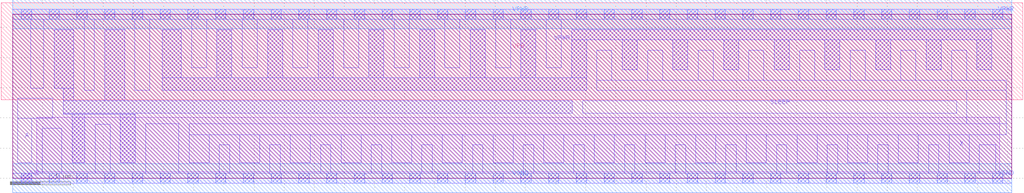
<source format=lef>
# Copyright 2020 The SkyWater PDK Authors
#
# Licensed under the Apache License, Version 2.0 (the "License");
# you may not use this file except in compliance with the License.
# You may obtain a copy of the License at
#
#     https://www.apache.org/licenses/LICENSE-2.0
#
# Unless required by applicable law or agreed to in writing, software
# distributed under the License is distributed on an "AS IS" BASIS,
# WITHOUT WARRANTIES OR CONDITIONS OF ANY KIND, either express or implied.
# See the License for the specific language governing permissions and
# limitations under the License.
#
# SPDX-License-Identifier: Apache-2.0

VERSION 5.7 ;

BUSBITCHARS "[]" ;
DIVIDERCHAR "/" ;

UNITS
  TIME NANOSECONDS 1 ;
  CAPACITANCE PICOFARADS 1 ;
  RESISTANCE OHMS 1 ;
  DATABASE MICRONS 1000 ;
END UNITS

MANUFACTURINGGRID 0.005 ;

PROPERTYDEFINITIONS
  LAYER LEF58_TYPE STRING ;
END PROPERTYDEFINITIONS

# High density, single height
SITE unithd
  SYMMETRY Y ;
  CLASS CORE ;
  SIZE 0.46 BY 2.72 ;
END unithd

# High density, double height
SITE unithddbl
  SYMMETRY Y ;
  CLASS CORE ;
  SIZE 0.46 BY 5.44 ;
END unithddbl

LAYER nwell
  TYPE MASTERSLICE ;
  PROPERTY LEF58_TYPE "TYPE NWELL ;" ;
END nwell

LAYER pwell
  TYPE MASTERSLICE ;
  PROPERTY LEF58_TYPE "TYPE PWELL ;" ;
END pwell

LAYER li1
  TYPE ROUTING ;
  DIRECTION VERTICAL ;

  PITCH 0.46 0.34 ;
  OFFSET 0.23 0.17 ;

  WIDTH 0.17 ;          # LI 1
  # SPACING  0.17 ;     # LI 2
  SPACINGTABLE
     PARALLELRUNLENGTH 0
     WIDTH 0 0.17 ;
  AREA 0.0561 ;         # LI 6
  THICKNESS 0.1 ;
  EDGECAPACITANCE 40.697E-6 ;
  CAPACITANCE CPERSQDIST 36.9866E-6 ;
  RESISTANCE RPERSQ 12.2 ;

  ANTENNAMODEL OXIDE1 ;
  ANTENNADIFFSIDEAREARATIO PWL ( ( 0 75 ) ( 0.0125 75 ) ( 0.0225 85.125 ) ( 22.5 10200 ) ) ;
END li1

LAYER mcon
  TYPE CUT ;

  WIDTH 0.17 ;                # Mcon 1
  SPACING 0.19 ;              # Mcon 2
  ENCLOSURE BELOW 0 0 ;       # Mcon 4
  ENCLOSURE ABOVE 0.03 0.06 ; # Met1 4 / Met1 5

  ANTENNADIFFAREARATIO PWL ( ( 0 3 ) ( 0.0125 3 ) ( 0.0225 3.405 ) ( 22.5 408 ) ) ;
  DCCURRENTDENSITY AVERAGE 0.36 ; # mA per via Iavg_max at Tj = 90oC

END mcon

LAYER met1
  TYPE ROUTING ;
  DIRECTION HORIZONTAL ;

  PITCH 0.34 ;
  OFFSET 0.17 ;

  WIDTH 0.14 ;                     # Met1 1
  # SPACING 0.14 ;                 # Met1 2
  # SPACING 0.28 RANGE 3.001 100 ; # Met1 3b
  SPACINGTABLE
     PARALLELRUNLENGTH 0
     WIDTH 0 0.14
     WIDTH 3 0.28 ;
  AREA 0.083 ;                     # Met1 6
  THICKNESS 0.35 ;
  MINENCLOSEDAREA 0.14 ;

  ANTENNAMODEL OXIDE1 ;
  ANTENNADIFFSIDEAREARATIO PWL ( ( 0 400 ) ( 0.0125 400 ) ( 0.0225 2609 ) ( 22.5 11600 ) ) ;

  EDGECAPACITANCE 40.567E-6 ;
  CAPACITANCE CPERSQDIST 25.7784E-6 ;
  DCCURRENTDENSITY AVERAGE 2.8 ; # mA/um Iavg_max at Tj = 90oC
  ACCURRENTDENSITY RMS 6.1 ; # mA/um Irms_max at Tj = 90oC
  MAXIMUMDENSITY 70 ;
  DENSITYCHECKWINDOW 700 700 ;
  DENSITYCHECKSTEP 70 ;

  RESISTANCE RPERSQ 0.125 ;
END met1

LAYER via
  TYPE CUT ;
  WIDTH 0.15 ;                  # Via 1a
  SPACING 0.17 ;                # Via 2
  ENCLOSURE BELOW 0.055 0.085 ; # Via 4a / Via 5a
  ENCLOSURE ABOVE 0.055 0.085 ; # Met2 4 / Met2 5

  ANTENNADIFFAREARATIO PWL ( ( 0 6 ) ( 0.0125 6 ) ( 0.0225 6.81 ) ( 22.5 816 ) ) ;
  DCCURRENTDENSITY AVERAGE 0.29 ; # mA per via Iavg_max at Tj = 90oC
END via

LAYER met2
  TYPE ROUTING ;
  DIRECTION VERTICAL ;

  PITCH 0.46 ;
  OFFSET 0.23 ;

  WIDTH 0.14 ;                        # Met2 1
  # SPACING  0.14 ;                   # Met2 2
  # SPACING  0.28 RANGE 3.001 100 ;   # Met2 3b
  SPACINGTABLE
     PARALLELRUNLENGTH 0
     WIDTH 0 0.14
     WIDTH 3 0.28 ;
  AREA 0.0676 ;                       # Met2 6
  THICKNESS 0.35 ;
  MINENCLOSEDAREA 0.14 ;

  EDGECAPACITANCE 37.759E-6 ;
  CAPACITANCE CPERSQDIST 16.9423E-6 ;
  RESISTANCE RPERSQ 0.125 ;
  DCCURRENTDENSITY AVERAGE 2.8 ; # mA/um Iavg_max at Tj = 90oC
  ACCURRENTDENSITY RMS 6.1 ; # mA/um Irms_max at Tj = 90oC

  ANTENNAMODEL OXIDE1 ;
  ANTENNADIFFSIDEAREARATIO PWL ( ( 0 400 ) ( 0.0125 400 ) ( 0.0225 2609 ) ( 22.5 11600 ) ) ;

  MAXIMUMDENSITY 70 ;
  DENSITYCHECKWINDOW 700 700 ;
  DENSITYCHECKSTEP 70 ;
END met2

# ******** Layer via2, type routing, number 44 **************
LAYER via2
  TYPE CUT ;
  WIDTH 0.2 ;                   # Via2 1
  SPACING 0.2 ;                 # Via2 2
  ENCLOSURE BELOW 0.04 0.085 ;  # Via2 4
  ENCLOSURE ABOVE 0.065 0.065 ; # Met3 4
  ANTENNADIFFAREARATIO PWL ( ( 0 6 ) ( 0.0125 6 ) ( 0.0225 6.81 ) ( 22.5 816 ) ) ;
  DCCURRENTDENSITY AVERAGE 0.48 ; # mA per via Iavg_max at Tj = 90oC
END via2

LAYER met3
  TYPE ROUTING ;
  DIRECTION HORIZONTAL ;

  PITCH 0.68 ;
  OFFSET 0.34 ;

  WIDTH 0.3 ;              # Met3 1
  # SPACING 0.3 ;          # Met3 2
  SPACINGTABLE
     PARALLELRUNLENGTH 0
     WIDTH 0 0.3
     WIDTH 3 0.4 ;
  AREA 0.24 ;              # Met3 6
  THICKNESS 0.8 ;

  EDGECAPACITANCE 40.989E-6 ;
  CAPACITANCE CPERSQDIST 12.3729E-6 ;
  RESISTANCE RPERSQ 0.047 ;
  DCCURRENTDENSITY AVERAGE 6.8 ; # mA/um Iavg_max at Tj = 90oC
  ACCURRENTDENSITY RMS 14.9 ; # mA/um Irms_max at Tj = 90oC

  ANTENNAMODEL OXIDE1 ;
  ANTENNADIFFSIDEAREARATIO PWL ( ( 0 400 ) ( 0.0125 400 ) ( 0.0225 2609 ) ( 22.5 11600 ) ) ;

  MAXIMUMDENSITY 70 ;
  DENSITYCHECKWINDOW 700 700 ;
  DENSITYCHECKSTEP 70 ;
END met3

LAYER via3
  TYPE CUT ;
  WIDTH 0.2 ;                   # Via3 1
  SPACING 0.2 ;                 # Via3 2
  ENCLOSURE BELOW 0.06 0.09 ;   # Via3 4 / Via3 5
  ENCLOSURE ABOVE 0.065 0.065 ; # Met4 3
  ANTENNADIFFAREARATIO PWL ( ( 0 6 ) ( 0.0125 6 ) ( 0.0225 6.81 ) ( 22.5 816 ) ) ;
  DCCURRENTDENSITY AVERAGE 0.48 ; # mA per via Iavg_max at Tj = 90oC
END via3

LAYER met4
  TYPE ROUTING ;
  DIRECTION VERTICAL ;

  PITCH 0.92 ;
  OFFSET 0.46 ;

  WIDTH 0.3 ;             # Met4 1
  # SPACING  0.3 ;             # Met4 2
  SPACINGTABLE
     PARALLELRUNLENGTH 0
     WIDTH 0 0.3
     WIDTH 3 0.4 ;
  AREA 0.24 ;            # Met4 4a

  THICKNESS 0.8 ;

  EDGECAPACITANCE 36.676E-6 ;
  CAPACITANCE CPERSQDIST 8.41537E-6 ;
  RESISTANCE RPERSQ 0.047 ;
  DCCURRENTDENSITY AVERAGE 6.8 ; # mA/um Iavg_max at Tj = 90oC
  ACCURRENTDENSITY RMS 14.9 ; # mA/um Irms_max at Tj = 90oC

  ANTENNAMODEL OXIDE1 ;
  ANTENNADIFFSIDEAREARATIO PWL ( ( 0 400 ) ( 0.0125 400 ) ( 0.0225 2609 ) ( 22.5 11600 ) ) ;

  MAXIMUMDENSITY 70 ;
  DENSITYCHECKWINDOW 700 700 ;
  DENSITYCHECKSTEP 70 ;
END met4

LAYER via4
  TYPE CUT ;

  WIDTH 0.8 ;                 # Via4 1
  SPACING 0.8 ;               # Via4 2
  ENCLOSURE BELOW 0.19 0.19 ; # Via4 4
  ENCLOSURE ABOVE 0.31 0.31 ; # Met5 3
  ANTENNADIFFAREARATIO PWL ( ( 0 6 ) ( 0.0125 6 ) ( 0.0225 6.81 ) ( 22.5 816 ) ) ;
  DCCURRENTDENSITY AVERAGE 2.49 ; # mA per via Iavg_max at Tj = 90oC
END via4

LAYER met5
  TYPE ROUTING ;
  DIRECTION HORIZONTAL ;

  PITCH 3.4 ;
  OFFSET 1.7 ;

  WIDTH 1.6 ;            # Met5 1
  #SPACING  1.6 ;        # Met5 2
  SPACINGTABLE
     PARALLELRUNLENGTH 0
     WIDTH 0 1.6 ;
  AREA 4 ;               # Met5 4

  THICKNESS 1.2 ;

  EDGECAPACITANCE 38.851E-6 ;
  CAPACITANCE CPERSQDIST 6.32063E-6 ;
  RESISTANCE RPERSQ 0.0285 ;
  DCCURRENTDENSITY AVERAGE 10.17 ; # mA/um Iavg_max at Tj = 90oC
  ACCURRENTDENSITY RMS 22.34 ; # mA/um Irms_max at Tj = 90oC

  ANTENNAMODEL OXIDE1 ;
  ANTENNADIFFSIDEAREARATIO PWL ( ( 0 400 ) ( 0.0125 400 ) ( 0.0225 2609 ) ( 22.5 11600 ) ) ;
END met5


### Routing via cells section   ###
# Plus via rule, metals are along the prefered direction
VIA L1M1_PR DEFAULT
  LAYER mcon ;
  RECT -0.085 -0.085 0.085 0.085 ;
  LAYER li1 ;
  RECT -0.085 -0.085 0.085 0.085 ;
  LAYER met1 ;
  RECT -0.145 -0.115 0.145 0.115 ;
END L1M1_PR

VIARULE L1M1_PR GENERATE
  LAYER li1 ;
  ENCLOSURE 0 0 ;
  LAYER met1 ;
  ENCLOSURE 0.06 0.03 ;
  LAYER mcon ;
  RECT -0.085 -0.085 0.085 0.085 ;
  SPACING 0.36 BY 0.36 ;
END L1M1_PR

# Plus via rule, metals are along the non prefered direction
VIA L1M1_PR_R DEFAULT
  LAYER mcon ;
  RECT -0.085 -0.085 0.085 0.085 ;
  LAYER li1 ;
  RECT -0.085 -0.085 0.085 0.085 ;
  LAYER met1 ;
  RECT -0.115 -0.145 0.115 0.145 ;
END L1M1_PR_R

VIARULE L1M1_PR_R GENERATE
  LAYER li1 ;
  ENCLOSURE 0 0 ;
  LAYER met1 ;
  ENCLOSURE 0.03 0.06 ;
  LAYER mcon ;
  RECT -0.085 -0.085 0.085 0.085 ;
  SPACING 0.36 BY 0.36 ;
END L1M1_PR_R

# Minus via rule, lower layer metal is along prefered direction
VIA L1M1_PR_M DEFAULT
  LAYER mcon ;
  RECT -0.085 -0.085 0.085 0.085 ;
  LAYER li1 ;
  RECT -0.085 -0.085 0.085 0.085 ;
  LAYER met1 ;
  RECT -0.115 -0.145 0.115 0.145 ;
END L1M1_PR_M

VIARULE L1M1_PR_M GENERATE
  LAYER li1 ;
  ENCLOSURE 0 0 ;
  LAYER met1 ;
  ENCLOSURE 0.03 0.06 ;
  LAYER mcon ;
  RECT -0.085 -0.085 0.085 0.085 ;
  SPACING 0.36 BY 0.36 ;
END L1M1_PR_M

# Minus via rule, upper layer metal is along prefered direction
VIA L1M1_PR_MR DEFAULT
  LAYER mcon ;
  RECT -0.085 -0.085 0.085 0.085 ;
  LAYER li1 ;
  RECT -0.085 -0.085 0.085 0.085 ;
  LAYER met1 ;
  RECT -0.145 -0.115 0.145 0.115 ;
END L1M1_PR_MR

VIARULE L1M1_PR_MR GENERATE
  LAYER li1 ;
  ENCLOSURE 0 0 ;
  LAYER met1 ;
  ENCLOSURE 0.06 0.03 ;
  LAYER mcon ;
  RECT -0.085 -0.085 0.085 0.085 ;
  SPACING 0.36 BY 0.36 ;
END L1M1_PR_MR

# Centered via rule, we really do not want to use it
VIA L1M1_PR_C DEFAULT
  LAYER mcon ;
  RECT -0.085 -0.085 0.085 0.085 ;
  LAYER li1 ;
  RECT -0.085 -0.085 0.085 0.085 ;
  LAYER met1 ;
  RECT -0.145 -0.145 0.145 0.145 ;
END L1M1_PR_C

VIARULE L1M1_PR_C GENERATE
  LAYER li1 ;
  ENCLOSURE 0 0 ;
  LAYER met1 ;
  ENCLOSURE 0.06 0.06 ;
  LAYER mcon ;
  RECT -0.085 -0.085 0.085 0.085 ;
  SPACING 0.36 BY 0.36 ;
END L1M1_PR_C

# Plus via rule, metals are along the prefered direction
VIA M1M2_PR DEFAULT
  LAYER via ;
  RECT -0.075 -0.075 0.075 0.075 ;
  LAYER met1 ;
  RECT -0.16 -0.13 0.16 0.13 ;
  LAYER met2 ;
  RECT -0.13 -0.16 0.13 0.16 ;
END M1M2_PR

VIARULE M1M2_PR GENERATE
  LAYER met1 ;
  ENCLOSURE 0.085 0.055 ;
  LAYER met2 ;
  ENCLOSURE 0.055 0.085 ;
  LAYER via ;
  RECT -0.075 -0.075 0.075 0.075 ;
  SPACING 0.32 BY 0.32 ;
END M1M2_PR

# Plus via rule, metals are along the non prefered direction
VIA M1M2_PR_R DEFAULT
  LAYER via ;
  RECT -0.075 -0.075 0.075 0.075 ;
  LAYER met1 ;
  RECT -0.13 -0.16 0.13 0.16 ;
  LAYER met2 ;
  RECT -0.16 -0.13 0.16 0.13 ;
END M1M2_PR_R

VIARULE M1M2_PR_R GENERATE
  LAYER met1 ;
  ENCLOSURE 0.055 0.085 ;
  LAYER met2 ;
  ENCLOSURE 0.085 0.055 ;
  LAYER via ;
  RECT -0.075 -0.075 0.075 0.075 ;
  SPACING 0.32 BY 0.32 ;
END M1M2_PR_R

# Minus via rule, lower layer metal is along prefered direction
VIA M1M2_PR_M DEFAULT
  LAYER via ;
  RECT -0.075 -0.075 0.075 0.075 ;
  LAYER met1 ;
  RECT -0.16 -0.13 0.16 0.13 ;
  LAYER met2 ;
  RECT -0.16 -0.13 0.16 0.13 ;
END M1M2_PR_M

VIARULE M1M2_PR_M GENERATE
  LAYER met1 ;
  ENCLOSURE 0.085 0.055 ;
  LAYER met2 ;
  ENCLOSURE 0.085 0.055 ;
  LAYER via ;
  RECT -0.075 -0.075 0.075 0.075 ;
  SPACING 0.32 BY 0.32 ;
END M1M2_PR_M

# Minus via rule, upper layer metal is along prefered direction
VIA M1M2_PR_MR DEFAULT
  LAYER via ;
  RECT -0.075 -0.075 0.075 0.075 ;
  LAYER met1 ;
  RECT -0.13 -0.16 0.13 0.16 ;
  LAYER met2 ;
  RECT -0.13 -0.16 0.13 0.16 ;
END M1M2_PR_MR

VIARULE M1M2_PR_MR GENERATE
  LAYER met1 ;
  ENCLOSURE 0.055 0.085 ;
  LAYER met2 ;
  ENCLOSURE 0.055 0.085 ;
  LAYER via ;
  RECT -0.075 -0.075 0.075 0.075 ;
  SPACING 0.32 BY 0.32 ;
END M1M2_PR_MR

# Centered via rule, we really do not want to use it
VIA M1M2_PR_C DEFAULT
  LAYER via ;
  RECT -0.075 -0.075 0.075 0.075 ;
  LAYER met1 ;
  RECT -0.16 -0.16 0.16 0.16 ;
  LAYER met2 ;
  RECT -0.16 -0.16 0.16 0.16 ;
END M1M2_PR_C

VIARULE M1M2_PR_C GENERATE
  LAYER met1 ;
  ENCLOSURE 0.085 0.085 ;
  LAYER met2 ;
  ENCLOSURE 0.085 0.085 ;
  LAYER via ;
  RECT -0.075 -0.075 0.075 0.075 ;
  SPACING 0.32 BY 0.32 ;
END M1M2_PR_C

# Plus via rule, metals are along the prefered direction
VIA M2M3_PR DEFAULT
  LAYER via2 ;
  RECT -0.1 -0.1 0.1 0.1 ;
  LAYER met2 ;
  RECT -0.14 -0.185 0.14 0.185 ;
  LAYER met3 ;
  RECT -0.165 -0.165 0.165 0.165 ;
END M2M3_PR

VIARULE M2M3_PR GENERATE
  LAYER met2 ;
  ENCLOSURE 0.04 0.085 ;
  LAYER met3 ;
  ENCLOSURE 0.065 0.065 ;
  LAYER via2 ;
  RECT -0.1 -0.1 0.1 0.1 ;
  SPACING 0.4 BY 0.4 ;
END M2M3_PR

# Plus via rule, metals are along the non prefered direction
VIA M2M3_PR_R DEFAULT
  LAYER via2 ;
  RECT -0.1 -0.1 0.1 0.1 ;
  LAYER met2 ;
  RECT -0.185 -0.14 0.185 0.14 ;
  LAYER met3 ;
  RECT -0.165 -0.165 0.165 0.165 ;
END M2M3_PR_R

VIARULE M2M3_PR_R GENERATE
  LAYER met2 ;
  ENCLOSURE 0.085 0.04 ;
  LAYER met3 ;
  ENCLOSURE 0.065 0.065 ;
  LAYER via2 ;
  RECT -0.1 -0.1 0.1 0.1 ;
  SPACING 0.4 BY 0.4 ;
END M2M3_PR_R

# Minus via rule, lower layer metal is along prefered direction
VIA M2M3_PR_M DEFAULT
  LAYER via2 ;
  RECT -0.1 -0.1 0.1 0.1 ;
  LAYER met2 ;
  RECT -0.14 -0.185 0.14 0.185 ;
  LAYER met3 ;
  RECT -0.165 -0.165 0.165 0.165 ;
END M2M3_PR_M

VIARULE M2M3_PR_M GENERATE
  LAYER met2 ;
  ENCLOSURE 0.04 0.085 ;
  LAYER met3 ;
  ENCLOSURE 0.065 0.065 ;
  LAYER via2 ;
  RECT -0.1 -0.1 0.1 0.1 ;
  SPACING 0.4 BY 0.4 ;
END M2M3_PR_M

# Minus via rule, upper layer metal is along prefered direction
VIA M2M3_PR_MR DEFAULT
  LAYER via2 ;
  RECT -0.1 -0.1 0.1 0.1 ;
  LAYER met2 ;
  RECT -0.185 -0.14 0.185 0.14 ;
  LAYER met3 ;
  RECT -0.165 -0.165 0.165 0.165 ;
END M2M3_PR_MR

VIARULE M2M3_PR_MR GENERATE
  LAYER met2 ;
  ENCLOSURE 0.085 0.04 ;
  LAYER met3 ;
  ENCLOSURE 0.065 0.065 ;
  LAYER via2 ;
  RECT -0.1 -0.1 0.1 0.1 ;
  SPACING 0.4 BY 0.4 ;
END M2M3_PR_MR

# Centered via rule, we really do not want to use it
VIA M2M3_PR_C DEFAULT
  LAYER via2 ;
  RECT -0.1 -0.1 0.1 0.1 ;
  LAYER met2 ;
  RECT -0.185 -0.185 0.185 0.185 ;
  LAYER met3 ;
  RECT -0.165 -0.165 0.165 0.165 ;
END M2M3_PR_C

VIARULE M2M3_PR_C GENERATE
  LAYER met2 ;
  ENCLOSURE 0.085 0.085 ;
  LAYER met3 ;
  ENCLOSURE 0.065 0.065 ;
  LAYER via2 ;
  RECT -0.1 -0.1 0.1 0.1 ;
  SPACING 0.4 BY 0.4 ;
END M2M3_PR_C

# Plus via rule, metals are along the prefered direction
VIA M3M4_PR DEFAULT
  LAYER via3 ;
  RECT -0.1 -0.1 0.1 0.1 ;
  LAYER met3 ;
  RECT -0.19 -0.16 0.19 0.16 ;
  LAYER met4 ;
  RECT -0.165 -0.165 0.165 0.165 ;
END M3M4_PR

VIARULE M3M4_PR GENERATE
  LAYER met3 ;
  ENCLOSURE 0.09 0.06 ;
  LAYER met4 ;
  ENCLOSURE 0.065 0.065 ;
  LAYER via3 ;
  RECT -0.1 -0.1 0.1 0.1 ;
  SPACING 0.4 BY 0.4 ;
END M3M4_PR

# Plus via rule, metals are along the non prefered direction
VIA M3M4_PR_R DEFAULT
  LAYER via3 ;
  RECT -0.1 -0.1 0.1 0.1 ;
  LAYER met3 ;
  RECT -0.16 -0.19 0.16 0.19 ;
  LAYER met4 ;
  RECT -0.165 -0.165 0.165 0.165 ;
END M3M4_PR_R

VIARULE M3M4_PR_R GENERATE
  LAYER met3 ;
  ENCLOSURE 0.06 0.09 ;
  LAYER met4 ;
  ENCLOSURE 0.065 0.065 ;
  LAYER via3 ;
  RECT -0.1 -0.1 0.1 0.1 ;
  SPACING 0.4 BY 0.4 ;
END M3M4_PR_R

# Minus via rule, lower layer metal is along prefered direction
VIA M3M4_PR_M DEFAULT
  LAYER via3 ;
  RECT -0.1 -0.1 0.1 0.1 ;
  LAYER met3 ;
  RECT -0.19 -0.16 0.19 0.16 ;
  LAYER met4 ;
  RECT -0.165 -0.165 0.165 0.165 ;
END M3M4_PR_M

VIARULE M3M4_PR_M GENERATE
  LAYER met3 ;
  ENCLOSURE 0.09 0.06 ;
  LAYER met4 ;
  ENCLOSURE 0.065 0.065 ;
  LAYER via3 ;
  RECT -0.1 -0.1 0.1 0.1 ;
  SPACING 0.4 BY 0.4 ;
END M3M4_PR_M

# Minus via rule, upper layer metal is along prefered direction
VIA M3M4_PR_MR DEFAULT
  LAYER via3 ;
  RECT -0.1 -0.1 0.1 0.1 ;
  LAYER met3 ;
  RECT -0.16 -0.19 0.16 0.19 ;
  LAYER met4 ;
  RECT -0.165 -0.165 0.165 0.165 ;
END M3M4_PR_MR

VIARULE M3M4_PR_MR GENERATE
  LAYER met3 ;
  ENCLOSURE 0.06 0.09 ;
  LAYER met4 ;
  ENCLOSURE 0.065 0.065 ;
  LAYER via3 ;
  RECT -0.1 -0.1 0.1 0.1 ;
  SPACING 0.4 BY 0.4 ;
END M3M4_PR_MR

# Centered via rule, we really do not want to use it
VIA M3M4_PR_C DEFAULT
  LAYER via3 ;
  RECT -0.1 -0.1 0.1 0.1 ;
  LAYER met3 ;
  RECT -0.19 -0.19 0.19 0.19 ;
  LAYER met4 ;
  RECT -0.165 -0.165 0.165 0.165 ;
END M3M4_PR_C

VIARULE M3M4_PR_C GENERATE
  LAYER met3 ;
  ENCLOSURE 0.09 0.09 ;
  LAYER met4 ;
  ENCLOSURE 0.065 0.065 ;
  LAYER via3 ;
  RECT -0.1 -0.1 0.1 0.1 ;
  SPACING 0.4 BY 0.4 ;
END M3M4_PR_C

# Plus via rule, metals are along the prefered direction
VIA M4M5_PR DEFAULT
  LAYER via4 ;
  RECT -0.4 -0.4 0.4 0.4 ;
  LAYER met4 ;
  RECT -0.59 -0.59 0.59 0.59 ;
  LAYER met5 ;
  RECT -0.71 -0.71 0.71 0.71 ;
END M4M5_PR

VIARULE M4M5_PR GENERATE
  LAYER met4 ;
  ENCLOSURE 0.19 0.19 ;
  LAYER met5 ;
  ENCLOSURE 0.31 0.31 ;
  LAYER via4 ;
  RECT -0.4 -0.4 0.4 0.4 ;
  SPACING 1.6 BY 1.6 ;
END M4M5_PR

# Plus via rule, metals are along the non prefered direction
VIA M4M5_PR_R DEFAULT
  LAYER via4 ;
  RECT -0.4 -0.4 0.4 0.4 ;
  LAYER met4 ;
  RECT -0.59 -0.59 0.59 0.59 ;
  LAYER met5 ;
  RECT -0.71 -0.71 0.71 0.71 ;
END M4M5_PR_R

VIARULE M4M5_PR_R GENERATE
  LAYER met4 ;
  ENCLOSURE 0.19 0.19 ;
  LAYER met5 ;
  ENCLOSURE 0.31 0.31 ;
  LAYER via4 ;
  RECT -0.4 -0.4 0.4 0.4 ;
  SPACING 1.6 BY 1.6 ;
END M4M5_PR_R

# Minus via rule, lower layer metal is along prefered direction
VIA M4M5_PR_M DEFAULT
  LAYER via4 ;
  RECT -0.4 -0.4 0.4 0.4 ;
  LAYER met4 ;
  RECT -0.59 -0.59 0.59 0.59 ;
  LAYER met5 ;
  RECT -0.71 -0.71 0.71 0.71 ;
END M4M5_PR_M

VIARULE M4M5_PR_M GENERATE
  LAYER met4 ;
  ENCLOSURE 0.19 0.19 ;
  LAYER met5 ;
  ENCLOSURE 0.31 0.31 ;
  LAYER via4 ;
  RECT -0.4 -0.4 0.4 0.4 ;
  SPACING 1.6 BY 1.6 ;
END M4M5_PR_M

# Minus via rule, upper layer metal is along prefered direction
VIA M4M5_PR_MR DEFAULT
  LAYER via4 ;
  RECT -0.4 -0.4 0.4 0.4 ;
  LAYER met4 ;
  RECT -0.59 -0.59 0.59 0.59 ;
  LAYER met5 ;
  RECT -0.71 -0.71 0.71 0.71 ;
END M4M5_PR_MR

VIARULE M4M5_PR_MR GENERATE
  LAYER met4 ;
  ENCLOSURE 0.19 0.19 ;
  LAYER met5 ;
  ENCLOSURE 0.31 0.31 ;
  LAYER via4 ;
  RECT -0.4 -0.4 0.4 0.4 ;
  SPACING 1.6 BY 1.6 ;
END M4M5_PR_MR

# Centered via rule, we really do not want to use it
VIA M4M5_PR_C DEFAULT
  LAYER via4 ;
  RECT -0.4 -0.4 0.4 0.4 ;
  LAYER met4 ;
  RECT -0.59 -0.59 0.59 0.59 ;
  LAYER met5 ;
  RECT -0.71 -0.71 0.71 0.71 ;
END M4M5_PR_C

VIARULE M4M5_PR_C GENERATE
  LAYER met4 ;
  ENCLOSURE 0.19 0.19 ;
  LAYER met5 ;
  ENCLOSURE 0.31 0.31 ;
  LAYER via4 ;
  RECT -0.4 -0.4 0.4 0.4 ;
  SPACING 1.6 BY 1.6 ;
END M4M5_PR_C
###  end of single via cells   ###


MACRO sky130_fd_sc_hd__o31a_4
  CLASS CORE ;
  FOREIGN sky130_fd_sc_hd__o31a_4 ;
  ORIGIN 0.000 0.000 ;
  SIZE 6.440 BY 2.720 ;
  SYMMETRY X Y R90 ;
  SITE unithd ;
  PIN A1
    DIRECTION INPUT ;
    USE SIGNAL ;
    ANTENNAGATEAREA 0.495000 ;
    PORT
      LAYER li1 ;
        RECT 5.140 1.055 5.470 1.360 ;
    END
  END A1
  PIN A2
    DIRECTION INPUT ;
    USE SIGNAL ;
    ANTENNAGATEAREA 0.495000 ;
    PORT
      LAYER li1 ;
        RECT 4.680 1.530 6.355 1.700 ;
        RECT 4.680 1.360 4.970 1.530 ;
        RECT 4.265 1.055 4.970 1.360 ;
        RECT 5.640 1.055 6.355 1.530 ;
    END
  END A2
  PIN A3
    DIRECTION INPUT ;
    USE SIGNAL ;
    ANTENNAGATEAREA 0.495000 ;
    PORT
      LAYER li1 ;
        RECT 3.765 1.055 4.095 1.360 ;
    END
  END A3
  PIN B1
    DIRECTION INPUT ;
    USE SIGNAL ;
    ANTENNAGATEAREA 0.495000 ;
    PORT
      LAYER li1 ;
        RECT 2.780 1.355 3.150 1.695 ;
        RECT 2.780 1.055 3.575 1.355 ;
    END
  END B1
  PIN VGND
    DIRECTION INOUT ;
    USE GROUND ;
    SHAPE ABUTMENT ;
    PORT
      LAYER met1 ;
        RECT 0.000 -0.240 6.440 0.240 ;
    END
    PORT
      LAYER li1 ;
        RECT 0.085 0.085 0.510 0.545 ;
        RECT 1.065 0.085 1.395 0.485 ;
        RECT 1.935 0.085 2.250 0.885 ;
        RECT 3.760 0.085 4.090 0.445 ;
        RECT 4.600 0.085 4.930 0.445 ;
        RECT 5.440 0.085 5.770 0.445 ;
        RECT 0.000 -0.085 6.440 0.085 ;
      LAYER mcon ;
        RECT 0.145 -0.085 0.315 0.085 ;
        RECT 0.605 -0.085 0.775 0.085 ;
        RECT 1.065 -0.085 1.235 0.085 ;
        RECT 1.525 -0.085 1.695 0.085 ;
        RECT 1.985 -0.085 2.155 0.085 ;
        RECT 2.445 -0.085 2.615 0.085 ;
        RECT 2.905 -0.085 3.075 0.085 ;
        RECT 3.365 -0.085 3.535 0.085 ;
        RECT 3.825 -0.085 3.995 0.085 ;
        RECT 4.285 -0.085 4.455 0.085 ;
        RECT 4.745 -0.085 4.915 0.085 ;
        RECT 5.205 -0.085 5.375 0.085 ;
        RECT 5.665 -0.085 5.835 0.085 ;
        RECT 6.125 -0.085 6.295 0.085 ;
    END
  END VGND
  PIN VNB
    DIRECTION INOUT ;
    USE GROUND ;
    PORT
      LAYER pwell ;
        RECT 0.120 0.105 6.280 1.015 ;
        RECT 0.125 -0.085 0.295 0.105 ;
    END
  END VNB
  PIN VPB
    DIRECTION INOUT ;
    USE POWER ;
    PORT
      LAYER nwell ;
        RECT -0.190 1.305 6.630 2.910 ;
    END
  END VPB
  PIN VPWR
    DIRECTION INOUT ;
    USE POWER ;
    SHAPE ABUTMENT ;
    PORT
      LAYER met1 ;
        RECT 0.000 2.480 6.440 2.960 ;
    END
    PORT
      LAYER li1 ;
        RECT 0.000 2.635 6.440 2.805 ;
        RECT 0.085 1.835 0.510 2.635 ;
        RECT 1.065 1.835 1.395 2.635 ;
        RECT 1.920 1.460 2.250 2.635 ;
        RECT 2.780 2.240 3.110 2.635 ;
        RECT 5.020 2.240 5.350 2.635 ;
      LAYER mcon ;
        RECT 0.145 2.635 0.315 2.805 ;
        RECT 0.605 2.635 0.775 2.805 ;
        RECT 1.065 2.635 1.235 2.805 ;
        RECT 1.525 2.635 1.695 2.805 ;
        RECT 1.985 2.635 2.155 2.805 ;
        RECT 2.445 2.635 2.615 2.805 ;
        RECT 2.905 2.635 3.075 2.805 ;
        RECT 3.365 2.635 3.535 2.805 ;
        RECT 3.825 2.635 3.995 2.805 ;
        RECT 4.285 2.635 4.455 2.805 ;
        RECT 4.745 2.635 4.915 2.805 ;
        RECT 5.205 2.635 5.375 2.805 ;
        RECT 5.665 2.635 5.835 2.805 ;
        RECT 6.125 2.635 6.295 2.805 ;
    END
  END VPWR
  PIN X
    DIRECTION OUTPUT ;
    USE SIGNAL ;
    ANTENNADIFFAREA 0.891000 ;
    PORT
      LAYER li1 ;
        RECT 0.680 1.665 0.895 2.465 ;
        RECT 1.565 1.665 1.750 2.465 ;
        RECT 0.085 1.460 1.750 1.665 ;
        RECT 0.085 0.885 0.735 1.460 ;
        RECT 0.085 0.715 1.765 0.885 ;
        RECT 0.680 0.655 1.765 0.715 ;
        RECT 0.680 0.255 0.895 0.655 ;
        RECT 1.565 0.255 1.765 0.655 ;
    END
  END X
  OBS
      LAYER li1 ;
        RECT 2.440 2.070 2.610 2.465 ;
        RECT 3.760 2.070 4.090 2.465 ;
        RECT 2.440 1.870 4.090 2.070 ;
        RECT 2.440 1.290 2.610 1.870 ;
        RECT 4.260 1.700 4.510 2.465 ;
        RECT 4.680 2.070 4.850 2.465 ;
        RECT 5.520 2.070 5.720 2.465 ;
        RECT 4.680 1.870 5.720 2.070 ;
        RECT 5.890 1.870 6.355 2.465 ;
        RECT 3.320 1.530 4.510 1.700 ;
        RECT 0.905 1.055 2.610 1.290 ;
        RECT 2.440 0.885 2.610 1.055 ;
        RECT 2.440 0.635 3.210 0.885 ;
        RECT 3.380 0.635 6.355 0.885 ;
        RECT 3.380 0.465 3.570 0.635 ;
        RECT 2.440 0.255 3.570 0.465 ;
        RECT 4.260 0.255 4.430 0.635 ;
        RECT 5.100 0.255 5.270 0.635 ;
        RECT 5.940 0.255 6.355 0.635 ;
      LAYER mcon ;
        RECT 4.285 2.125 4.455 2.295 ;
        RECT 6.125 2.125 6.295 2.295 ;
      LAYER met1 ;
        RECT 4.225 2.280 4.515 2.325 ;
        RECT 6.065 2.280 6.355 2.325 ;
        RECT 4.225 2.140 6.355 2.280 ;
        RECT 4.225 2.095 4.515 2.140 ;
        RECT 6.065 2.095 6.355 2.140 ;
  END
END sky130_fd_sc_hd__o31a_4
MACRO sky130_fd_sc_hd__o21bai_4
  CLASS CORE ;
  FOREIGN sky130_fd_sc_hd__o21bai_4 ;
  ORIGIN 0.000 0.000 ;
  SIZE 6.900 BY 2.720 ;
  SYMMETRY X Y R90 ;
  SITE unithd ;
  PIN A1
    DIRECTION INPUT ;
    USE SIGNAL ;
    ANTENNAGATEAREA 0.990000 ;
    PORT
      LAYER li1 ;
        RECT 6.585 1.285 6.810 2.455 ;
        RECT 4.645 1.075 6.810 1.285 ;
    END
  END A1
  PIN A2
    DIRECTION INPUT ;
    USE SIGNAL ;
    ANTENNAGATEAREA 0.990000 ;
    PORT
      LAYER li1 ;
        RECT 3.065 1.075 4.475 1.275 ;
    END
  END A2
  PIN B1_N
    DIRECTION INPUT ;
    USE SIGNAL ;
    ANTENNAGATEAREA 0.247500 ;
    PORT
      LAYER li1 ;
        RECT 0.085 1.075 0.555 1.285 ;
    END
  END B1_N
  PIN VGND
    DIRECTION INOUT ;
    USE GROUND ;
    SHAPE ABUTMENT ;
    PORT
      LAYER met1 ;
        RECT 0.000 -0.240 6.900 0.240 ;
    END
    PORT
      LAYER li1 ;
        RECT 0.225 0.085 0.395 0.895 ;
        RECT 3.265 0.085 3.435 0.555 ;
        RECT 4.105 0.085 4.275 0.555 ;
        RECT 4.945 0.085 5.115 0.555 ;
        RECT 5.785 0.085 5.955 0.555 ;
        RECT 0.000 -0.085 6.900 0.085 ;
      LAYER mcon ;
        RECT 0.145 -0.085 0.315 0.085 ;
        RECT 0.605 -0.085 0.775 0.085 ;
        RECT 1.065 -0.085 1.235 0.085 ;
        RECT 1.525 -0.085 1.695 0.085 ;
        RECT 1.985 -0.085 2.155 0.085 ;
        RECT 2.445 -0.085 2.615 0.085 ;
        RECT 2.905 -0.085 3.075 0.085 ;
        RECT 3.365 -0.085 3.535 0.085 ;
        RECT 3.825 -0.085 3.995 0.085 ;
        RECT 4.285 -0.085 4.455 0.085 ;
        RECT 4.745 -0.085 4.915 0.085 ;
        RECT 5.205 -0.085 5.375 0.085 ;
        RECT 5.665 -0.085 5.835 0.085 ;
        RECT 6.125 -0.085 6.295 0.085 ;
        RECT 6.585 -0.085 6.755 0.085 ;
    END
  END VGND
  PIN VNB
    DIRECTION INOUT ;
    USE GROUND ;
    PORT
      LAYER pwell ;
        RECT 0.035 0.105 6.545 1.015 ;
        RECT 0.145 -0.085 0.315 0.105 ;
    END
  END VNB
  PIN VPB
    DIRECTION INOUT ;
    USE POWER ;
    PORT
      LAYER nwell ;
        RECT -0.190 1.305 7.090 2.910 ;
    END
  END VPB
  PIN VPWR
    DIRECTION INOUT ;
    USE POWER ;
    SHAPE ABUTMENT ;
    PORT
      LAYER met1 ;
        RECT 0.000 2.480 6.900 2.960 ;
    END
    PORT
      LAYER li1 ;
        RECT 0.000 2.635 6.900 2.805 ;
        RECT 0.645 1.795 0.855 2.635 ;
        RECT 1.445 1.795 1.695 2.635 ;
        RECT 2.285 1.795 2.535 2.635 ;
        RECT 4.905 1.795 5.155 2.635 ;
        RECT 5.745 1.795 5.995 2.635 ;
      LAYER mcon ;
        RECT 0.145 2.635 0.315 2.805 ;
        RECT 0.605 2.635 0.775 2.805 ;
        RECT 1.065 2.635 1.235 2.805 ;
        RECT 1.525 2.635 1.695 2.805 ;
        RECT 1.985 2.635 2.155 2.805 ;
        RECT 2.445 2.635 2.615 2.805 ;
        RECT 2.905 2.635 3.075 2.805 ;
        RECT 3.365 2.635 3.535 2.805 ;
        RECT 3.825 2.635 3.995 2.805 ;
        RECT 4.285 2.635 4.455 2.805 ;
        RECT 4.745 2.635 4.915 2.805 ;
        RECT 5.205 2.635 5.375 2.805 ;
        RECT 5.665 2.635 5.835 2.805 ;
        RECT 6.125 2.635 6.295 2.805 ;
        RECT 6.585 2.635 6.755 2.805 ;
    END
  END VPWR
  PIN Y
    DIRECTION OUTPUT ;
    USE SIGNAL ;
    ANTENNADIFFAREA 1.431000 ;
    PORT
      LAYER li1 ;
        RECT 1.065 1.625 1.275 2.465 ;
        RECT 1.865 1.625 2.115 2.465 ;
        RECT 3.225 1.625 3.475 2.125 ;
        RECT 4.065 1.625 4.315 2.125 ;
        RECT 1.065 1.455 4.315 1.625 ;
        RECT 2.445 1.445 4.315 1.455 ;
        RECT 2.445 1.075 2.895 1.445 ;
        RECT 2.445 0.815 2.675 1.075 ;
        RECT 1.420 0.645 2.675 0.815 ;
    END
  END Y
  OBS
      LAYER li1 ;
        RECT 0.145 1.625 0.475 2.435 ;
        RECT 2.775 2.295 4.735 2.465 ;
        RECT 2.775 1.795 3.055 2.295 ;
        RECT 3.645 1.795 3.895 2.295 ;
        RECT 4.485 1.625 4.735 2.295 ;
        RECT 5.325 1.625 5.575 2.465 ;
        RECT 6.165 1.625 6.415 2.465 ;
        RECT 0.145 1.455 0.895 1.625 ;
        RECT 4.485 1.455 6.415 1.625 ;
        RECT 0.725 1.285 0.895 1.455 ;
        RECT 0.725 1.075 2.275 1.285 ;
        RECT 0.725 0.895 0.895 1.075 ;
        RECT 0.565 0.290 0.895 0.895 ;
        RECT 2.845 0.725 6.455 0.905 ;
        RECT 2.845 0.475 3.095 0.725 ;
        RECT 1.080 0.305 3.095 0.475 ;
        RECT 3.605 0.255 3.935 0.725 ;
        RECT 4.445 0.255 4.775 0.725 ;
        RECT 5.285 0.255 5.615 0.725 ;
        RECT 6.125 0.255 6.455 0.725 ;
  END
END sky130_fd_sc_hd__o21bai_4
MACRO sky130_fd_sc_hd__probe_p_8
  CLASS CORE ;
  FOREIGN sky130_fd_sc_hd__probe_p_8 ;
  ORIGIN 0.000 0.000 ;
  SIZE 5.520 BY 2.720 ;
  SYMMETRY X Y R90 ;
  SITE unithd ;
  PIN A
    DIRECTION INPUT ;
    USE SIGNAL ;
    ANTENNAGATEAREA 0.742500 ;
    PORT
      LAYER li1 ;
        RECT 0.140 1.075 1.240 1.275 ;
    END
  END A
  PIN VGND
    DIRECTION INOUT ;
    USE GROUND ;
    SHAPE ABUTMENT ;
    PORT
      LAYER met1 ;
        RECT 0.000 -0.240 5.520 0.240 ;
    END
    PORT
      LAYER li1 ;
        RECT 0.515 0.085 0.845 0.565 ;
        RECT 1.355 0.085 1.685 0.565 ;
        RECT 2.195 0.085 2.525 0.565 ;
        RECT 3.035 0.085 3.365 0.565 ;
        RECT 3.875 0.085 4.205 0.565 ;
        RECT 4.715 0.085 5.045 0.885 ;
        RECT 0.000 -0.085 5.520 0.085 ;
      LAYER mcon ;
        RECT 0.145 -0.085 0.315 0.085 ;
        RECT 0.605 -0.085 0.775 0.085 ;
        RECT 1.065 -0.085 1.235 0.085 ;
        RECT 1.525 -0.085 1.695 0.085 ;
        RECT 1.985 -0.085 2.155 0.085 ;
        RECT 2.445 -0.085 2.615 0.085 ;
        RECT 2.905 -0.085 3.075 0.085 ;
        RECT 3.365 -0.085 3.535 0.085 ;
        RECT 3.825 -0.085 3.995 0.085 ;
        RECT 4.285 -0.085 4.455 0.085 ;
        RECT 4.745 -0.085 4.915 0.085 ;
        RECT 5.205 -0.085 5.375 0.085 ;
    END
  END VGND
  PIN VNB
    DIRECTION INOUT ;
    USE GROUND ;
    PORT
      LAYER pwell ;
        RECT 0.005 0.105 5.135 1.015 ;
        RECT 0.150 -0.085 0.320 0.105 ;
    END
  END VNB
  PIN VPB
    DIRECTION INOUT ;
    USE POWER ;
    PORT
      LAYER nwell ;
        RECT -0.190 1.305 5.710 2.910 ;
    END
  END VPB
  PIN VPWR
    DIRECTION INOUT ;
    USE POWER ;
    SHAPE ABUTMENT ;
    PORT
      LAYER met1 ;
        RECT 0.000 2.480 5.520 2.960 ;
    END
    PORT
      LAYER li1 ;
        RECT 0.000 2.635 5.520 2.805 ;
        RECT 0.595 1.835 0.765 2.635 ;
        RECT 1.435 1.835 1.605 2.635 ;
        RECT 2.195 1.835 2.525 2.635 ;
        RECT 3.035 1.835 3.365 2.635 ;
        RECT 3.875 1.835 4.205 2.635 ;
        RECT 4.715 1.485 5.045 2.635 ;
      LAYER mcon ;
        RECT 0.145 2.635 0.315 2.805 ;
        RECT 0.605 2.635 0.775 2.805 ;
        RECT 1.065 2.635 1.235 2.805 ;
        RECT 1.525 2.635 1.695 2.805 ;
        RECT 1.985 2.635 2.155 2.805 ;
        RECT 2.445 2.635 2.615 2.805 ;
        RECT 2.905 2.635 3.075 2.805 ;
        RECT 3.365 2.635 3.535 2.805 ;
        RECT 3.825 2.635 3.995 2.805 ;
        RECT 4.285 2.635 4.455 2.805 ;
        RECT 4.745 2.635 4.915 2.805 ;
        RECT 5.205 2.635 5.375 2.805 ;
    END
  END VPWR
  PIN X
    DIRECTION OUTPUT ;
    USE SIGNAL ;
    ANTENNADIFFAREA 1.782000 ;
    PORT
      LAYER met5 ;
        RECT 1.250 0.560 4.270 2.160 ;
    END
    PORT
      LAYER met4 ;
        RECT 1.370 0.680 4.150 1.860 ;
      LAYER via4 ;
        RECT 2.970 0.680 4.150 1.860 ;
    END
    PORT
      LAYER met3 ;
        RECT 3.395 1.025 4.175 1.355 ;
      LAYER via3 ;
        RECT 3.425 1.030 3.745 1.350 ;
        RECT 3.825 1.030 4.145 1.350 ;
    END
    PORT
      LAYER met2 ;
        RECT 3.445 1.005 4.125 1.375 ;
      LAYER via2 ;
        RECT 3.445 1.050 3.725 1.330 ;
        RECT 3.845 1.050 4.125 1.330 ;
    END
    PORT
      LAYER met1 ;
        RECT 3.465 1.305 4.105 1.320 ;
        RECT 3.465 1.075 4.910 1.305 ;
        RECT 3.465 1.060 4.105 1.075 ;
      LAYER via ;
        RECT 3.495 1.060 3.755 1.320 ;
        RECT 3.815 1.060 4.075 1.320 ;
    END
    PORT
      LAYER li1 ;
        RECT 1.855 1.615 2.025 2.465 ;
        RECT 2.695 1.615 2.865 2.465 ;
        RECT 3.535 1.615 3.705 2.465 ;
        RECT 4.375 1.615 4.545 2.465 ;
        RECT 1.855 1.445 4.545 1.615 ;
        RECT 4.290 1.315 4.545 1.445 ;
        RECT 4.290 1.055 4.885 1.315 ;
        RECT 4.290 0.905 4.545 1.055 ;
        RECT 1.855 0.735 4.545 0.905 ;
        RECT 1.855 0.255 2.025 0.735 ;
        RECT 2.695 0.255 2.865 0.735 ;
        RECT 3.535 0.255 3.705 0.735 ;
        RECT 4.375 0.255 4.545 0.735 ;
      LAYER mcon ;
        RECT 4.320 1.105 4.490 1.275 ;
        RECT 4.680 1.105 4.850 1.275 ;
    END
  END X
  OBS
      LAYER li1 ;
        RECT 0.095 1.615 0.425 2.465 ;
        RECT 0.935 1.615 1.265 2.465 ;
        RECT 0.095 1.445 1.595 1.615 ;
        RECT 1.420 1.245 1.595 1.445 ;
        RECT 1.420 1.075 4.045 1.245 ;
        RECT 1.420 0.905 1.595 1.075 ;
        RECT 0.175 0.735 1.595 0.905 ;
        RECT 0.175 0.255 0.345 0.735 ;
        RECT 1.015 0.260 1.185 0.735 ;
  END
END sky130_fd_sc_hd__probe_p_8
MACRO sky130_fd_sc_hd__conb_1
  CLASS CORE ;
  FOREIGN sky130_fd_sc_hd__conb_1 ;
  ORIGIN 0.000 0.000 ;
  SIZE 1.380 BY 2.720 ;
  SYMMETRY X Y R90 ;
  SITE unithd ;
  PIN VGND
    DIRECTION INOUT ;
    USE GROUND ;
    SHAPE ABUTMENT ;
    PORT
      LAYER met1 ;
        RECT 0.000 -0.240 1.380 0.240 ;
    END
    PORT
      LAYER li1 ;
        RECT 0.775 0.085 1.115 0.745 ;
        RECT 0.000 -0.085 1.380 0.085 ;
      LAYER mcon ;
        RECT 0.145 -0.085 0.315 0.085 ;
        RECT 0.605 -0.085 0.775 0.085 ;
        RECT 1.065 -0.085 1.235 0.085 ;
    END
  END VGND
  PIN VNB
    DIRECTION INOUT ;
    USE GROUND ;
    PORT
      LAYER pwell ;
        RECT 0.145 -0.085 0.315 0.085 ;
    END
  END VNB
  PIN VPB
    DIRECTION INOUT ;
    USE POWER ;
    PORT
      LAYER nwell ;
        RECT -0.190 1.305 1.570 2.910 ;
    END
  END VPB
  PIN VPWR
    DIRECTION INOUT ;
    USE POWER ;
    SHAPE ABUTMENT ;
    PORT
      LAYER met1 ;
        RECT 0.000 2.480 1.380 2.960 ;
    END
    PORT
      LAYER li1 ;
        RECT 0.000 2.635 1.380 2.805 ;
        RECT 0.275 1.910 0.605 2.635 ;
      LAYER mcon ;
        RECT 0.145 2.635 0.315 2.805 ;
        RECT 0.605 2.635 0.775 2.805 ;
        RECT 1.065 2.635 1.235 2.805 ;
    END
  END VPWR
  PIN HI
    DIRECTION OUTPUT ;
    USE SIGNAL ;
    PORT
      LAYER li1 ;
        RECT 0.085 0.255 0.605 1.740 ;
    END
  END HI
  PIN LO
    DIRECTION OUTPUT ;
    USE SIGNAL ;
    PORT
      LAYER li1 ;
        RECT 0.775 0.915 1.295 2.465 ;
    END
  END LO
END sky130_fd_sc_hd__conb_1
MACRO sky130_fd_sc_hd__lpflow_inputiso0p_1
  CLASS CORE ;
  FOREIGN sky130_fd_sc_hd__lpflow_inputiso0p_1 ;
  ORIGIN 0.000 0.000 ;
  SIZE 2.760 BY 2.720 ;
  SYMMETRY X Y R90 ;
  SITE unithd ;
  PIN A
    DIRECTION INPUT ;
    USE SIGNAL ;
    ANTENNAGATEAREA 0.126000 ;
    PORT
      LAYER li1 ;
        RECT 1.480 1.645 2.175 1.955 ;
    END
  END A
  PIN SLEEP
    DIRECTION INPUT ;
    USE SIGNAL ;
    ANTENNAGATEAREA 0.126000 ;
    PORT
      LAYER li1 ;
        RECT 0.145 0.765 0.445 1.615 ;
    END
  END SLEEP
  PIN VGND
    DIRECTION INOUT ;
    USE GROUND ;
    SHAPE ABUTMENT ;
    PORT
      LAYER met1 ;
        RECT 0.000 -0.240 2.760 0.240 ;
    END
    PORT
      LAYER li1 ;
        RECT 0.090 0.085 0.425 0.590 ;
        RECT 1.850 0.085 2.245 0.580 ;
        RECT 0.000 -0.085 2.760 0.085 ;
      LAYER mcon ;
        RECT 0.145 -0.085 0.315 0.085 ;
        RECT 0.605 -0.085 0.775 0.085 ;
        RECT 1.065 -0.085 1.235 0.085 ;
        RECT 1.525 -0.085 1.695 0.085 ;
        RECT 1.985 -0.085 2.155 0.085 ;
        RECT 2.445 -0.085 2.615 0.085 ;
    END
  END VGND
  PIN VNB
    DIRECTION INOUT ;
    USE GROUND ;
    PORT
      LAYER pwell ;
        RECT 1.825 0.785 2.755 1.015 ;
        RECT 0.005 0.105 2.755 0.785 ;
        RECT 0.145 -0.085 0.315 0.105 ;
    END
  END VNB
  PIN VPB
    DIRECTION INOUT ;
    USE POWER ;
    PORT
      LAYER nwell ;
        RECT -0.190 1.305 2.950 2.910 ;
    END
  END VPB
  PIN VPWR
    DIRECTION INOUT ;
    USE POWER ;
    SHAPE ABUTMENT ;
    PORT
      LAYER met1 ;
        RECT 0.000 2.480 2.760 2.960 ;
    END
    PORT
      LAYER li1 ;
        RECT 0.000 2.635 2.760 2.805 ;
        RECT 0.515 2.185 0.845 2.635 ;
        RECT 1.485 2.165 2.170 2.635 ;
      LAYER mcon ;
        RECT 0.145 2.635 0.315 2.805 ;
        RECT 0.605 2.635 0.775 2.805 ;
        RECT 1.065 2.635 1.235 2.805 ;
        RECT 1.525 2.635 1.695 2.805 ;
        RECT 1.985 2.635 2.155 2.805 ;
        RECT 2.445 2.635 2.615 2.805 ;
    END
  END VPWR
  PIN X
    DIRECTION OUTPUT ;
    USE SIGNAL ;
    ANTENNADIFFAREA 0.429000 ;
    PORT
      LAYER li1 ;
        RECT 2.350 1.580 2.655 2.365 ;
        RECT 2.480 0.775 2.655 1.580 ;
        RECT 2.415 0.255 2.655 0.775 ;
    END
  END X
  OBS
      LAYER li1 ;
        RECT 0.175 2.015 0.345 2.445 ;
        RECT 0.175 1.785 0.850 2.015 ;
        RECT 0.615 1.135 0.850 1.785 ;
        RECT 1.020 1.475 1.305 2.420 ;
        RECT 1.020 1.325 1.880 1.475 ;
        RECT 1.020 1.305 2.305 1.325 ;
        RECT 0.615 0.805 1.150 1.135 ;
        RECT 1.320 0.945 2.305 1.305 ;
        RECT 0.615 0.655 0.835 0.805 ;
        RECT 0.595 0.280 0.835 0.655 ;
        RECT 1.320 0.610 1.490 0.945 ;
        RECT 1.115 0.415 1.490 0.610 ;
        RECT 1.115 0.270 1.285 0.415 ;
  END
END sky130_fd_sc_hd__lpflow_inputiso0p_1
MACRO sky130_fd_sc_hd__mux2i_1
  CLASS CORE ;
  FOREIGN sky130_fd_sc_hd__mux2i_1 ;
  ORIGIN 0.000 0.000 ;
  SIZE 3.680 BY 2.720 ;
  SYMMETRY X Y R90 ;
  SITE unithd ;
  PIN A0
    DIRECTION INPUT ;
    USE SIGNAL ;
    ANTENNAGATEAREA 0.247500 ;
    PORT
      LAYER li1 ;
        RECT 0.085 1.060 0.420 1.285 ;
    END
  END A0
  PIN A1
    DIRECTION INPUT ;
    USE SIGNAL ;
    ANTENNAGATEAREA 0.247500 ;
    PORT
      LAYER li1 ;
        RECT 1.035 1.445 1.235 2.110 ;
        RECT 1.035 1.325 1.205 1.445 ;
        RECT 0.955 1.155 1.205 1.325 ;
        RECT 0.955 0.995 1.125 1.155 ;
    END
  END A1
  PIN S
    DIRECTION INPUT ;
    USE SIGNAL ;
    ANTENNAGATEAREA 0.495000 ;
    PORT
      LAYER li1 ;
        RECT 3.260 0.760 3.595 1.620 ;
    END
  END S
  PIN VGND
    DIRECTION INOUT ;
    USE GROUND ;
    SHAPE ABUTMENT ;
    PORT
      LAYER met1 ;
        RECT 0.000 -0.240 3.680 0.240 ;
    END
    PORT
      LAYER li1 ;
        RECT 1.975 0.085 2.145 0.545 ;
        RECT 3.335 0.085 3.555 0.545 ;
        RECT 0.000 -0.085 3.680 0.085 ;
      LAYER mcon ;
        RECT 0.145 -0.085 0.315 0.085 ;
        RECT 0.605 -0.085 0.775 0.085 ;
        RECT 1.065 -0.085 1.235 0.085 ;
        RECT 1.525 -0.085 1.695 0.085 ;
        RECT 1.985 -0.085 2.155 0.085 ;
        RECT 2.445 -0.085 2.615 0.085 ;
        RECT 2.905 -0.085 3.075 0.085 ;
        RECT 3.365 -0.085 3.535 0.085 ;
    END
  END VGND
  PIN VNB
    DIRECTION INOUT ;
    USE GROUND ;
    PORT
      LAYER pwell ;
        RECT 0.005 0.105 3.675 1.015 ;
        RECT 0.145 -0.085 0.315 0.105 ;
    END
  END VNB
  PIN VPB
    DIRECTION INOUT ;
    USE POWER ;
    PORT
      LAYER nwell ;
        RECT -0.190 1.305 3.870 2.910 ;
    END
  END VPB
  PIN VPWR
    DIRECTION INOUT ;
    USE POWER ;
    SHAPE ABUTMENT ;
    PORT
      LAYER met1 ;
        RECT 0.000 2.480 3.680 2.960 ;
    END
    PORT
      LAYER li1 ;
        RECT 0.000 2.635 3.680 2.805 ;
        RECT 1.745 1.835 1.975 2.635 ;
        RECT 3.295 1.835 3.590 2.635 ;
      LAYER mcon ;
        RECT 0.145 2.635 0.315 2.805 ;
        RECT 0.605 2.635 0.775 2.805 ;
        RECT 1.065 2.635 1.235 2.805 ;
        RECT 1.525 2.635 1.695 2.805 ;
        RECT 1.985 2.635 2.155 2.805 ;
        RECT 2.445 2.635 2.615 2.805 ;
        RECT 2.905 2.635 3.075 2.805 ;
        RECT 3.365 2.635 3.535 2.805 ;
    END
  END VPWR
  PIN Y
    DIRECTION OUTPUT ;
    USE SIGNAL ;
    ANTENNADIFFAREA 0.480500 ;
    PORT
      LAYER li1 ;
        RECT 0.590 1.455 0.840 2.125 ;
        RECT 0.590 0.595 0.780 1.455 ;
    END
  END Y
  OBS
      LAYER li1 ;
        RECT 0.120 2.295 1.575 2.465 ;
        RECT 0.120 1.455 0.420 2.295 ;
        RECT 1.405 1.650 1.575 2.295 ;
        RECT 2.285 1.650 2.615 2.465 ;
        RECT 1.405 1.480 2.615 1.650 ;
        RECT 2.860 1.310 3.085 2.465 ;
        RECT 1.385 1.075 3.085 1.310 ;
        RECT 0.085 0.465 0.345 0.885 ;
        RECT 1.295 0.825 2.620 0.885 ;
        RECT 0.955 0.715 2.620 0.825 ;
        RECT 0.955 0.655 1.520 0.715 ;
        RECT 0.085 0.425 0.440 0.465 ;
        RECT 0.965 0.425 1.805 0.465 ;
        RECT 0.085 0.255 1.805 0.425 ;
        RECT 2.385 0.255 2.620 0.715 ;
        RECT 2.800 0.485 3.085 1.075 ;
        RECT 2.800 0.255 3.165 0.485 ;
  END
END sky130_fd_sc_hd__mux2i_1
MACRO sky130_fd_sc_hd__sdfstp_1
  CLASS CORE ;
  FOREIGN sky130_fd_sc_hd__sdfstp_1 ;
  ORIGIN 0.000 0.000 ;
  SIZE 12.420 BY 2.720 ;
  SYMMETRY X Y R90 ;
  SITE unithd ;
  PIN CLK
    DIRECTION INPUT ;
    USE CLOCK ;
    ANTENNAGATEAREA 0.159000 ;
    PORT
      LAYER li1 ;
        RECT 2.905 1.615 3.085 1.960 ;
        RECT 2.905 1.055 3.565 1.615 ;
        RECT 2.905 0.725 3.100 1.055 ;
    END
  END CLK
  PIN D
    DIRECTION INPUT ;
    USE SIGNAL ;
    ANTENNAGATEAREA 0.159000 ;
    PORT
      LAYER li1 ;
        RECT 1.050 0.765 1.335 1.675 ;
    END
  END D
  PIN SCD
    DIRECTION INPUT ;
    USE SIGNAL ;
    ANTENNAGATEAREA 0.159000 ;
    PORT
      LAYER li1 ;
        RECT 0.085 0.765 0.340 1.675 ;
    END
  END SCD
  PIN SCE
    DIRECTION INPUT ;
    USE SIGNAL ;
    ANTENNAGATEAREA 0.318000 ;
    PORT
      LAYER met1 ;
        RECT 0.545 1.260 0.835 1.305 ;
        RECT 2.385 1.260 2.675 1.305 ;
        RECT 0.545 1.120 2.675 1.260 ;
        RECT 0.545 1.075 0.835 1.120 ;
        RECT 2.385 1.075 2.675 1.120 ;
    END
    PORT
      LAYER li1 ;
        RECT 2.370 1.075 2.700 1.600 ;
      LAYER mcon ;
        RECT 2.445 1.105 2.615 1.275 ;
    END
    PORT
      LAYER li1 ;
        RECT 0.540 0.765 0.820 1.675 ;
      LAYER mcon ;
        RECT 0.605 1.105 0.775 1.275 ;
    END
  END SCE
  PIN SET_B
    DIRECTION INPUT ;
    USE SIGNAL ;
    ANTENNAGATEAREA 0.252000 ;
    PORT
      LAYER met1 ;
        RECT 6.580 1.600 6.870 1.645 ;
        RECT 8.880 1.600 9.170 1.645 ;
        RECT 6.580 1.460 9.170 1.600 ;
        RECT 6.580 1.415 6.870 1.460 ;
        RECT 8.880 1.415 9.170 1.460 ;
    END
    PORT
      LAYER li1 ;
        RECT 8.880 1.545 9.945 1.725 ;
        RECT 8.880 1.425 9.135 1.545 ;
      LAYER mcon ;
        RECT 8.940 1.445 9.110 1.615 ;
    END
    PORT
      LAYER li1 ;
        RECT 6.640 1.445 7.065 1.765 ;
    END
  END SET_B
  PIN VGND
    DIRECTION INOUT ;
    USE GROUND ;
    SHAPE ABUTMENT ;
    PORT
      LAYER met1 ;
        RECT 0.000 -0.240 12.420 0.240 ;
    END
    PORT
      LAYER li1 ;
        RECT 0.085 0.085 0.700 0.595 ;
        RECT 1.825 0.085 2.090 0.545 ;
        RECT 2.690 0.085 3.100 0.555 ;
        RECT 3.625 0.085 3.955 0.545 ;
        RECT 5.610 0.085 6.095 0.465 ;
        RECT 6.705 0.085 7.715 0.805 ;
        RECT 10.115 0.085 10.365 0.545 ;
        RECT 11.515 0.085 11.825 0.825 ;
        RECT 0.000 -0.085 12.420 0.085 ;
      LAYER mcon ;
        RECT 0.145 -0.085 0.315 0.085 ;
        RECT 0.605 -0.085 0.775 0.085 ;
        RECT 1.065 -0.085 1.235 0.085 ;
        RECT 1.525 -0.085 1.695 0.085 ;
        RECT 1.985 -0.085 2.155 0.085 ;
        RECT 2.445 -0.085 2.615 0.085 ;
        RECT 2.905 -0.085 3.075 0.085 ;
        RECT 3.365 -0.085 3.535 0.085 ;
        RECT 3.825 -0.085 3.995 0.085 ;
        RECT 4.285 -0.085 4.455 0.085 ;
        RECT 4.745 -0.085 4.915 0.085 ;
        RECT 5.205 -0.085 5.375 0.085 ;
        RECT 5.665 -0.085 5.835 0.085 ;
        RECT 6.125 -0.085 6.295 0.085 ;
        RECT 6.585 -0.085 6.755 0.085 ;
        RECT 7.045 -0.085 7.215 0.085 ;
        RECT 7.505 -0.085 7.675 0.085 ;
        RECT 7.965 -0.085 8.135 0.085 ;
        RECT 8.425 -0.085 8.595 0.085 ;
        RECT 8.885 -0.085 9.055 0.085 ;
        RECT 9.345 -0.085 9.515 0.085 ;
        RECT 9.805 -0.085 9.975 0.085 ;
        RECT 10.265 -0.085 10.435 0.085 ;
        RECT 10.725 -0.085 10.895 0.085 ;
        RECT 11.185 -0.085 11.355 0.085 ;
        RECT 11.645 -0.085 11.815 0.085 ;
        RECT 12.105 -0.085 12.275 0.085 ;
    END
  END VGND
  PIN VNB
    DIRECTION INOUT ;
    USE GROUND ;
    PORT
      LAYER pwell ;
        RECT 7.040 0.785 8.845 1.005 ;
        RECT 11.495 0.785 12.415 1.015 ;
        RECT 0.005 0.105 12.415 0.785 ;
        RECT 0.145 -0.085 0.315 0.105 ;
    END
  END VNB
  PIN VPB
    DIRECTION INOUT ;
    USE POWER ;
    PORT
      LAYER nwell ;
        RECT -0.190 1.305 12.610 2.910 ;
    END
  END VPB
  PIN VPWR
    DIRECTION INOUT ;
    USE POWER ;
    SHAPE ABUTMENT ;
    PORT
      LAYER met1 ;
        RECT 0.000 2.480 12.420 2.960 ;
    END
    PORT
      LAYER li1 ;
        RECT 0.000 2.635 12.420 2.805 ;
        RECT 0.515 2.195 0.785 2.635 ;
        RECT 2.690 2.140 2.985 2.635 ;
        RECT 3.595 2.275 3.925 2.635 ;
        RECT 5.945 2.275 6.330 2.635 ;
        RECT 7.060 2.125 8.015 2.635 ;
        RECT 9.160 2.235 9.490 2.635 ;
        RECT 10.155 2.235 10.485 2.635 ;
        RECT 11.515 1.790 11.825 2.635 ;
      LAYER mcon ;
        RECT 0.145 2.635 0.315 2.805 ;
        RECT 0.605 2.635 0.775 2.805 ;
        RECT 1.065 2.635 1.235 2.805 ;
        RECT 1.525 2.635 1.695 2.805 ;
        RECT 1.985 2.635 2.155 2.805 ;
        RECT 2.445 2.635 2.615 2.805 ;
        RECT 2.905 2.635 3.075 2.805 ;
        RECT 3.365 2.635 3.535 2.805 ;
        RECT 3.825 2.635 3.995 2.805 ;
        RECT 4.285 2.635 4.455 2.805 ;
        RECT 4.745 2.635 4.915 2.805 ;
        RECT 5.205 2.635 5.375 2.805 ;
        RECT 5.665 2.635 5.835 2.805 ;
        RECT 6.125 2.635 6.295 2.805 ;
        RECT 6.585 2.635 6.755 2.805 ;
        RECT 7.045 2.635 7.215 2.805 ;
        RECT 7.505 2.635 7.675 2.805 ;
        RECT 7.965 2.635 8.135 2.805 ;
        RECT 8.425 2.635 8.595 2.805 ;
        RECT 8.885 2.635 9.055 2.805 ;
        RECT 9.345 2.635 9.515 2.805 ;
        RECT 9.805 2.635 9.975 2.805 ;
        RECT 10.265 2.635 10.435 2.805 ;
        RECT 10.725 2.635 10.895 2.805 ;
        RECT 11.185 2.635 11.355 2.805 ;
        RECT 11.645 2.635 11.815 2.805 ;
        RECT 12.105 2.635 12.275 2.805 ;
    END
  END VPWR
  PIN Q
    DIRECTION OUTPUT ;
    USE SIGNAL ;
    ANTENNADIFFAREA 0.429000 ;
    PORT
      LAYER li1 ;
        RECT 11.995 1.495 12.335 2.450 ;
        RECT 12.145 0.825 12.335 1.495 ;
        RECT 11.995 0.275 12.335 0.825 ;
    END
  END Q
  OBS
      LAYER li1 ;
        RECT 0.085 2.025 0.345 2.465 ;
        RECT 0.955 2.255 2.045 2.465 ;
        RECT 0.955 2.025 1.125 2.255 ;
        RECT 2.270 2.085 2.520 2.465 ;
        RECT 0.085 1.845 1.125 2.025 ;
        RECT 1.295 1.845 1.695 2.085 ;
        RECT 1.505 0.710 1.695 1.845 ;
        RECT 1.865 1.770 2.520 2.085 ;
        RECT 3.255 2.000 3.425 2.325 ;
        RECT 4.095 2.135 4.440 2.465 ;
        RECT 3.255 1.990 3.985 2.000 ;
        RECT 3.255 1.830 3.995 1.990 ;
        RECT 1.865 0.905 2.200 1.770 ;
        RECT 1.865 0.715 2.520 0.905 ;
        RECT 3.735 0.885 3.995 1.830 ;
        RECT 1.505 0.705 1.675 0.710 ;
        RECT 1.495 0.665 1.675 0.705 ;
        RECT 1.475 0.660 1.675 0.665 ;
        RECT 1.475 0.645 1.670 0.660 ;
        RECT 1.460 0.635 1.665 0.645 ;
        RECT 1.445 0.630 1.665 0.635 ;
        RECT 1.440 0.620 1.665 0.630 ;
        RECT 1.430 0.615 1.660 0.620 ;
        RECT 1.420 0.610 1.660 0.615 ;
        RECT 1.405 0.605 1.660 0.610 ;
        RECT 1.395 0.600 1.660 0.605 ;
        RECT 1.380 0.595 1.660 0.600 ;
        RECT 0.870 0.575 1.650 0.595 ;
        RECT 0.870 0.555 1.640 0.575 ;
        RECT 0.870 0.255 1.625 0.555 ;
        RECT 2.260 0.255 2.520 0.715 ;
        RECT 3.270 0.715 3.995 0.885 ;
        RECT 4.165 1.420 4.440 2.135 ;
        RECT 4.615 1.615 4.830 2.465 ;
        RECT 5.035 2.135 5.755 2.465 ;
        RECT 4.615 1.590 4.915 1.615 ;
        RECT 4.660 1.445 4.915 1.590 ;
        RECT 5.205 1.575 5.415 1.955 ;
        RECT 4.165 1.090 4.490 1.420 ;
        RECT 3.270 0.255 3.455 0.715 ;
        RECT 4.165 0.585 4.335 1.090 ;
        RECT 4.660 0.920 4.830 1.445 ;
        RECT 5.585 1.395 5.755 2.135 ;
        RECT 6.605 2.105 6.820 2.450 ;
        RECT 8.185 2.125 8.990 2.460 ;
        RECT 5.925 1.935 6.820 2.105 ;
        RECT 8.820 2.065 8.990 2.125 ;
        RECT 9.660 2.065 9.965 2.450 ;
        RECT 5.925 1.575 6.095 1.935 ;
        RECT 7.235 1.670 8.135 1.955 ;
        RECT 5.085 1.275 6.475 1.395 ;
        RECT 7.355 1.275 7.715 1.325 ;
        RECT 4.125 0.255 4.335 0.585 ;
        RECT 4.505 0.255 4.830 0.920 ;
        RECT 5.000 1.225 7.715 1.275 ;
        RECT 5.000 0.255 5.440 1.225 ;
        RECT 5.645 0.805 5.975 1.015 ;
        RECT 6.305 0.975 7.715 1.225 ;
        RECT 7.885 0.905 8.135 1.670 ;
        RECT 8.425 1.075 8.650 1.905 ;
        RECT 8.820 1.895 10.485 2.065 ;
        RECT 10.155 1.605 10.485 1.895 ;
        RECT 10.655 1.365 10.915 2.465 ;
        RECT 8.820 0.905 9.105 1.255 ;
        RECT 5.645 0.635 6.535 0.805 ;
        RECT 7.885 0.720 9.105 0.905 ;
        RECT 9.320 1.195 10.915 1.365 ;
        RECT 9.320 0.855 9.530 1.195 ;
        RECT 9.710 0.785 10.515 1.015 ;
        RECT 6.285 0.255 6.535 0.635 ;
        RECT 9.710 0.545 9.910 0.785 ;
        RECT 10.685 0.585 10.915 1.195 ;
        RECT 8.465 0.275 9.910 0.545 ;
        RECT 10.575 0.255 10.915 0.585 ;
        RECT 11.085 1.325 11.345 2.465 ;
        RECT 11.085 0.995 11.975 1.325 ;
        RECT 11.085 0.255 11.345 0.995 ;
      LAYER mcon ;
        RECT 1.525 1.445 1.695 1.615 ;
        RECT 3.825 1.785 3.995 1.955 ;
        RECT 5.205 1.785 5.375 1.955 ;
        RECT 4.745 1.445 4.915 1.615 ;
        RECT 4.285 1.105 4.455 1.275 ;
        RECT 7.560 1.785 7.730 1.955 ;
        RECT 8.480 1.105 8.650 1.275 ;
      LAYER met1 ;
        RECT 3.765 1.940 4.055 1.985 ;
        RECT 5.145 1.940 5.435 1.985 ;
        RECT 7.500 1.940 7.790 1.985 ;
        RECT 3.765 1.800 7.790 1.940 ;
        RECT 3.765 1.755 4.055 1.800 ;
        RECT 5.145 1.755 5.435 1.800 ;
        RECT 7.500 1.755 7.790 1.800 ;
        RECT 1.465 1.600 1.755 1.645 ;
        RECT 4.685 1.600 4.975 1.645 ;
        RECT 1.465 1.460 4.975 1.600 ;
        RECT 1.465 1.415 1.755 1.460 ;
        RECT 4.685 1.415 4.975 1.460 ;
        RECT 4.225 1.260 4.515 1.305 ;
        RECT 8.420 1.260 8.710 1.305 ;
        RECT 4.225 1.120 8.710 1.260 ;
        RECT 4.225 1.075 4.515 1.120 ;
        RECT 8.420 1.075 8.710 1.120 ;
  END
END sky130_fd_sc_hd__sdfstp_1
MACRO sky130_fd_sc_hd__a32o_2
  CLASS CORE ;
  FOREIGN sky130_fd_sc_hd__a32o_2 ;
  ORIGIN 0.000 0.000 ;
  SIZE 4.140 BY 2.720 ;
  SYMMETRY X Y R90 ;
  SITE unithd ;
  PIN A1
    DIRECTION INPUT ;
    USE SIGNAL ;
    ANTENNAGATEAREA 0.247500 ;
    PORT
      LAYER li1 ;
        RECT 2.685 0.955 2.985 1.325 ;
        RECT 2.755 0.610 2.985 0.955 ;
        RECT 2.755 0.415 3.105 0.610 ;
    END
  END A1
  PIN A2
    DIRECTION INPUT ;
    USE SIGNAL ;
    ANTENNAGATEAREA 0.247500 ;
    PORT
      LAYER li1 ;
        RECT 3.305 1.325 3.545 1.625 ;
        RECT 3.165 0.995 3.545 1.325 ;
        RECT 3.305 0.425 3.545 0.995 ;
    END
  END A2
  PIN A3
    DIRECTION INPUT ;
    USE SIGNAL ;
    ANTENNAGATEAREA 0.247500 ;
    PORT
      LAYER li1 ;
        RECT 3.815 0.995 4.055 1.630 ;
    END
  END A3
  PIN B1
    DIRECTION INPUT ;
    USE SIGNAL ;
    ANTENNAGATEAREA 0.247500 ;
    PORT
      LAYER li1 ;
        RECT 2.345 1.445 2.550 1.615 ;
        RECT 2.345 1.245 2.515 1.445 ;
        RECT 2.085 1.075 2.515 1.245 ;
    END
  END B1
  PIN B2
    DIRECTION INPUT ;
    USE SIGNAL ;
    ANTENNAGATEAREA 0.247500 ;
    PORT
      LAYER li1 ;
        RECT 1.115 0.745 1.530 1.275 ;
    END
  END B2
  PIN VGND
    DIRECTION INOUT ;
    USE GROUND ;
    SHAPE ABUTMENT ;
    PORT
      LAYER met1 ;
        RECT 0.000 -0.240 4.140 0.240 ;
    END
    PORT
      LAYER li1 ;
        RECT 0.090 0.085 0.425 0.465 ;
        RECT 0.935 0.085 1.640 0.445 ;
        RECT 3.715 0.085 4.050 0.805 ;
        RECT 0.000 -0.085 4.140 0.085 ;
      LAYER mcon ;
        RECT 0.145 -0.085 0.315 0.085 ;
        RECT 0.605 -0.085 0.775 0.085 ;
        RECT 1.065 -0.085 1.235 0.085 ;
        RECT 1.525 -0.085 1.695 0.085 ;
        RECT 1.985 -0.085 2.155 0.085 ;
        RECT 2.445 -0.085 2.615 0.085 ;
        RECT 2.905 -0.085 3.075 0.085 ;
        RECT 3.365 -0.085 3.535 0.085 ;
        RECT 3.825 -0.085 3.995 0.085 ;
    END
  END VGND
  PIN VNB
    DIRECTION INOUT ;
    USE GROUND ;
    PORT
      LAYER pwell ;
        RECT 0.005 0.105 4.135 1.015 ;
        RECT 0.150 -0.085 0.320 0.105 ;
    END
  END VNB
  PIN VPB
    DIRECTION INOUT ;
    USE POWER ;
    PORT
      LAYER nwell ;
        RECT -0.190 1.305 4.330 2.910 ;
    END
  END VPB
  PIN VPWR
    DIRECTION INOUT ;
    USE POWER ;
    SHAPE ABUTMENT ;
    PORT
      LAYER met1 ;
        RECT 0.000 2.480 4.140 2.960 ;
    END
    PORT
      LAYER li1 ;
        RECT 0.000 2.635 4.140 2.805 ;
        RECT 0.515 2.125 0.845 2.635 ;
        RECT 2.715 2.140 3.045 2.635 ;
        RECT 3.715 1.915 4.050 2.635 ;
      LAYER mcon ;
        RECT 0.145 2.635 0.315 2.805 ;
        RECT 0.605 2.635 0.775 2.805 ;
        RECT 1.065 2.635 1.235 2.805 ;
        RECT 1.525 2.635 1.695 2.805 ;
        RECT 1.985 2.635 2.155 2.805 ;
        RECT 2.445 2.635 2.615 2.805 ;
        RECT 2.905 2.635 3.075 2.805 ;
        RECT 3.365 2.635 3.535 2.805 ;
        RECT 3.825 2.635 3.995 2.805 ;
    END
  END VPWR
  PIN X
    DIRECTION OUTPUT ;
    USE SIGNAL ;
    ANTENNADIFFAREA 0.695500 ;
    PORT
      LAYER li1 ;
        RECT 0.135 1.955 0.345 2.465 ;
        RECT 1.015 1.955 1.185 2.465 ;
        RECT 0.135 1.785 1.185 1.955 ;
        RECT 0.135 0.825 0.345 1.785 ;
        RECT 0.135 0.655 0.845 0.825 ;
    END
  END X
  OBS
      LAYER li1 ;
        RECT 1.535 2.295 2.545 2.465 ;
        RECT 1.535 1.785 1.705 2.295 ;
        RECT 1.875 1.945 2.205 2.115 ;
        RECT 2.375 1.965 2.545 2.295 ;
        RECT 3.375 1.965 3.545 2.465 ;
        RECT 1.875 1.615 2.125 1.945 ;
        RECT 2.375 1.795 3.545 1.965 ;
        RECT 0.535 1.445 2.125 1.615 ;
        RECT 0.535 0.995 0.705 1.445 ;
        RECT 1.700 0.785 1.890 1.445 ;
        RECT 1.700 0.615 2.585 0.785 ;
        RECT 2.255 0.275 2.585 0.615 ;
  END
END sky130_fd_sc_hd__a32o_2
MACRO sky130_fd_sc_hd__a2111oi_0
  CLASS CORE ;
  FOREIGN sky130_fd_sc_hd__a2111oi_0 ;
  ORIGIN 0.000 0.000 ;
  SIZE 3.220 BY 2.720 ;
  SYMMETRY X Y R90 ;
  SITE unithd ;
  PIN A1
    DIRECTION INPUT ;
    USE SIGNAL ;
    ANTENNAGATEAREA 0.159000 ;
    PORT
      LAYER li1 ;
        RECT 2.355 1.400 2.625 1.735 ;
        RECT 2.035 1.070 2.625 1.400 ;
        RECT 2.355 0.660 2.625 1.070 ;
    END
  END A1
  PIN A2
    DIRECTION INPUT ;
    USE SIGNAL ;
    ANTENNAGATEAREA 0.159000 ;
    PORT
      LAYER li1 ;
        RECT 2.795 0.650 3.135 1.735 ;
    END
  END A2
  PIN B1
    DIRECTION INPUT ;
    USE SIGNAL ;
    ANTENNAGATEAREA 0.159000 ;
    PORT
      LAYER li1 ;
        RECT 1.495 1.055 1.845 1.735 ;
    END
  END B1
  PIN C1
    DIRECTION INPUT ;
    USE SIGNAL ;
    ANTENNAGATEAREA 0.159000 ;
    PORT
      LAYER li1 ;
        RECT 0.955 1.055 1.325 2.360 ;
    END
  END C1
  PIN D1
    DIRECTION INPUT ;
    USE SIGNAL ;
    ANTENNAGATEAREA 0.159000 ;
    PORT
      LAYER li1 ;
        RECT 0.085 0.730 0.435 1.655 ;
    END
  END D1
  PIN VGND
    DIRECTION INOUT ;
    USE GROUND ;
    SHAPE ABUTMENT ;
    PORT
      LAYER met1 ;
        RECT 0.000 -0.240 3.220 0.240 ;
    END
    PORT
      LAYER li1 ;
        RECT 0.285 0.085 0.615 0.465 ;
        RECT 1.210 0.085 1.540 0.445 ;
        RECT 2.470 0.085 2.800 0.480 ;
        RECT 0.000 -0.085 3.220 0.085 ;
      LAYER mcon ;
        RECT 0.145 -0.085 0.315 0.085 ;
        RECT 0.605 -0.085 0.775 0.085 ;
        RECT 1.065 -0.085 1.235 0.085 ;
        RECT 1.525 -0.085 1.695 0.085 ;
        RECT 1.985 -0.085 2.155 0.085 ;
        RECT 2.445 -0.085 2.615 0.085 ;
        RECT 2.905 -0.085 3.075 0.085 ;
    END
  END VGND
  PIN VNB
    DIRECTION INOUT ;
    USE GROUND ;
    PORT
      LAYER pwell ;
        RECT 0.195 0.105 2.910 0.785 ;
        RECT 0.195 0.085 0.315 0.105 ;
        RECT 0.145 -0.085 0.315 0.085 ;
    END
  END VNB
  PIN VPB
    DIRECTION INOUT ;
    USE POWER ;
    PORT
      LAYER nwell ;
        RECT -0.190 1.305 3.410 2.910 ;
    END
  END VPB
  PIN VPWR
    DIRECTION INOUT ;
    USE POWER ;
    SHAPE ABUTMENT ;
    PORT
      LAYER met1 ;
        RECT 0.000 2.480 3.220 2.960 ;
    END
    PORT
      LAYER li1 ;
        RECT 0.000 2.635 3.220 2.805 ;
        RECT 2.040 2.255 2.370 2.635 ;
      LAYER mcon ;
        RECT 0.145 2.635 0.315 2.805 ;
        RECT 0.605 2.635 0.775 2.805 ;
        RECT 1.065 2.635 1.235 2.805 ;
        RECT 1.525 2.635 1.695 2.805 ;
        RECT 1.985 2.635 2.155 2.805 ;
        RECT 2.445 2.635 2.615 2.805 ;
        RECT 2.905 2.635 3.075 2.805 ;
    END
  END VPWR
  PIN Y
    DIRECTION OUTPUT ;
    USE SIGNAL ;
    ANTENNADIFFAREA 0.424000 ;
    PORT
      LAYER li1 ;
        RECT 0.360 1.825 0.785 2.465 ;
        RECT 0.605 0.885 0.785 1.825 ;
        RECT 0.605 0.635 2.040 0.885 ;
        RECT 0.785 0.615 2.040 0.635 ;
        RECT 0.785 0.255 1.040 0.615 ;
        RECT 1.710 0.280 2.040 0.615 ;
    END
  END Y
  OBS
      LAYER li1 ;
        RECT 1.540 2.085 1.870 2.465 ;
        RECT 2.540 2.085 2.870 2.465 ;
        RECT 1.540 1.905 2.870 2.085 ;
  END
END sky130_fd_sc_hd__a2111oi_0
MACRO sky130_fd_sc_hd__a32o_1
  CLASS CORE ;
  FOREIGN sky130_fd_sc_hd__a32o_1 ;
  ORIGIN 0.000 0.000 ;
  SIZE 3.680 BY 2.720 ;
  SYMMETRY X Y R90 ;
  SITE unithd ;
  PIN A1
    DIRECTION INPUT ;
    USE SIGNAL ;
    ANTENNAGATEAREA 0.247500 ;
    PORT
      LAYER li1 ;
        RECT 1.990 0.665 2.280 1.325 ;
    END
  END A1
  PIN A2
    DIRECTION INPUT ;
    USE SIGNAL ;
    ANTENNAGATEAREA 0.247500 ;
    PORT
      LAYER li1 ;
        RECT 1.530 0.665 1.800 1.325 ;
    END
  END A2
  PIN A3
    DIRECTION INPUT ;
    USE SIGNAL ;
    ANTENNAGATEAREA 0.247500 ;
    PORT
      LAYER li1 ;
        RECT 1.070 0.995 1.320 1.325 ;
    END
  END A3
  PIN B1
    DIRECTION INPUT ;
    USE SIGNAL ;
    ANTENNAGATEAREA 0.247500 ;
    PORT
      LAYER li1 ;
        RECT 2.450 0.660 2.870 1.325 ;
    END
  END B1
  PIN B2
    DIRECTION INPUT ;
    USE SIGNAL ;
    ANTENNAGATEAREA 0.247500 ;
    PORT
      LAYER li1 ;
        RECT 3.325 1.325 3.530 1.615 ;
        RECT 3.180 0.995 3.530 1.325 ;
    END
  END B2
  PIN VGND
    DIRECTION INOUT ;
    USE GROUND ;
    SHAPE ABUTMENT ;
    PORT
      LAYER met1 ;
        RECT 0.000 -0.240 3.680 0.240 ;
    END
    PORT
      LAYER li1 ;
        RECT 0.595 0.085 0.925 0.485 ;
        RECT 3.255 0.085 3.585 0.805 ;
        RECT 0.000 -0.085 3.680 0.085 ;
      LAYER mcon ;
        RECT 0.145 -0.085 0.315 0.085 ;
        RECT 0.605 -0.085 0.775 0.085 ;
        RECT 1.065 -0.085 1.235 0.085 ;
        RECT 1.525 -0.085 1.695 0.085 ;
        RECT 1.985 -0.085 2.155 0.085 ;
        RECT 2.445 -0.085 2.615 0.085 ;
        RECT 2.905 -0.085 3.075 0.085 ;
        RECT 3.365 -0.085 3.535 0.085 ;
    END
  END VGND
  PIN VNB
    DIRECTION INOUT ;
    USE GROUND ;
    PORT
      LAYER pwell ;
        RECT 0.005 0.105 3.675 1.015 ;
        RECT 0.150 -0.085 0.320 0.105 ;
    END
  END VNB
  PIN VPB
    DIRECTION INOUT ;
    USE POWER ;
    PORT
      LAYER nwell ;
        RECT -0.190 1.305 3.870 2.910 ;
    END
  END VPB
  PIN VPWR
    DIRECTION INOUT ;
    USE POWER ;
    SHAPE ABUTMENT ;
    PORT
      LAYER met1 ;
        RECT 0.000 2.480 3.680 2.960 ;
    END
    PORT
      LAYER li1 ;
        RECT 0.000 2.635 3.680 2.805 ;
        RECT 0.675 1.835 1.005 2.635 ;
        RECT 1.790 2.215 2.120 2.635 ;
      LAYER mcon ;
        RECT 0.145 2.635 0.315 2.805 ;
        RECT 0.605 2.635 0.775 2.805 ;
        RECT 1.065 2.635 1.235 2.805 ;
        RECT 1.525 2.635 1.695 2.805 ;
        RECT 1.985 2.635 2.155 2.805 ;
        RECT 2.445 2.635 2.615 2.805 ;
        RECT 2.905 2.635 3.075 2.805 ;
        RECT 3.365 2.635 3.535 2.805 ;
    END
  END VPWR
  PIN X
    DIRECTION OUTPUT ;
    USE SIGNAL ;
    ANTENNADIFFAREA 0.544500 ;
    PORT
      LAYER li1 ;
        RECT 0.090 1.915 0.425 2.425 ;
        RECT 0.090 0.560 0.345 1.915 ;
        RECT 0.090 0.300 0.425 0.560 ;
    END
  END X
  OBS
      LAYER li1 ;
        RECT 1.250 2.045 1.535 2.465 ;
        RECT 2.345 2.295 3.505 2.465 ;
        RECT 2.345 2.045 2.675 2.295 ;
        RECT 1.250 1.875 2.675 2.045 ;
        RECT 2.905 1.665 3.075 2.125 ;
        RECT 3.335 1.795 3.505 2.295 ;
        RECT 0.705 1.495 3.075 1.665 ;
        RECT 0.705 1.325 0.875 1.495 ;
        RECT 0.570 0.995 0.875 1.325 ;
        RECT 0.705 0.825 0.875 0.995 ;
        RECT 0.705 0.655 1.265 0.825 ;
        RECT 1.095 0.485 1.265 0.655 ;
        RECT 1.095 0.315 2.710 0.485 ;
  END
END sky130_fd_sc_hd__a32o_1
MACRO sky130_fd_sc_hd__a311o_1
  CLASS CORE ;
  FOREIGN sky130_fd_sc_hd__a311o_1 ;
  ORIGIN 0.000 0.000 ;
  SIZE 3.680 BY 2.720 ;
  SYMMETRY X Y R90 ;
  SITE unithd ;
  PIN A1
    DIRECTION INPUT ;
    USE SIGNAL ;
    ANTENNAGATEAREA 0.247500 ;
    PORT
      LAYER li1 ;
        RECT 1.965 0.995 2.310 1.325 ;
        RECT 1.965 0.765 2.155 0.995 ;
    END
  END A1
  PIN A2
    DIRECTION INPUT ;
    USE SIGNAL ;
    ANTENNAGATEAREA 0.247500 ;
    PORT
      LAYER li1 ;
        RECT 1.510 0.750 1.705 1.325 ;
    END
  END A2
  PIN A3
    DIRECTION INPUT ;
    USE SIGNAL ;
    ANTENNAGATEAREA 0.247500 ;
    PORT
      LAYER li1 ;
        RECT 0.905 0.995 1.240 1.325 ;
    END
  END A3
  PIN B1
    DIRECTION INPUT ;
    USE SIGNAL ;
    ANTENNAGATEAREA 0.247500 ;
    PORT
      LAYER li1 ;
        RECT 2.620 0.995 3.095 1.325 ;
    END
  END B1
  PIN C1
    DIRECTION INPUT ;
    USE SIGNAL ;
    ANTENNAGATEAREA 0.247500 ;
    PORT
      LAYER li1 ;
        RECT 3.350 0.995 3.535 1.325 ;
    END
  END C1
  PIN VGND
    DIRECTION INOUT ;
    USE GROUND ;
    SHAPE ABUTMENT ;
    PORT
      LAYER met1 ;
        RECT 0.000 -0.240 3.680 0.240 ;
    END
    PORT
      LAYER li1 ;
        RECT 0.590 0.085 0.920 0.465 ;
        RECT 2.765 0.085 3.095 0.485 ;
        RECT 0.000 -0.085 3.680 0.085 ;
      LAYER mcon ;
        RECT 0.145 -0.085 0.315 0.085 ;
        RECT 0.605 -0.085 0.775 0.085 ;
        RECT 1.065 -0.085 1.235 0.085 ;
        RECT 1.525 -0.085 1.695 0.085 ;
        RECT 1.985 -0.085 2.155 0.085 ;
        RECT 2.445 -0.085 2.615 0.085 ;
        RECT 2.905 -0.085 3.075 0.085 ;
        RECT 3.365 -0.085 3.535 0.085 ;
    END
  END VGND
  PIN VNB
    DIRECTION INOUT ;
    USE GROUND ;
    PORT
      LAYER pwell ;
        RECT 0.005 0.105 3.675 1.015 ;
        RECT 0.145 -0.085 0.315 0.105 ;
    END
  END VNB
  PIN VPB
    DIRECTION INOUT ;
    USE POWER ;
    PORT
      LAYER nwell ;
        RECT -0.190 1.305 3.870 2.910 ;
    END
  END VPB
  PIN VPWR
    DIRECTION INOUT ;
    USE POWER ;
    SHAPE ABUTMENT ;
    PORT
      LAYER met1 ;
        RECT 0.000 2.480 3.680 2.960 ;
    END
    PORT
      LAYER li1 ;
        RECT 0.000 2.635 3.680 2.805 ;
        RECT 0.595 2.175 0.840 2.635 ;
        RECT 1.455 2.255 2.125 2.635 ;
      LAYER mcon ;
        RECT 0.145 2.635 0.315 2.805 ;
        RECT 0.605 2.635 0.775 2.805 ;
        RECT 1.065 2.635 1.235 2.805 ;
        RECT 1.525 2.635 1.695 2.805 ;
        RECT 1.985 2.635 2.155 2.805 ;
        RECT 2.445 2.635 2.615 2.805 ;
        RECT 2.905 2.635 3.075 2.805 ;
        RECT 3.365 2.635 3.535 2.805 ;
    END
  END VPWR
  PIN X
    DIRECTION OUTPUT ;
    USE SIGNAL ;
    ANTENNADIFFAREA 0.454000 ;
    PORT
      LAYER li1 ;
        RECT 0.085 1.785 0.425 2.425 ;
        RECT 0.085 0.670 0.255 1.785 ;
        RECT 0.085 0.255 0.395 0.670 ;
    END
  END X
  OBS
      LAYER li1 ;
        RECT 1.015 2.005 1.265 2.465 ;
        RECT 2.325 2.005 2.575 2.465 ;
        RECT 1.015 1.835 2.575 2.005 ;
        RECT 3.335 1.665 3.505 2.465 ;
        RECT 0.565 1.495 3.505 1.665 ;
        RECT 0.565 1.325 0.735 1.495 ;
        RECT 0.425 0.995 0.735 1.325 ;
        RECT 0.565 0.825 0.735 0.995 ;
        RECT 0.565 0.655 1.260 0.825 ;
        RECT 1.090 0.425 1.260 0.655 ;
        RECT 2.325 0.655 3.505 0.825 ;
        RECT 2.325 0.425 2.495 0.655 ;
        RECT 1.090 0.255 2.495 0.425 ;
        RECT 3.335 0.255 3.505 0.655 ;
  END
END sky130_fd_sc_hd__a311o_1
MACRO sky130_fd_sc_hd__tapvpwrvgnd_1
  CLASS CORE WELLTAP ;
  FOREIGN sky130_fd_sc_hd__tapvpwrvgnd_1 ;
  ORIGIN 0.000 0.000 ;
  SIZE 0.460 BY 2.720 ;
  SYMMETRY X Y R90 ;
  SITE unithd ;
  PIN VGND
    DIRECTION INOUT ;
    USE GROUND ;
    SHAPE ABUTMENT ;
    PORT
      LAYER pwell ;
        RECT 0.015 0.190 0.445 0.975 ;
      LAYER met1 ;
        RECT 0.000 -0.240 0.460 0.240 ;
    END
    PORT
      LAYER li1 ;
        RECT 0.085 0.085 0.375 0.810 ;
        RECT 0.000 -0.085 0.460 0.085 ;
      LAYER mcon ;
        RECT 0.145 -0.085 0.315 0.085 ;
    END
  END VGND
  PIN VPWR
    DIRECTION INOUT ;
    USE POWER ;
    SHAPE ABUTMENT ;
    PORT
      LAYER nwell ;
        RECT -0.190 1.305 0.650 2.910 ;
      LAYER met1 ;
        RECT 0.000 2.480 0.460 2.960 ;
    END
    PORT
      LAYER li1 ;
        RECT 0.000 2.635 0.460 2.805 ;
        RECT 0.085 1.470 0.375 2.635 ;
      LAYER mcon ;
        RECT 0.145 2.635 0.315 2.805 ;
    END
  END VPWR
END sky130_fd_sc_hd__tapvpwrvgnd_1
MACRO sky130_fd_sc_hd__sdfxtp_4
  CLASS CORE ;
  FOREIGN sky130_fd_sc_hd__sdfxtp_4 ;
  ORIGIN 0.000 0.000 ;
  SIZE 11.040 BY 2.720 ;
  SYMMETRY X Y R90 ;
  SITE unithd ;
  PIN CLK
    DIRECTION INPUT ;
    USE CLOCK ;
    ANTENNAGATEAREA 0.159000 ;
    PORT
      LAYER li1 ;
        RECT 0.095 0.975 0.445 1.625 ;
    END
  END CLK
  PIN D
    DIRECTION INPUT ;
    USE SIGNAL ;
    ANTENNAGATEAREA 0.159000 ;
    PORT
      LAYER li1 ;
        RECT 2.460 1.355 2.795 1.685 ;
    END
  END D
  PIN SCD
    DIRECTION INPUT ;
    USE SIGNAL ;
    ANTENNAGATEAREA 0.159000 ;
    PORT
      LAYER li1 ;
        RECT 3.535 1.035 4.025 1.655 ;
    END
  END SCD
  PIN SCE
    DIRECTION INPUT ;
    USE SIGNAL ;
    ANTENNAGATEAREA 0.318000 ;
    PORT
      LAYER li1 ;
        RECT 1.780 0.785 1.950 1.685 ;
        RECT 3.085 0.785 3.255 1.115 ;
        RECT 1.780 0.615 3.255 0.785 ;
        RECT 2.475 0.305 2.650 0.615 ;
    END
  END SCE
  PIN VGND
    DIRECTION INOUT ;
    USE GROUND ;
    SHAPE ABUTMENT ;
    PORT
      LAYER met1 ;
        RECT 0.000 -0.240 11.040 0.240 ;
    END
    PORT
      LAYER li1 ;
        RECT 0.515 0.085 0.845 0.465 ;
        RECT 1.975 0.085 2.305 0.445 ;
        RECT 3.765 0.085 3.965 0.525 ;
        RECT 5.725 0.085 6.095 0.585 ;
        RECT 7.750 0.085 8.120 0.615 ;
        RECT 8.925 0.085 9.095 0.695 ;
        RECT 9.795 0.085 9.965 0.565 ;
        RECT 10.635 0.085 10.805 0.565 ;
        RECT 0.000 -0.085 11.040 0.085 ;
      LAYER mcon ;
        RECT 0.145 -0.085 0.315 0.085 ;
        RECT 0.605 -0.085 0.775 0.085 ;
        RECT 1.065 -0.085 1.235 0.085 ;
        RECT 1.525 -0.085 1.695 0.085 ;
        RECT 1.985 -0.085 2.155 0.085 ;
        RECT 2.445 -0.085 2.615 0.085 ;
        RECT 2.905 -0.085 3.075 0.085 ;
        RECT 3.365 -0.085 3.535 0.085 ;
        RECT 3.825 -0.085 3.995 0.085 ;
        RECT 4.285 -0.085 4.455 0.085 ;
        RECT 4.745 -0.085 4.915 0.085 ;
        RECT 5.205 -0.085 5.375 0.085 ;
        RECT 5.665 -0.085 5.835 0.085 ;
        RECT 6.125 -0.085 6.295 0.085 ;
        RECT 6.585 -0.085 6.755 0.085 ;
        RECT 7.045 -0.085 7.215 0.085 ;
        RECT 7.505 -0.085 7.675 0.085 ;
        RECT 7.965 -0.085 8.135 0.085 ;
        RECT 8.425 -0.085 8.595 0.085 ;
        RECT 8.885 -0.085 9.055 0.085 ;
        RECT 9.345 -0.085 9.515 0.085 ;
        RECT 9.805 -0.085 9.975 0.085 ;
        RECT 10.265 -0.085 10.435 0.085 ;
        RECT 10.725 -0.085 10.895 0.085 ;
    END
  END VGND
  PIN VNB
    DIRECTION INOUT ;
    USE GROUND ;
    PORT
      LAYER pwell ;
        RECT 5.875 0.785 6.785 1.005 ;
        RECT 8.300 0.785 10.980 1.015 ;
        RECT 0.005 0.725 4.125 0.785 ;
        RECT 5.145 0.725 10.980 0.785 ;
        RECT 0.005 0.105 10.980 0.725 ;
        RECT 0.145 -0.085 0.315 0.105 ;
    END
  END VNB
  PIN VPB
    DIRECTION INOUT ;
    USE POWER ;
    PORT
      LAYER nwell ;
        RECT -0.190 1.305 11.230 2.910 ;
    END
  END VPB
  PIN VPWR
    DIRECTION INOUT ;
    USE POWER ;
    SHAPE ABUTMENT ;
    PORT
      LAYER met1 ;
        RECT 0.000 2.480 11.040 2.960 ;
    END
    PORT
      LAYER li1 ;
        RECT 0.000 2.635 11.040 2.805 ;
        RECT 0.520 2.135 0.850 2.635 ;
        RECT 1.880 2.245 2.210 2.635 ;
        RECT 3.760 2.165 3.930 2.635 ;
        RECT 5.935 1.835 6.105 2.635 ;
        RECT 7.815 2.135 8.120 2.635 ;
        RECT 8.925 1.625 9.105 2.635 ;
        RECT 9.795 1.845 9.965 2.635 ;
        RECT 10.635 1.845 10.805 2.635 ;
      LAYER mcon ;
        RECT 0.145 2.635 0.315 2.805 ;
        RECT 0.605 2.635 0.775 2.805 ;
        RECT 1.065 2.635 1.235 2.805 ;
        RECT 1.525 2.635 1.695 2.805 ;
        RECT 1.985 2.635 2.155 2.805 ;
        RECT 2.445 2.635 2.615 2.805 ;
        RECT 2.905 2.635 3.075 2.805 ;
        RECT 3.365 2.635 3.535 2.805 ;
        RECT 3.825 2.635 3.995 2.805 ;
        RECT 4.285 2.635 4.455 2.805 ;
        RECT 4.745 2.635 4.915 2.805 ;
        RECT 5.205 2.635 5.375 2.805 ;
        RECT 5.665 2.635 5.835 2.805 ;
        RECT 6.125 2.635 6.295 2.805 ;
        RECT 6.585 2.635 6.755 2.805 ;
        RECT 7.045 2.635 7.215 2.805 ;
        RECT 7.505 2.635 7.675 2.805 ;
        RECT 7.965 2.635 8.135 2.805 ;
        RECT 8.425 2.635 8.595 2.805 ;
        RECT 8.885 2.635 9.055 2.805 ;
        RECT 9.345 2.635 9.515 2.805 ;
        RECT 9.805 2.635 9.975 2.805 ;
        RECT 10.265 2.635 10.435 2.805 ;
        RECT 10.725 2.635 10.895 2.805 ;
    END
  END VPWR
  PIN Q
    DIRECTION OUTPUT ;
    USE SIGNAL ;
    ANTENNADIFFAREA 0.891000 ;
    PORT
      LAYER li1 ;
        RECT 9.285 1.675 9.615 2.395 ;
        RECT 10.135 1.675 10.465 2.395 ;
        RECT 9.285 1.505 10.955 1.675 ;
        RECT 10.655 0.905 10.955 1.505 ;
        RECT 9.285 0.735 10.955 0.905 ;
        RECT 9.285 0.305 9.615 0.735 ;
        RECT 10.135 0.305 10.465 0.735 ;
    END
  END Q
  OBS
      LAYER li1 ;
        RECT 0.180 1.965 0.350 2.465 ;
        RECT 0.180 1.795 0.845 1.965 ;
        RECT 0.615 0.970 0.845 1.795 ;
        RECT 0.615 0.805 0.810 0.970 ;
        RECT 0.175 0.635 0.810 0.805 ;
        RECT 1.020 0.715 1.245 2.465 ;
        RECT 0.175 0.345 0.345 0.635 ;
        RECT 1.015 0.345 1.245 0.715 ;
        RECT 1.435 2.075 1.710 2.445 ;
        RECT 2.695 2.245 3.590 2.415 ;
        RECT 1.435 1.860 3.250 2.075 ;
        RECT 1.435 0.445 1.605 1.860 ;
        RECT 2.120 1.125 2.290 1.860 ;
        RECT 3.080 1.685 3.250 1.860 ;
        RECT 3.420 1.995 3.590 2.245 ;
        RECT 4.215 2.065 4.450 2.440 ;
        RECT 4.695 2.190 5.765 2.360 ;
        RECT 4.215 1.995 4.385 2.065 ;
        RECT 3.420 1.825 4.385 1.995 ;
        RECT 3.080 1.355 3.275 1.685 ;
        RECT 2.120 0.955 2.465 1.125 ;
        RECT 4.215 0.865 4.385 1.825 ;
        RECT 3.425 0.695 4.385 0.865 ;
        RECT 4.555 1.035 4.795 1.905 ;
        RECT 4.985 1.655 5.425 2.010 ;
        RECT 5.595 1.575 5.765 2.190 ;
        RECT 6.275 2.135 6.525 2.465 ;
        RECT 6.750 2.165 7.635 2.335 ;
        RECT 5.595 1.485 6.105 1.575 ;
        RECT 5.305 1.315 6.105 1.485 ;
        RECT 4.555 0.705 5.135 1.035 ;
        RECT 3.425 0.445 3.595 0.695 ;
        RECT 1.435 0.275 1.805 0.445 ;
        RECT 2.820 0.275 3.595 0.445 ;
        RECT 4.215 0.535 4.385 0.695 ;
        RECT 5.305 0.535 5.475 1.315 ;
        RECT 5.935 1.245 6.105 1.315 ;
        RECT 5.645 1.065 5.815 1.095 ;
        RECT 6.275 1.065 6.445 2.135 ;
        RECT 6.615 1.245 6.805 1.965 ;
        RECT 6.975 1.575 7.295 1.905 ;
        RECT 5.645 0.765 6.445 1.065 ;
        RECT 6.975 1.035 7.165 1.575 ;
        RECT 7.465 1.405 7.635 2.165 ;
        RECT 8.470 1.905 8.755 2.455 ;
        RECT 7.805 1.575 8.755 1.905 ;
        RECT 4.215 0.365 4.565 0.535 ;
        RECT 4.735 0.365 5.475 0.535 ;
        RECT 6.275 0.535 6.445 0.765 ;
        RECT 6.615 0.705 7.165 1.035 ;
        RECT 7.335 1.325 7.635 1.405 ;
        RECT 8.570 1.325 8.755 1.575 ;
        RECT 7.335 0.995 8.400 1.325 ;
        RECT 8.570 1.075 10.485 1.325 ;
        RECT 7.335 0.535 7.505 0.995 ;
        RECT 8.570 0.825 8.750 1.075 ;
        RECT 6.275 0.365 6.735 0.535 ;
        RECT 6.965 0.365 7.505 0.535 ;
        RECT 8.390 0.300 8.750 0.825 ;
      LAYER mcon ;
        RECT 0.615 1.785 0.785 1.955 ;
        RECT 1.055 0.765 1.225 0.935 ;
        RECT 5.215 1.785 5.385 1.955 ;
        RECT 4.755 0.765 4.925 0.935 ;
        RECT 6.625 1.785 6.795 1.955 ;
        RECT 6.625 0.765 6.795 0.935 ;
      LAYER met1 ;
        RECT 0.555 1.940 0.845 1.985 ;
        RECT 5.155 1.940 5.445 1.985 ;
        RECT 6.565 1.940 6.855 1.985 ;
        RECT 0.555 1.800 6.855 1.940 ;
        RECT 0.555 1.755 0.845 1.800 ;
        RECT 5.155 1.755 5.445 1.800 ;
        RECT 6.565 1.755 6.855 1.800 ;
        RECT 0.995 0.920 1.285 0.965 ;
        RECT 4.695 0.920 4.985 0.965 ;
        RECT 6.565 0.920 6.855 0.965 ;
        RECT 0.995 0.780 6.855 0.920 ;
        RECT 0.995 0.735 1.285 0.780 ;
        RECT 4.695 0.735 4.985 0.780 ;
        RECT 6.565 0.735 6.855 0.780 ;
  END
END sky130_fd_sc_hd__sdfxtp_4
MACRO sky130_fd_sc_hd__o2111a_4
  CLASS CORE ;
  FOREIGN sky130_fd_sc_hd__o2111a_4 ;
  ORIGIN 0.000 0.000 ;
  SIZE 7.360 BY 2.720 ;
  SYMMETRY X Y R90 ;
  SITE unithd ;
  PIN A1
    DIRECTION INPUT ;
    USE SIGNAL ;
    ANTENNAGATEAREA 0.495000 ;
    PORT
      LAYER li1 ;
        RECT 4.130 1.245 4.485 1.320 ;
        RECT 3.890 1.075 4.485 1.245 ;
    END
  END A1
  PIN A2
    DIRECTION INPUT ;
    USE SIGNAL ;
    ANTENNAGATEAREA 0.495000 ;
    PORT
      LAYER li1 ;
        RECT 3.305 1.490 4.825 1.660 ;
        RECT 3.305 1.320 3.600 1.490 ;
        RECT 3.145 1.245 3.600 1.320 ;
        RECT 3.135 1.075 3.600 1.245 ;
        RECT 4.655 1.320 4.825 1.490 ;
        RECT 4.655 1.075 4.985 1.320 ;
    END
  END A2
  PIN B1
    DIRECTION INPUT ;
    USE SIGNAL ;
    ANTENNAGATEAREA 0.495000 ;
    PORT
      LAYER li1 ;
        RECT 1.775 1.075 2.215 1.320 ;
    END
  END B1
  PIN C1
    DIRECTION INPUT ;
    USE SIGNAL ;
    ANTENNAGATEAREA 0.495000 ;
    PORT
      LAYER li1 ;
        RECT 1.150 1.490 2.660 1.660 ;
        RECT 1.150 0.995 1.395 1.490 ;
        RECT 2.445 1.320 2.660 1.490 ;
        RECT 2.445 1.080 2.820 1.320 ;
        RECT 2.490 1.075 2.820 1.080 ;
    END
  END C1
  PIN D1
    DIRECTION INPUT ;
    USE SIGNAL ;
    ANTENNAGATEAREA 0.495000 ;
    PORT
      LAYER li1 ;
        RECT 0.120 0.995 0.340 1.655 ;
    END
  END D1
  PIN VGND
    DIRECTION INOUT ;
    USE GROUND ;
    SHAPE ABUTMENT ;
    PORT
      LAYER met1 ;
        RECT 0.000 -0.240 7.360 0.240 ;
    END
    PORT
      LAYER li1 ;
        RECT 3.110 0.085 3.440 0.485 ;
        RECT 3.995 0.085 4.365 0.485 ;
        RECT 5.035 0.085 5.300 0.545 ;
        RECT 6.075 0.085 6.375 0.525 ;
        RECT 6.915 0.085 7.275 0.525 ;
        RECT 0.000 -0.085 7.360 0.085 ;
      LAYER mcon ;
        RECT 0.145 -0.085 0.315 0.085 ;
        RECT 0.605 -0.085 0.775 0.085 ;
        RECT 1.065 -0.085 1.235 0.085 ;
        RECT 1.525 -0.085 1.695 0.085 ;
        RECT 1.985 -0.085 2.155 0.085 ;
        RECT 2.445 -0.085 2.615 0.085 ;
        RECT 2.905 -0.085 3.075 0.085 ;
        RECT 3.365 -0.085 3.535 0.085 ;
        RECT 3.825 -0.085 3.995 0.085 ;
        RECT 4.285 -0.085 4.455 0.085 ;
        RECT 4.745 -0.085 4.915 0.085 ;
        RECT 5.205 -0.085 5.375 0.085 ;
        RECT 5.665 -0.085 5.835 0.085 ;
        RECT 6.125 -0.085 6.295 0.085 ;
        RECT 6.585 -0.085 6.755 0.085 ;
        RECT 7.045 -0.085 7.215 0.085 ;
    END
  END VGND
  PIN VNB
    DIRECTION INOUT ;
    USE GROUND ;
    PORT
      LAYER pwell ;
        RECT 0.005 0.105 7.355 1.015 ;
        RECT 0.145 -0.085 0.315 0.105 ;
    END
  END VNB
  PIN VPB
    DIRECTION INOUT ;
    USE POWER ;
    PORT
      LAYER nwell ;
        RECT -0.190 1.305 7.550 2.910 ;
    END
  END VPB
  PIN VPWR
    DIRECTION INOUT ;
    USE POWER ;
    SHAPE ABUTMENT ;
    PORT
      LAYER met1 ;
        RECT 0.000 2.480 7.360 2.960 ;
    END
    PORT
      LAYER li1 ;
        RECT 0.000 2.635 7.360 2.805 ;
        RECT 0.515 2.175 0.845 2.635 ;
        RECT 1.400 2.175 1.625 2.635 ;
        RECT 2.195 2.175 2.525 2.635 ;
        RECT 3.805 2.180 4.135 2.635 ;
        RECT 5.245 2.170 5.585 2.635 ;
        RECT 6.095 1.835 6.415 2.635 ;
        RECT 6.945 1.835 7.270 2.635 ;
      LAYER mcon ;
        RECT 0.145 2.635 0.315 2.805 ;
        RECT 0.605 2.635 0.775 2.805 ;
        RECT 1.065 2.635 1.235 2.805 ;
        RECT 1.525 2.635 1.695 2.805 ;
        RECT 1.985 2.635 2.155 2.805 ;
        RECT 2.445 2.635 2.615 2.805 ;
        RECT 2.905 2.635 3.075 2.805 ;
        RECT 3.365 2.635 3.535 2.805 ;
        RECT 3.825 2.635 3.995 2.805 ;
        RECT 4.285 2.635 4.455 2.805 ;
        RECT 4.745 2.635 4.915 2.805 ;
        RECT 5.205 2.635 5.375 2.805 ;
        RECT 5.665 2.635 5.835 2.805 ;
        RECT 6.125 2.635 6.295 2.805 ;
        RECT 6.585 2.635 6.755 2.805 ;
        RECT 7.045 2.635 7.215 2.805 ;
    END
  END VPWR
  PIN X
    DIRECTION OUTPUT ;
    USE SIGNAL ;
    ANTENNADIFFAREA 0.962500 ;
    PORT
      LAYER li1 ;
        RECT 5.755 1.665 5.925 2.465 ;
        RECT 6.585 1.665 6.775 2.465 ;
        RECT 5.755 1.495 7.275 1.665 ;
        RECT 7.005 0.865 7.275 1.495 ;
        RECT 5.650 0.695 7.275 0.865 ;
        RECT 5.650 0.255 5.875 0.695 ;
        RECT 6.545 0.255 6.745 0.695 ;
    END
  END X
  OBS
      LAYER li1 ;
        RECT 0.090 2.005 0.345 2.465 ;
        RECT 1.015 2.005 1.230 2.465 ;
        RECT 1.795 2.005 2.025 2.465 ;
        RECT 2.695 2.005 3.285 2.465 ;
        RECT 4.775 2.005 5.065 2.465 ;
        RECT 0.090 2.000 5.065 2.005 ;
        RECT 0.090 1.835 5.550 2.000 ;
        RECT 0.515 1.830 5.550 1.835 ;
        RECT 0.100 0.485 0.345 0.825 ;
        RECT 0.515 0.655 0.860 1.830 ;
        RECT 5.380 1.320 5.550 1.830 ;
        RECT 5.380 1.075 6.760 1.320 ;
        RECT 1.720 0.655 4.795 0.885 ;
        RECT 0.100 0.255 2.940 0.485 ;
        RECT 3.610 0.255 3.825 0.655 ;
        RECT 4.535 0.255 4.795 0.655 ;
  END
END sky130_fd_sc_hd__o2111a_4
MACRO sky130_fd_sc_hd__dlclkp_1
  CLASS CORE ;
  FOREIGN sky130_fd_sc_hd__dlclkp_1 ;
  ORIGIN 0.000 0.000 ;
  SIZE 6.440 BY 2.720 ;
  SYMMETRY X Y R90 ;
  SITE unithd ;
  PIN CLK
    DIRECTION INPUT ;
    USE CLOCK ;
    ANTENNAGATEAREA 0.318000 ;
    PORT
      LAYER met1 ;
        RECT 0.085 1.260 0.380 1.305 ;
        RECT 5.150 1.260 5.440 1.305 ;
        RECT 0.085 1.120 5.440 1.260 ;
        RECT 0.085 1.075 0.380 1.120 ;
        RECT 5.150 1.075 5.440 1.120 ;
    END
    PORT
      LAYER li1 ;
        RECT 5.190 1.105 5.510 1.435 ;
      LAYER mcon ;
        RECT 5.210 1.105 5.380 1.275 ;
    END
    PORT
      LAYER li1 ;
        RECT 0.085 0.985 0.330 1.625 ;
      LAYER mcon ;
        RECT 0.145 1.105 0.315 1.275 ;
    END
  END CLK
  PIN GATE
    DIRECTION INPUT ;
    USE SIGNAL ;
    ANTENNAGATEAREA 0.159000 ;
    PORT
      LAYER li1 ;
        RECT 1.525 1.435 2.185 1.685 ;
        RECT 1.985 0.385 2.185 1.435 ;
    END
  END GATE
  PIN VGND
    DIRECTION INOUT ;
    USE GROUND ;
    SHAPE ABUTMENT ;
    PORT
      LAYER met1 ;
        RECT 0.000 -0.240 6.440 0.240 ;
    END
    PORT
      LAYER li1 ;
        RECT 0.515 0.085 0.845 0.445 ;
        RECT 1.480 0.085 1.810 0.905 ;
        RECT 3.895 0.085 4.145 0.610 ;
        RECT 5.670 0.085 5.840 0.545 ;
        RECT 0.000 -0.085 6.440 0.085 ;
      LAYER mcon ;
        RECT 0.145 -0.085 0.315 0.085 ;
        RECT 0.605 -0.085 0.775 0.085 ;
        RECT 1.065 -0.085 1.235 0.085 ;
        RECT 1.525 -0.085 1.695 0.085 ;
        RECT 1.985 -0.085 2.155 0.085 ;
        RECT 2.445 -0.085 2.615 0.085 ;
        RECT 2.905 -0.085 3.075 0.085 ;
        RECT 3.365 -0.085 3.535 0.085 ;
        RECT 3.825 -0.085 3.995 0.085 ;
        RECT 4.285 -0.085 4.455 0.085 ;
        RECT 4.745 -0.085 4.915 0.085 ;
        RECT 5.205 -0.085 5.375 0.085 ;
        RECT 5.665 -0.085 5.835 0.085 ;
        RECT 6.125 -0.085 6.295 0.085 ;
    END
  END VGND
  PIN VNB
    DIRECTION INOUT ;
    USE GROUND ;
    PORT
      LAYER pwell ;
        RECT 1.395 0.880 2.435 1.145 ;
        RECT 3.675 0.880 4.660 1.015 ;
        RECT 1.395 0.785 4.660 0.880 ;
        RECT 5.515 0.785 6.435 1.015 ;
        RECT 0.005 0.200 6.435 0.785 ;
        RECT 0.005 0.105 1.355 0.200 ;
        RECT 2.580 0.105 6.435 0.200 ;
        RECT 0.150 -0.085 0.320 0.105 ;
    END
  END VNB
  PIN VPB
    DIRECTION INOUT ;
    USE POWER ;
    PORT
      LAYER nwell ;
        RECT -0.190 1.355 6.630 2.910 ;
        RECT -0.190 1.305 0.995 1.355 ;
        RECT 2.620 1.305 6.630 1.355 ;
    END
  END VPB
  PIN VPWR
    DIRECTION INOUT ;
    USE POWER ;
    SHAPE ABUTMENT ;
    PORT
      LAYER met1 ;
        RECT 0.000 2.480 6.440 2.960 ;
    END
    PORT
      LAYER li1 ;
        RECT 0.000 2.635 6.440 2.805 ;
        RECT 0.515 2.135 0.845 2.635 ;
        RECT 1.450 2.195 1.815 2.635 ;
        RECT 3.395 2.135 3.695 2.635 ;
        RECT 4.310 2.010 4.595 2.635 ;
        RECT 5.570 2.130 5.920 2.635 ;
      LAYER mcon ;
        RECT 0.145 2.635 0.315 2.805 ;
        RECT 0.605 2.635 0.775 2.805 ;
        RECT 1.065 2.635 1.235 2.805 ;
        RECT 1.525 2.635 1.695 2.805 ;
        RECT 1.985 2.635 2.155 2.805 ;
        RECT 2.445 2.635 2.615 2.805 ;
        RECT 2.905 2.635 3.075 2.805 ;
        RECT 3.365 2.635 3.535 2.805 ;
        RECT 3.825 2.635 3.995 2.805 ;
        RECT 4.285 2.635 4.455 2.805 ;
        RECT 4.745 2.635 4.915 2.805 ;
        RECT 5.205 2.635 5.375 2.805 ;
        RECT 5.665 2.635 5.835 2.805 ;
        RECT 6.125 2.635 6.295 2.805 ;
    END
  END VPWR
  PIN GCLK
    DIRECTION OUTPUT ;
    USE SIGNAL ;
    ANTENNADIFFAREA 0.429000 ;
    PORT
      LAYER li1 ;
        RECT 6.090 1.495 6.355 2.455 ;
        RECT 6.170 0.595 6.355 1.495 ;
        RECT 6.055 0.255 6.355 0.595 ;
    END
  END GCLK
  OBS
      LAYER li1 ;
        RECT 0.175 1.965 0.345 2.465 ;
        RECT 1.015 2.025 1.240 2.465 ;
        RECT 2.475 2.255 3.225 2.425 ;
        RECT 0.175 1.795 0.780 1.965 ;
        RECT 0.610 1.390 0.780 1.795 ;
        RECT 1.015 1.855 2.590 2.025 ;
        RECT 0.610 1.060 0.840 1.390 ;
        RECT 0.610 0.785 0.780 1.060 ;
        RECT 0.175 0.615 0.780 0.785 ;
        RECT 0.175 0.260 0.345 0.615 ;
        RECT 1.015 0.260 1.280 1.855 ;
        RECT 2.390 0.985 2.590 1.855 ;
        RECT 3.055 1.325 3.225 2.255 ;
        RECT 3.910 1.865 4.130 2.435 ;
        RECT 3.430 1.840 4.130 1.865 ;
        RECT 5.005 1.895 5.335 2.465 ;
        RECT 3.430 1.535 4.710 1.840 ;
        RECT 5.005 1.725 5.920 1.895 ;
        RECT 4.345 1.325 4.710 1.535 ;
        RECT 5.750 1.325 5.920 1.725 ;
        RECT 3.055 1.155 4.175 1.325 ;
        RECT 3.555 0.995 4.175 1.155 ;
        RECT 4.345 0.995 4.740 1.325 ;
        RECT 2.390 0.815 3.220 0.985 ;
        RECT 3.555 0.560 3.725 0.995 ;
        RECT 4.345 0.615 4.580 0.995 ;
        RECT 5.750 0.935 6.000 1.325 ;
        RECT 4.935 0.765 6.000 0.935 ;
        RECT 4.935 0.620 5.155 0.765 ;
        RECT 2.790 0.390 3.725 0.560 ;
        RECT 4.320 0.255 4.580 0.615 ;
        RECT 4.840 0.290 5.155 0.620 ;
  END
END sky130_fd_sc_hd__dlclkp_1
MACRO sky130_fd_sc_hd__mux4_1
  CLASS CORE ;
  FOREIGN sky130_fd_sc_hd__mux4_1 ;
  ORIGIN 0.000 0.000 ;
  SIZE 9.660 BY 2.720 ;
  SYMMETRY X Y R90 ;
  SITE unithd ;
  PIN A0
    DIRECTION INPUT ;
    USE SIGNAL ;
    ANTENNAGATEAREA 0.126000 ;
    PORT
      LAYER li1 ;
        RECT 0.805 0.995 1.240 1.615 ;
    END
  END A0
  PIN A1
    DIRECTION INPUT ;
    USE SIGNAL ;
    ANTENNAGATEAREA 0.126000 ;
    PORT
      LAYER li1 ;
        RECT 0.150 0.995 0.495 1.615 ;
    END
  END A1
  PIN A2
    DIRECTION INPUT ;
    USE SIGNAL ;
    ANTENNAGATEAREA 0.126000 ;
    PORT
      LAYER li1 ;
        RECT 5.250 1.055 5.580 1.675 ;
    END
  END A2
  PIN A3
    DIRECTION INPUT ;
    USE SIGNAL ;
    ANTENNAGATEAREA 0.126000 ;
    PORT
      LAYER li1 ;
        RECT 4.800 1.055 5.045 1.675 ;
    END
  END A3
  PIN S0
    DIRECTION INPUT ;
    USE SIGNAL ;
    ANTENNAGATEAREA 0.378000 ;
    PORT
      LAYER li1 ;
        RECT 3.265 0.995 3.565 1.995 ;
    END
  END S0
  PIN S1
    DIRECTION INPUT ;
    USE SIGNAL ;
    ANTENNAGATEAREA 0.252000 ;
    PORT
      LAYER li1 ;
        RECT 6.055 0.995 6.345 1.675 ;
    END
  END S1
  PIN VGND
    DIRECTION INOUT ;
    USE GROUND ;
    SHAPE ABUTMENT ;
    PORT
      LAYER met1 ;
        RECT 0.000 -0.240 9.660 0.240 ;
    END
    PORT
      LAYER li1 ;
        RECT 0.515 0.085 0.845 0.465 ;
        RECT 2.800 0.085 3.090 0.805 ;
        RECT 5.150 0.085 5.320 0.545 ;
        RECT 6.010 0.085 6.340 0.465 ;
        RECT 8.895 0.085 9.065 0.545 ;
        RECT 0.000 -0.085 9.660 0.085 ;
      LAYER mcon ;
        RECT 0.145 -0.085 0.315 0.085 ;
        RECT 0.605 -0.085 0.775 0.085 ;
        RECT 1.065 -0.085 1.235 0.085 ;
        RECT 1.525 -0.085 1.695 0.085 ;
        RECT 1.985 -0.085 2.155 0.085 ;
        RECT 2.445 -0.085 2.615 0.085 ;
        RECT 2.905 -0.085 3.075 0.085 ;
        RECT 3.365 -0.085 3.535 0.085 ;
        RECT 3.825 -0.085 3.995 0.085 ;
        RECT 4.285 -0.085 4.455 0.085 ;
        RECT 4.745 -0.085 4.915 0.085 ;
        RECT 5.205 -0.085 5.375 0.085 ;
        RECT 5.665 -0.085 5.835 0.085 ;
        RECT 6.125 -0.085 6.295 0.085 ;
        RECT 6.585 -0.085 6.755 0.085 ;
        RECT 7.045 -0.085 7.215 0.085 ;
        RECT 7.505 -0.085 7.675 0.085 ;
        RECT 7.965 -0.085 8.135 0.085 ;
        RECT 8.425 -0.085 8.595 0.085 ;
        RECT 8.885 -0.085 9.055 0.085 ;
        RECT 9.345 -0.085 9.515 0.085 ;
    END
  END VGND
  PIN VNB
    DIRECTION INOUT ;
    USE GROUND ;
    PORT
      LAYER pwell ;
        RECT 3.210 1.000 4.560 1.035 ;
        RECT 2.270 0.955 4.560 1.000 ;
        RECT 1.330 0.785 4.560 0.955 ;
        RECT 7.635 1.015 8.555 1.035 ;
        RECT 7.635 0.785 9.655 1.015 ;
        RECT 0.005 0.355 9.655 0.785 ;
        RECT 0.005 0.320 3.200 0.355 ;
        RECT 0.005 0.275 2.260 0.320 ;
        RECT 0.005 0.105 1.765 0.275 ;
        RECT 4.560 0.105 9.655 0.355 ;
        RECT 0.145 -0.085 0.315 0.105 ;
    END
  END VNB
  PIN VPB
    DIRECTION INOUT ;
    USE POWER ;
    PORT
      LAYER nwell ;
        RECT -0.190 1.305 9.850 2.910 ;
    END
  END VPB
  PIN VPWR
    DIRECTION INOUT ;
    USE POWER ;
    SHAPE ABUTMENT ;
    PORT
      LAYER met1 ;
        RECT 0.000 2.480 9.660 2.960 ;
    END
    PORT
      LAYER li1 ;
        RECT 0.000 2.635 9.660 2.805 ;
        RECT 0.515 2.255 0.845 2.635 ;
        RECT 3.235 2.255 3.565 2.635 ;
        RECT 5.060 2.255 5.390 2.635 ;
        RECT 5.980 2.255 6.330 2.635 ;
        RECT 8.815 2.255 9.145 2.635 ;
      LAYER mcon ;
        RECT 0.145 2.635 0.315 2.805 ;
        RECT 0.605 2.635 0.775 2.805 ;
        RECT 1.065 2.635 1.235 2.805 ;
        RECT 1.525 2.635 1.695 2.805 ;
        RECT 1.985 2.635 2.155 2.805 ;
        RECT 2.445 2.635 2.615 2.805 ;
        RECT 2.905 2.635 3.075 2.805 ;
        RECT 3.365 2.635 3.535 2.805 ;
        RECT 3.825 2.635 3.995 2.805 ;
        RECT 4.285 2.635 4.455 2.805 ;
        RECT 4.745 2.635 4.915 2.805 ;
        RECT 5.205 2.635 5.375 2.805 ;
        RECT 5.665 2.635 5.835 2.805 ;
        RECT 6.125 2.635 6.295 2.805 ;
        RECT 6.585 2.635 6.755 2.805 ;
        RECT 7.045 2.635 7.215 2.805 ;
        RECT 7.505 2.635 7.675 2.805 ;
        RECT 7.965 2.635 8.135 2.805 ;
        RECT 8.425 2.635 8.595 2.805 ;
        RECT 8.885 2.635 9.055 2.805 ;
        RECT 9.345 2.635 9.515 2.805 ;
    END
  END VPWR
  PIN X
    DIRECTION OUTPUT ;
    USE SIGNAL ;
    ANTENNADIFFAREA 0.429000 ;
    PORT
      LAYER li1 ;
        RECT 9.315 0.255 9.575 2.465 ;
    END
  END X
  OBS
      LAYER li1 ;
        RECT 0.175 1.965 0.345 2.465 ;
        RECT 1.015 2.295 2.545 2.465 ;
        RECT 1.015 2.135 1.185 2.295 ;
        RECT 1.535 1.965 1.705 2.125 ;
        RECT 0.175 1.795 1.705 1.965 ;
        RECT 1.875 1.955 2.205 2.125 ;
        RECT 1.875 1.625 2.045 1.955 ;
        RECT 2.375 1.795 2.545 2.295 ;
        RECT 2.715 1.625 3.065 2.465 ;
        RECT 3.825 2.295 4.835 2.465 ;
        RECT 3.825 1.785 3.995 2.295 ;
        RECT 1.410 1.455 2.045 1.625 ;
        RECT 1.410 0.935 1.580 1.455 ;
        RECT 2.260 1.395 3.065 1.625 ;
        RECT 4.165 1.615 4.495 2.125 ;
        RECT 4.665 2.085 4.835 2.295 ;
        RECT 5.560 2.085 5.730 2.465 ;
        RECT 6.500 2.135 6.685 2.465 ;
        RECT 4.665 1.915 5.730 2.085 ;
        RECT 3.735 1.445 4.495 1.615 ;
        RECT 2.260 1.285 2.620 1.395 ;
        RECT 2.080 1.105 2.620 1.285 ;
        RECT 0.175 0.635 1.185 0.805 ;
        RECT 0.175 0.260 0.345 0.635 ;
        RECT 1.015 0.425 1.185 0.635 ;
        RECT 1.410 0.765 1.700 0.935 ;
        RECT 1.410 0.595 1.750 0.765 ;
        RECT 1.920 0.425 2.090 0.760 ;
        RECT 2.260 0.430 2.620 1.105 ;
        RECT 3.735 0.920 3.905 1.445 ;
        RECT 6.515 1.275 6.685 2.135 ;
        RECT 6.980 2.135 7.190 2.465 ;
        RECT 7.360 2.295 8.645 2.465 ;
        RECT 7.360 2.255 7.690 2.295 ;
        RECT 4.290 1.265 4.460 1.275 ;
        RECT 4.075 1.105 4.460 1.265 ;
        RECT 6.515 1.105 6.805 1.275 ;
        RECT 4.075 1.095 4.405 1.105 ;
        RECT 3.735 0.845 4.050 0.920 ;
        RECT 1.015 0.255 2.090 0.425 ;
        RECT 3.380 0.425 3.550 0.795 ;
        RECT 3.720 0.595 4.050 0.845 ;
        RECT 4.220 0.885 4.390 0.925 ;
        RECT 4.220 0.715 5.740 0.885 ;
        RECT 4.220 0.595 4.390 0.715 ;
        RECT 4.625 0.425 4.980 0.465 ;
        RECT 3.380 0.255 4.980 0.425 ;
        RECT 5.495 0.295 5.740 0.715 ;
        RECT 6.515 0.655 6.685 1.105 ;
        RECT 6.980 0.935 7.150 2.135 ;
        RECT 7.845 1.985 8.175 2.125 ;
        RECT 7.390 1.755 8.175 1.985 ;
        RECT 8.475 1.835 8.645 2.295 ;
        RECT 6.980 0.765 7.220 0.935 ;
        RECT 6.510 0.325 6.685 0.655 ;
        RECT 7.390 0.585 7.560 1.755 ;
        RECT 8.475 1.665 9.125 1.835 ;
        RECT 8.190 1.105 8.645 1.275 ;
        RECT 7.970 0.925 8.380 0.935 ;
        RECT 7.970 0.765 8.385 0.925 ;
        RECT 8.955 0.885 9.125 1.665 ;
        RECT 8.210 0.595 8.385 0.765 ;
        RECT 8.555 0.715 9.125 0.885 ;
        RECT 7.030 0.415 7.560 0.585 ;
        RECT 7.730 0.425 7.900 0.585 ;
        RECT 8.555 0.425 8.725 0.715 ;
        RECT 7.030 0.255 7.200 0.415 ;
        RECT 7.730 0.255 8.725 0.425 ;
      LAYER mcon ;
        RECT 4.325 1.785 4.495 1.955 ;
        RECT 2.450 1.105 2.620 1.275 ;
        RECT 1.530 0.765 1.700 0.935 ;
        RECT 4.290 1.105 4.460 1.275 ;
        RECT 6.635 1.105 6.805 1.275 ;
        RECT 7.555 1.785 7.725 1.955 ;
        RECT 7.050 0.765 7.220 0.935 ;
        RECT 8.475 1.105 8.645 1.275 ;
      LAYER met1 ;
        RECT 4.265 1.940 4.555 1.985 ;
        RECT 7.495 1.940 7.785 1.985 ;
        RECT 4.265 1.800 7.785 1.940 ;
        RECT 4.265 1.755 4.555 1.800 ;
        RECT 7.495 1.755 7.785 1.800 ;
        RECT 2.390 1.260 2.680 1.305 ;
        RECT 4.230 1.260 4.520 1.305 ;
        RECT 2.390 1.120 4.520 1.260 ;
        RECT 2.390 1.075 2.680 1.120 ;
        RECT 4.230 1.075 4.520 1.120 ;
        RECT 6.575 1.260 6.865 1.305 ;
        RECT 8.415 1.260 8.705 1.305 ;
        RECT 6.575 1.120 8.705 1.260 ;
        RECT 6.575 1.075 6.865 1.120 ;
        RECT 8.415 1.075 8.705 1.120 ;
        RECT 1.470 0.920 1.760 0.965 ;
        RECT 6.990 0.920 7.280 0.965 ;
        RECT 7.910 0.920 8.200 0.965 ;
        RECT 1.470 0.780 8.200 0.920 ;
        RECT 1.470 0.735 1.760 0.780 ;
        RECT 6.990 0.735 7.280 0.780 ;
        RECT 7.910 0.735 8.200 0.780 ;
  END
END sky130_fd_sc_hd__mux4_1
MACRO sky130_fd_sc_hd__dlymetal6s4s_1
  CLASS CORE ;
  FOREIGN sky130_fd_sc_hd__dlymetal6s4s_1 ;
  ORIGIN 0.000 0.000 ;
  SIZE 4.600 BY 2.720 ;
  SYMMETRY X Y R90 ;
  SITE unithd ;
  PIN A
    DIRECTION INPUT ;
    USE SIGNAL ;
    ANTENNAGATEAREA 0.126000 ;
    PORT
      LAYER li1 ;
        RECT 0.085 0.995 0.570 1.700 ;
    END
  END A
  PIN VGND
    DIRECTION INOUT ;
    USE GROUND ;
    SHAPE ABUTMENT ;
    PORT
      LAYER met1 ;
        RECT 0.000 -0.240 4.600 0.240 ;
    END
    PORT
      LAYER li1 ;
        RECT 0.690 0.085 1.075 0.485 ;
        RECT 2.105 0.085 2.490 0.485 ;
        RECT 3.700 0.085 4.085 0.485 ;
        RECT 0.000 -0.085 4.600 0.085 ;
      LAYER mcon ;
        RECT 0.145 -0.085 0.315 0.085 ;
        RECT 0.605 -0.085 0.775 0.085 ;
        RECT 1.065 -0.085 1.235 0.085 ;
        RECT 1.525 -0.085 1.695 0.085 ;
        RECT 1.985 -0.085 2.155 0.085 ;
        RECT 2.445 -0.085 2.615 0.085 ;
        RECT 2.905 -0.085 3.075 0.085 ;
        RECT 3.365 -0.085 3.535 0.085 ;
        RECT 3.825 -0.085 3.995 0.085 ;
        RECT 4.285 -0.085 4.455 0.085 ;
    END
  END VGND
  PIN VNB
    DIRECTION INOUT ;
    USE GROUND ;
    PORT
      LAYER pwell ;
        RECT 0.665 0.785 4.595 1.015 ;
        RECT 0.180 0.105 4.595 0.785 ;
        RECT 0.180 0.085 0.290 0.105 ;
        RECT 0.120 -0.085 0.290 0.085 ;
    END
  END VNB
  PIN VPB
    DIRECTION INOUT ;
    USE POWER ;
    PORT
      LAYER nwell ;
        RECT -0.190 1.305 4.790 2.910 ;
    END
  END VPB
  PIN VPWR
    DIRECTION INOUT ;
    USE POWER ;
    SHAPE ABUTMENT ;
    PORT
      LAYER met1 ;
        RECT 0.000 2.480 4.600 2.960 ;
    END
    PORT
      LAYER li1 ;
        RECT 0.000 2.635 4.600 2.805 ;
        RECT 0.690 2.210 1.075 2.635 ;
        RECT 2.105 2.210 2.490 2.635 ;
        RECT 3.700 2.210 4.085 2.635 ;
      LAYER mcon ;
        RECT 0.145 2.635 0.315 2.805 ;
        RECT 0.605 2.635 0.775 2.805 ;
        RECT 1.065 2.635 1.235 2.805 ;
        RECT 1.525 2.635 1.695 2.805 ;
        RECT 1.985 2.635 2.155 2.805 ;
        RECT 2.445 2.635 2.615 2.805 ;
        RECT 2.905 2.635 3.075 2.805 ;
        RECT 3.365 2.635 3.535 2.805 ;
        RECT 3.825 2.635 3.995 2.805 ;
        RECT 4.285 2.635 4.455 2.805 ;
    END
  END VPWR
  PIN X
    DIRECTION OUTPUT ;
    USE SIGNAL ;
    ANTENNAGATEAREA 0.126000 ;
    ANTENNADIFFAREA 0.429000 ;
    PORT
      LAYER li1 ;
        RECT 2.660 1.675 3.105 2.465 ;
        RECT 2.660 1.495 3.565 1.675 ;
        RECT 2.735 0.995 3.565 1.495 ;
        RECT 2.735 0.825 3.105 0.995 ;
        RECT 2.660 0.255 3.105 0.825 ;
    END
  END X
  OBS
      LAYER li1 ;
        RECT 0.085 2.040 0.520 2.465 ;
        RECT 0.085 1.870 1.075 2.040 ;
        RECT 0.740 1.325 1.075 1.870 ;
        RECT 1.245 1.675 1.515 2.465 ;
        RECT 1.685 2.040 1.935 2.465 ;
        RECT 3.275 2.040 3.530 2.465 ;
        RECT 1.685 1.845 2.490 2.040 ;
        RECT 3.275 1.845 4.085 2.040 ;
        RECT 1.245 1.495 1.970 1.675 ;
        RECT 0.740 0.995 1.150 1.325 ;
        RECT 1.320 0.995 1.970 1.495 ;
        RECT 2.140 1.325 2.490 1.845 ;
        RECT 3.735 1.325 4.085 1.845 ;
        RECT 4.255 1.495 4.515 2.465 ;
        RECT 2.140 0.995 2.565 1.325 ;
        RECT 3.735 0.995 4.160 1.325 ;
        RECT 0.740 0.825 1.075 0.995 ;
        RECT 1.320 0.825 1.515 0.995 ;
        RECT 2.140 0.825 2.490 0.995 ;
        RECT 3.735 0.825 4.085 0.995 ;
        RECT 4.330 0.825 4.515 1.495 ;
        RECT 0.085 0.655 1.075 0.825 ;
        RECT 0.085 0.255 0.520 0.655 ;
        RECT 1.245 0.255 1.515 0.825 ;
        RECT 1.685 0.655 2.490 0.825 ;
        RECT 3.275 0.655 4.085 0.825 ;
        RECT 1.685 0.255 1.935 0.655 ;
        RECT 3.275 0.255 3.530 0.655 ;
        RECT 4.255 0.255 4.515 0.825 ;
  END
END sky130_fd_sc_hd__dlymetal6s4s_1
MACRO sky130_fd_sc_hd__xor3_1
  CLASS CORE ;
  FOREIGN sky130_fd_sc_hd__xor3_1 ;
  ORIGIN 0.000 0.000 ;
  SIZE 8.740 BY 2.720 ;
  SYMMETRY X Y R90 ;
  SITE unithd ;
  PIN A
    DIRECTION INPUT ;
    USE SIGNAL ;
    ANTENNAGATEAREA 0.246000 ;
    PORT
      LAYER li1 ;
        RECT 7.505 1.075 7.915 1.325 ;
    END
  END A
  PIN B
    DIRECTION INPUT ;
    USE SIGNAL ;
    ANTENNAGATEAREA 0.661500 ;
    PORT
      LAYER li1 ;
        RECT 6.685 1.445 7.265 1.615 ;
        RECT 6.685 0.995 6.855 1.445 ;
    END
  END B
  PIN C
    DIRECTION INPUT ;
    USE SIGNAL ;
    ANTENNAGATEAREA 0.381000 ;
    PORT
      LAYER li1 ;
        RECT 1.860 0.995 2.495 1.325 ;
    END
  END C
  PIN VGND
    DIRECTION INOUT ;
    USE GROUND ;
    SHAPE ABUTMENT ;
    PORT
      LAYER met1 ;
        RECT 0.000 -0.240 8.740 0.240 ;
    END
    PORT
      LAYER li1 ;
        RECT 0.760 0.085 1.010 0.525 ;
        RECT 3.930 0.085 4.100 0.865 ;
        RECT 7.935 0.085 8.105 0.565 ;
        RECT 0.000 -0.085 8.740 0.085 ;
      LAYER mcon ;
        RECT 0.145 -0.085 0.315 0.085 ;
        RECT 0.605 -0.085 0.775 0.085 ;
        RECT 1.065 -0.085 1.235 0.085 ;
        RECT 1.525 -0.085 1.695 0.085 ;
        RECT 1.985 -0.085 2.155 0.085 ;
        RECT 2.445 -0.085 2.615 0.085 ;
        RECT 2.905 -0.085 3.075 0.085 ;
        RECT 3.365 -0.085 3.535 0.085 ;
        RECT 3.825 -0.085 3.995 0.085 ;
        RECT 4.285 -0.085 4.455 0.085 ;
        RECT 4.745 -0.085 4.915 0.085 ;
        RECT 5.205 -0.085 5.375 0.085 ;
        RECT 5.665 -0.085 5.835 0.085 ;
        RECT 6.125 -0.085 6.295 0.085 ;
        RECT 6.585 -0.085 6.755 0.085 ;
        RECT 7.045 -0.085 7.215 0.085 ;
        RECT 7.505 -0.085 7.675 0.085 ;
        RECT 7.965 -0.085 8.135 0.085 ;
        RECT 8.425 -0.085 8.595 0.085 ;
    END
  END VGND
  PIN VNB
    DIRECTION INOUT ;
    USE GROUND ;
    PORT
      LAYER pwell ;
        RECT 0.170 1.005 7.165 1.015 ;
        RECT 0.170 0.115 8.720 1.005 ;
        RECT 0.170 0.105 1.235 0.115 ;
        RECT 3.720 0.105 4.680 0.115 ;
        RECT 6.740 0.105 8.720 0.115 ;
        RECT 0.170 0.085 0.315 0.105 ;
        RECT 0.145 -0.085 0.315 0.085 ;
    END
  END VNB
  PIN VPB
    DIRECTION INOUT ;
    USE POWER ;
    PORT
      LAYER nwell ;
        RECT -0.190 1.305 8.930 2.910 ;
    END
  END VPB
  PIN VPWR
    DIRECTION INOUT ;
    USE POWER ;
    SHAPE ABUTMENT ;
    PORT
      LAYER met1 ;
        RECT 0.000 2.480 8.740 2.960 ;
    END
    PORT
      LAYER li1 ;
        RECT 0.000 2.635 8.740 2.805 ;
        RECT 0.780 2.215 1.115 2.635 ;
        RECT 3.685 2.235 4.015 2.635 ;
        RECT 7.855 2.275 8.190 2.635 ;
      LAYER mcon ;
        RECT 0.145 2.635 0.315 2.805 ;
        RECT 0.605 2.635 0.775 2.805 ;
        RECT 1.065 2.635 1.235 2.805 ;
        RECT 1.525 2.635 1.695 2.805 ;
        RECT 1.985 2.635 2.155 2.805 ;
        RECT 2.445 2.635 2.615 2.805 ;
        RECT 2.905 2.635 3.075 2.805 ;
        RECT 3.365 2.635 3.535 2.805 ;
        RECT 3.825 2.635 3.995 2.805 ;
        RECT 4.285 2.635 4.455 2.805 ;
        RECT 4.745 2.635 4.915 2.805 ;
        RECT 5.205 2.635 5.375 2.805 ;
        RECT 5.665 2.635 5.835 2.805 ;
        RECT 6.125 2.635 6.295 2.805 ;
        RECT 6.585 2.635 6.755 2.805 ;
        RECT 7.045 2.635 7.215 2.805 ;
        RECT 7.505 2.635 7.675 2.805 ;
        RECT 7.965 2.635 8.135 2.805 ;
        RECT 8.425 2.635 8.595 2.805 ;
    END
  END VPWR
  PIN X
    DIRECTION OUTPUT ;
    USE SIGNAL ;
    ANTENNADIFFAREA 0.449000 ;
    PORT
      LAYER li1 ;
        RECT 0.085 1.440 0.610 2.465 ;
        RECT 0.085 0.925 0.400 1.440 ;
        RECT 0.085 0.350 0.590 0.925 ;
    END
  END X
  OBS
      LAYER li1 ;
        RECT 1.300 2.235 2.895 2.405 ;
        RECT 3.110 2.235 3.515 2.405 ;
        RECT 1.300 2.045 1.470 2.235 ;
        RECT 3.345 2.065 3.515 2.235 ;
        RECT 4.350 2.275 7.445 2.445 ;
        RECT 4.350 2.065 4.520 2.275 ;
        RECT 0.780 1.875 1.470 2.045 ;
        RECT 1.870 1.895 3.175 2.065 ;
        RECT 3.345 1.895 4.520 2.065 ;
        RECT 0.780 1.325 0.950 1.875 ;
        RECT 1.185 1.535 2.835 1.705 ;
        RECT 0.750 0.995 0.950 1.325 ;
        RECT 0.780 0.865 0.950 0.995 ;
        RECT 0.780 0.695 1.350 0.865 ;
        RECT 1.180 0.425 1.350 0.695 ;
        RECT 1.520 0.595 1.690 1.535 ;
        RECT 2.665 1.325 2.835 1.535 ;
        RECT 3.005 1.695 3.175 1.895 ;
        RECT 3.005 1.525 3.535 1.695 ;
        RECT 3.250 1.375 3.535 1.525 ;
        RECT 2.665 0.995 2.940 1.325 ;
        RECT 1.970 0.655 3.080 0.825 ;
        RECT 2.390 0.425 2.740 0.455 ;
        RECT 1.180 0.255 2.740 0.425 ;
        RECT 2.910 0.425 3.080 0.655 ;
        RECT 3.250 0.595 3.420 1.375 ;
        RECT 3.705 1.205 3.875 1.895 ;
        RECT 4.105 1.445 4.520 1.715 ;
        RECT 3.590 1.035 3.875 1.205 ;
        RECT 3.590 0.425 3.760 1.035 ;
        RECT 2.910 0.255 3.760 0.425 ;
        RECT 4.280 0.415 4.520 1.445 ;
        RECT 4.695 0.595 4.865 2.105 ;
        RECT 5.035 0.890 5.205 2.275 ;
        RECT 8.360 2.105 8.655 2.465 ;
        RECT 5.395 1.615 5.810 2.045 ;
        RECT 6.345 1.935 8.655 2.105 ;
        RECT 5.395 1.445 6.175 1.615 ;
        RECT 5.410 0.995 5.835 1.270 ;
        RECT 5.035 0.825 5.255 0.890 ;
        RECT 5.035 0.720 5.450 0.825 ;
        RECT 5.085 0.655 5.450 0.720 ;
        RECT 4.695 0.485 4.915 0.595 ;
        RECT 4.695 0.265 5.110 0.485 ;
        RECT 5.280 0.320 5.450 0.655 ;
        RECT 5.620 0.630 5.835 0.995 ;
        RECT 6.005 0.425 6.175 1.445 ;
        RECT 6.345 0.595 6.515 1.935 ;
        RECT 8.170 1.875 8.655 1.935 ;
        RECT 7.435 1.495 8.255 1.705 ;
        RECT 8.085 1.325 8.255 1.495 ;
        RECT 7.025 0.945 7.335 1.275 ;
        RECT 8.085 0.995 8.315 1.325 ;
        RECT 7.025 0.730 7.230 0.945 ;
        RECT 8.085 0.905 8.255 0.995 ;
        RECT 7.515 0.750 8.255 0.905 ;
        RECT 7.475 0.735 8.255 0.750 ;
        RECT 6.685 0.425 7.150 0.465 ;
        RECT 6.005 0.255 7.150 0.425 ;
        RECT 7.475 0.295 7.765 0.735 ;
        RECT 8.485 0.585 8.655 1.875 ;
        RECT 8.355 0.255 8.655 0.585 ;
      LAYER mcon ;
        RECT 3.365 1.445 3.535 1.615 ;
        RECT 4.285 0.765 4.455 0.935 ;
        RECT 5.665 1.445 5.835 1.615 ;
        RECT 4.745 0.425 4.915 0.595 ;
        RECT 5.665 0.765 5.835 0.935 ;
        RECT 7.045 0.765 7.215 0.935 ;
        RECT 7.505 0.425 7.675 0.595 ;
      LAYER met1 ;
        RECT 3.305 1.600 3.595 1.645 ;
        RECT 5.605 1.600 5.895 1.645 ;
        RECT 3.305 1.460 5.895 1.600 ;
        RECT 3.305 1.415 3.595 1.460 ;
        RECT 5.605 1.415 5.895 1.460 ;
        RECT 4.225 0.920 4.515 0.965 ;
        RECT 5.605 0.920 5.895 0.965 ;
        RECT 6.985 0.920 7.275 0.965 ;
        RECT 4.225 0.780 7.275 0.920 ;
        RECT 4.225 0.735 4.515 0.780 ;
        RECT 5.605 0.735 5.895 0.780 ;
        RECT 6.985 0.735 7.275 0.780 ;
        RECT 4.685 0.580 4.975 0.625 ;
        RECT 7.445 0.580 7.735 0.625 ;
        RECT 4.685 0.440 7.735 0.580 ;
        RECT 4.685 0.395 4.975 0.440 ;
        RECT 7.445 0.395 7.735 0.440 ;
  END
END sky130_fd_sc_hd__xor3_1
MACRO sky130_fd_sc_hd__clkdlybuf4s50_1
  CLASS CORE ;
  FOREIGN sky130_fd_sc_hd__clkdlybuf4s50_1 ;
  ORIGIN 0.000 0.000 ;
  SIZE 3.680 BY 2.720 ;
  SYMMETRY X Y R90 ;
  SITE unithd ;
  PIN A
    DIRECTION INPUT ;
    USE SIGNAL ;
    ANTENNAGATEAREA 0.213000 ;
    PORT
      LAYER li1 ;
        RECT 0.085 1.075 0.535 1.290 ;
    END
  END A
  PIN VGND
    DIRECTION INOUT ;
    USE GROUND ;
    SHAPE ABUTMENT ;
    PORT
      LAYER met1 ;
        RECT 0.000 -0.240 3.680 0.240 ;
    END
    PORT
      LAYER li1 ;
        RECT 0.585 0.085 0.915 0.565 ;
        RECT 2.690 0.085 3.020 0.600 ;
        RECT 0.000 -0.085 3.680 0.085 ;
      LAYER mcon ;
        RECT 0.145 -0.085 0.315 0.085 ;
        RECT 0.605 -0.085 0.775 0.085 ;
        RECT 1.065 -0.085 1.235 0.085 ;
        RECT 1.525 -0.085 1.695 0.085 ;
        RECT 1.985 -0.085 2.155 0.085 ;
        RECT 2.445 -0.085 2.615 0.085 ;
        RECT 2.905 -0.085 3.075 0.085 ;
        RECT 3.365 -0.085 3.535 0.085 ;
    END
  END VGND
  PIN VNB
    DIRECTION INOUT ;
    USE GROUND ;
    PORT
      LAYER pwell ;
        RECT 0.535 0.785 3.095 1.015 ;
        RECT 0.005 0.105 3.675 0.785 ;
        RECT 0.150 -0.085 0.320 0.105 ;
    END
  END VNB
  PIN VPB
    DIRECTION INOUT ;
    USE POWER ;
    PORT
      LAYER nwell ;
        RECT -0.190 1.305 3.870 2.910 ;
    END
  END VPB
  PIN VPWR
    DIRECTION INOUT ;
    USE POWER ;
    SHAPE ABUTMENT ;
    PORT
      LAYER met1 ;
        RECT 0.000 2.480 3.680 2.960 ;
    END
    PORT
      LAYER li1 ;
        RECT 0.000 2.635 3.680 2.805 ;
        RECT 0.600 1.800 0.930 2.635 ;
        RECT 2.690 1.835 3.020 2.635 ;
      LAYER mcon ;
        RECT 0.145 2.635 0.315 2.805 ;
        RECT 0.605 2.635 0.775 2.805 ;
        RECT 1.065 2.635 1.235 2.805 ;
        RECT 1.525 2.635 1.695 2.805 ;
        RECT 1.985 2.635 2.155 2.805 ;
        RECT 2.445 2.635 2.615 2.805 ;
        RECT 2.905 2.635 3.075 2.805 ;
        RECT 3.365 2.635 3.535 2.805 ;
    END
  END VPWR
  PIN X
    DIRECTION OUTPUT ;
    USE SIGNAL ;
    ANTENNADIFFAREA 0.504100 ;
    PORT
      LAYER li1 ;
        RECT 3.190 1.690 3.595 2.465 ;
        RECT 3.345 0.640 3.595 1.690 ;
        RECT 3.190 0.255 3.595 0.640 ;
    END
  END X
  OBS
      LAYER li1 ;
        RECT 0.085 1.630 0.430 2.465 ;
        RECT 0.085 1.460 1.055 1.630 ;
        RECT 0.705 1.315 1.055 1.460 ;
        RECT 1.380 1.320 1.730 2.465 ;
        RECT 1.990 1.665 2.240 2.465 ;
        RECT 1.990 1.495 2.580 1.665 ;
        RECT 2.410 1.325 2.580 1.495 ;
        RECT 0.705 1.025 1.135 1.315 ;
        RECT 1.380 1.070 2.240 1.320 ;
        RECT 0.705 0.905 1.055 1.025 ;
        RECT 0.085 0.735 1.055 0.905 ;
        RECT 0.085 0.255 0.415 0.735 ;
        RECT 1.380 0.255 1.730 1.070 ;
        RECT 2.410 0.995 3.175 1.325 ;
        RECT 2.410 0.900 2.580 0.995 ;
        RECT 1.990 0.730 2.580 0.900 ;
        RECT 1.990 0.255 2.240 0.730 ;
  END
END sky130_fd_sc_hd__clkdlybuf4s50_1
MACRO sky130_fd_sc_hd__xnor2_1
  CLASS CORE ;
  FOREIGN sky130_fd_sc_hd__xnor2_1 ;
  ORIGIN 0.000 0.000 ;
  SIZE 3.220 BY 2.720 ;
  SYMMETRY X Y R90 ;
  SITE unithd ;
  PIN A
    DIRECTION INPUT ;
    USE SIGNAL ;
    ANTENNAGATEAREA 0.495000 ;
    PORT
      LAYER li1 ;
        RECT 0.930 1.075 1.625 1.275 ;
    END
  END A
  PIN B
    DIRECTION INPUT ;
    USE SIGNAL ;
    ANTENNAGATEAREA 0.495000 ;
    PORT
      LAYER li1 ;
        RECT 0.425 1.445 1.965 1.615 ;
        RECT 0.425 0.995 0.670 1.445 ;
        RECT 1.795 1.245 1.965 1.445 ;
        RECT 1.795 1.075 2.395 1.245 ;
    END
  END B
  PIN VGND
    DIRECTION INOUT ;
    USE GROUND ;
    SHAPE ABUTMENT ;
    PORT
      LAYER met1 ;
        RECT 0.000 -0.240 3.220 0.240 ;
    END
    PORT
      LAYER li1 ;
        RECT 1.055 0.085 1.225 0.905 ;
        RECT 1.895 0.085 2.245 0.475 ;
        RECT 0.000 -0.085 3.220 0.085 ;
      LAYER mcon ;
        RECT 0.145 -0.085 0.315 0.085 ;
        RECT 0.605 -0.085 0.775 0.085 ;
        RECT 1.065 -0.085 1.235 0.085 ;
        RECT 1.525 -0.085 1.695 0.085 ;
        RECT 1.985 -0.085 2.155 0.085 ;
        RECT 2.445 -0.085 2.615 0.085 ;
        RECT 2.905 -0.085 3.075 0.085 ;
    END
  END VGND
  PIN VNB
    DIRECTION INOUT ;
    USE GROUND ;
    PORT
      LAYER pwell ;
        RECT 0.105 0.105 3.215 1.015 ;
        RECT 0.145 -0.085 0.315 0.105 ;
    END
  END VNB
  PIN VPB
    DIRECTION INOUT ;
    USE POWER ;
    PORT
      LAYER nwell ;
        RECT -0.190 1.305 3.410 2.910 ;
    END
  END VPB
  PIN VPWR
    DIRECTION INOUT ;
    USE POWER ;
    SHAPE ABUTMENT ;
    PORT
      LAYER met1 ;
        RECT 0.000 2.480 3.220 2.960 ;
    END
    PORT
      LAYER li1 ;
        RECT 0.000 2.635 3.220 2.805 ;
        RECT 0.085 2.125 0.385 2.635 ;
        RECT 1.055 2.125 1.685 2.635 ;
        RECT 2.815 2.125 3.115 2.635 ;
      LAYER mcon ;
        RECT 0.145 2.635 0.315 2.805 ;
        RECT 0.605 2.635 0.775 2.805 ;
        RECT 1.065 2.635 1.235 2.805 ;
        RECT 1.525 2.635 1.695 2.805 ;
        RECT 1.985 2.635 2.155 2.805 ;
        RECT 2.445 2.635 2.615 2.805 ;
        RECT 2.905 2.635 3.075 2.805 ;
    END
  END VPWR
  PIN Y
    DIRECTION OUTPUT ;
    USE SIGNAL ;
    ANTENNADIFFAREA 0.525000 ;
    PORT
      LAYER li1 ;
        RECT 2.265 2.125 2.645 2.295 ;
        RECT 2.475 1.955 2.645 2.125 ;
        RECT 2.475 1.755 3.135 1.955 ;
        RECT 2.965 0.825 3.135 1.755 ;
        RECT 2.815 0.345 3.135 0.825 ;
    END
  END Y
  OBS
      LAYER li1 ;
        RECT 0.555 1.955 0.885 2.465 ;
        RECT 0.085 1.785 2.305 1.955 ;
        RECT 0.085 0.825 0.255 1.785 ;
        RECT 2.135 1.585 2.305 1.785 ;
        RECT 2.135 1.415 2.795 1.585 ;
        RECT 2.625 0.995 2.795 1.415 ;
        RECT 1.395 0.825 2.305 0.905 ;
        RECT 0.085 0.280 0.550 0.825 ;
        RECT 1.395 0.735 2.645 0.825 ;
        RECT 1.395 0.255 1.725 0.735 ;
        RECT 2.135 0.655 2.645 0.735 ;
        RECT 2.415 0.255 2.645 0.655 ;
  END
END sky130_fd_sc_hd__xnor2_1
MACRO sky130_fd_sc_hd__sdfxbp_1
  CLASS CORE ;
  FOREIGN sky130_fd_sc_hd__sdfxbp_1 ;
  ORIGIN 0.000 0.000 ;
  SIZE 11.040 BY 2.720 ;
  SYMMETRY X Y R90 ;
  SITE unithd ;
  PIN CLK
    DIRECTION INPUT ;
    USE CLOCK ;
    ANTENNAGATEAREA 0.159000 ;
    PORT
      LAYER li1 ;
        RECT 0.095 0.975 0.445 1.625 ;
    END
  END CLK
  PIN D
    DIRECTION INPUT ;
    USE SIGNAL ;
    ANTENNAGATEAREA 0.159000 ;
    PORT
      LAYER li1 ;
        RECT 2.440 1.355 2.775 1.685 ;
    END
  END D
  PIN SCD
    DIRECTION INPUT ;
    USE SIGNAL ;
    ANTENNAGATEAREA 0.159000 ;
    PORT
      LAYER li1 ;
        RECT 3.515 1.055 3.995 1.655 ;
    END
  END SCD
  PIN SCE
    DIRECTION INPUT ;
    USE SIGNAL ;
    ANTENNAGATEAREA 0.318000 ;
    PORT
      LAYER li1 ;
        RECT 1.760 0.880 1.930 1.685 ;
        RECT 1.760 0.875 1.940 0.880 ;
        RECT 1.760 0.870 1.945 0.875 ;
        RECT 1.760 0.860 1.950 0.870 ;
        RECT 1.760 0.855 1.955 0.860 ;
        RECT 1.760 0.850 1.960 0.855 ;
        RECT 1.760 0.840 1.965 0.850 ;
        RECT 1.760 0.835 1.970 0.840 ;
        RECT 1.760 0.820 1.975 0.835 ;
        RECT 1.760 0.810 1.990 0.820 ;
        RECT 1.760 0.785 2.010 0.810 ;
        RECT 3.065 0.785 3.235 1.115 ;
        RECT 1.760 0.750 3.235 0.785 ;
        RECT 1.790 0.735 3.235 0.750 ;
        RECT 1.805 0.725 3.235 0.735 ;
        RECT 1.820 0.715 3.235 0.725 ;
        RECT 1.830 0.705 3.235 0.715 ;
        RECT 1.840 0.690 3.235 0.705 ;
        RECT 1.860 0.655 3.235 0.690 ;
        RECT 1.875 0.615 3.235 0.655 ;
        RECT 2.455 0.305 2.630 0.615 ;
    END
  END SCE
  PIN VGND
    DIRECTION INOUT ;
    USE GROUND ;
    SHAPE ABUTMENT ;
    PORT
      LAYER met1 ;
        RECT 0.000 -0.240 11.040 0.240 ;
    END
    PORT
      LAYER li1 ;
        RECT 0.515 0.085 0.845 0.465 ;
        RECT 1.955 0.085 2.285 0.445 ;
        RECT 3.745 0.085 3.945 0.545 ;
        RECT 5.675 0.085 6.045 0.585 ;
        RECT 7.700 0.085 8.070 0.615 ;
        RECT 8.840 0.085 9.010 0.695 ;
        RECT 10.185 0.085 10.515 0.805 ;
        RECT 0.000 -0.085 11.040 0.085 ;
      LAYER mcon ;
        RECT 0.145 -0.085 0.315 0.085 ;
        RECT 0.605 -0.085 0.775 0.085 ;
        RECT 1.065 -0.085 1.235 0.085 ;
        RECT 1.525 -0.085 1.695 0.085 ;
        RECT 1.985 -0.085 2.155 0.085 ;
        RECT 2.445 -0.085 2.615 0.085 ;
        RECT 2.905 -0.085 3.075 0.085 ;
        RECT 3.365 -0.085 3.535 0.085 ;
        RECT 3.825 -0.085 3.995 0.085 ;
        RECT 4.285 -0.085 4.455 0.085 ;
        RECT 4.745 -0.085 4.915 0.085 ;
        RECT 5.205 -0.085 5.375 0.085 ;
        RECT 5.665 -0.085 5.835 0.085 ;
        RECT 6.125 -0.085 6.295 0.085 ;
        RECT 6.585 -0.085 6.755 0.085 ;
        RECT 7.045 -0.085 7.215 0.085 ;
        RECT 7.505 -0.085 7.675 0.085 ;
        RECT 7.965 -0.085 8.135 0.085 ;
        RECT 8.425 -0.085 8.595 0.085 ;
        RECT 8.885 -0.085 9.055 0.085 ;
        RECT 9.345 -0.085 9.515 0.085 ;
        RECT 9.805 -0.085 9.975 0.085 ;
        RECT 10.265 -0.085 10.435 0.085 ;
        RECT 10.725 -0.085 10.895 0.085 ;
    END
  END VGND
  PIN VNB
    DIRECTION INOUT ;
    USE GROUND ;
    PORT
      LAYER pwell ;
        RECT 5.825 0.785 6.735 1.005 ;
        RECT 8.250 0.785 11.025 1.015 ;
        RECT 0.005 0.725 4.085 0.785 ;
        RECT 5.095 0.725 11.025 0.785 ;
        RECT 0.005 0.105 11.025 0.725 ;
        RECT 0.145 -0.085 0.315 0.105 ;
    END
  END VNB
  PIN VPB
    DIRECTION INOUT ;
    USE POWER ;
    PORT
      LAYER nwell ;
        RECT -0.190 1.305 11.230 2.910 ;
    END
  END VPB
  PIN VPWR
    DIRECTION INOUT ;
    USE POWER ;
    SHAPE ABUTMENT ;
    PORT
      LAYER met1 ;
        RECT 0.000 2.480 11.040 2.960 ;
    END
    PORT
      LAYER li1 ;
        RECT 0.000 2.635 11.040 2.805 ;
        RECT 0.515 2.135 0.845 2.635 ;
        RECT 1.875 2.245 2.205 2.635 ;
        RECT 3.740 2.165 3.910 2.635 ;
        RECT 5.885 1.835 6.055 2.635 ;
        RECT 7.765 2.135 8.070 2.635 ;
        RECT 8.840 1.625 9.010 2.635 ;
        RECT 10.210 1.495 10.515 2.635 ;
      LAYER mcon ;
        RECT 0.145 2.635 0.315 2.805 ;
        RECT 0.605 2.635 0.775 2.805 ;
        RECT 1.065 2.635 1.235 2.805 ;
        RECT 1.525 2.635 1.695 2.805 ;
        RECT 1.985 2.635 2.155 2.805 ;
        RECT 2.445 2.635 2.615 2.805 ;
        RECT 2.905 2.635 3.075 2.805 ;
        RECT 3.365 2.635 3.535 2.805 ;
        RECT 3.825 2.635 3.995 2.805 ;
        RECT 4.285 2.635 4.455 2.805 ;
        RECT 4.745 2.635 4.915 2.805 ;
        RECT 5.205 2.635 5.375 2.805 ;
        RECT 5.665 2.635 5.835 2.805 ;
        RECT 6.125 2.635 6.295 2.805 ;
        RECT 6.585 2.635 6.755 2.805 ;
        RECT 7.045 2.635 7.215 2.805 ;
        RECT 7.505 2.635 7.675 2.805 ;
        RECT 7.965 2.635 8.135 2.805 ;
        RECT 8.425 2.635 8.595 2.805 ;
        RECT 8.885 2.635 9.055 2.805 ;
        RECT 9.345 2.635 9.515 2.805 ;
        RECT 9.805 2.635 9.975 2.805 ;
        RECT 10.265 2.635 10.435 2.805 ;
        RECT 10.725 2.635 10.895 2.805 ;
    END
  END VPWR
  PIN Q
    DIRECTION OUTPUT ;
    USE SIGNAL ;
    ANTENNADIFFAREA 0.429000 ;
    PORT
      LAYER li1 ;
        RECT 9.200 1.540 9.530 2.465 ;
        RECT 9.200 1.505 9.610 1.540 ;
        RECT 9.355 1.430 9.610 1.505 ;
        RECT 9.390 0.825 9.610 1.430 ;
        RECT 9.180 0.790 9.610 0.825 ;
        RECT 9.180 0.725 9.560 0.790 ;
        RECT 9.180 0.305 9.530 0.725 ;
    END
  END Q
  PIN Q_N
    DIRECTION OUTPUT ;
    USE SIGNAL ;
    ANTENNADIFFAREA 0.429000 ;
    PORT
      LAYER li1 ;
        RECT 10.685 1.445 10.940 2.325 ;
        RECT 10.730 0.795 10.940 1.445 ;
        RECT 10.685 0.265 10.940 0.795 ;
    END
  END Q_N
  OBS
      LAYER li1 ;
        RECT 0.175 1.965 0.345 2.465 ;
        RECT 0.175 1.795 0.845 1.965 ;
        RECT 0.615 0.970 0.845 1.795 ;
        RECT 0.615 0.805 0.810 0.970 ;
        RECT 0.175 0.635 0.810 0.805 ;
        RECT 0.175 0.345 0.345 0.635 ;
        RECT 1.015 0.345 1.185 2.465 ;
        RECT 1.420 2.075 1.705 2.445 ;
        RECT 2.675 2.245 3.570 2.415 ;
        RECT 1.420 1.860 3.230 2.075 ;
        RECT 1.420 0.585 1.590 1.860 ;
        RECT 2.100 1.125 2.270 1.860 ;
        RECT 3.060 1.685 3.230 1.860 ;
        RECT 3.400 1.995 3.570 2.245 ;
        RECT 4.165 2.070 4.450 2.440 ;
        RECT 4.645 2.190 5.715 2.360 ;
        RECT 4.165 1.995 4.335 2.070 ;
        RECT 3.400 1.825 4.335 1.995 ;
        RECT 3.060 1.355 3.255 1.685 ;
        RECT 2.100 0.955 2.445 1.125 ;
        RECT 4.165 0.885 4.335 1.825 ;
        RECT 3.405 0.715 4.335 0.885 ;
        RECT 1.420 0.255 1.705 0.585 ;
        RECT 3.405 0.445 3.575 0.715 ;
        RECT 2.800 0.275 3.575 0.445 ;
        RECT 4.165 0.535 4.335 0.715 ;
        RECT 4.505 1.035 4.745 1.905 ;
        RECT 4.935 1.655 5.375 2.010 ;
        RECT 5.545 1.575 5.715 2.190 ;
        RECT 6.225 2.135 6.475 2.465 ;
        RECT 6.700 2.165 7.585 2.335 ;
        RECT 5.545 1.485 6.055 1.575 ;
        RECT 5.255 1.315 6.055 1.485 ;
        RECT 4.505 0.705 5.085 1.035 ;
        RECT 5.255 0.535 5.425 1.315 ;
        RECT 5.885 1.245 6.055 1.315 ;
        RECT 5.595 1.065 5.765 1.095 ;
        RECT 6.225 1.065 6.395 2.135 ;
        RECT 6.565 1.245 6.755 1.965 ;
        RECT 6.925 1.575 7.245 1.905 ;
        RECT 5.595 0.765 6.395 1.065 ;
        RECT 6.925 1.035 7.115 1.575 ;
        RECT 7.415 1.405 7.585 2.165 ;
        RECT 8.380 1.905 8.670 2.455 ;
        RECT 7.755 1.575 8.670 1.905 ;
        RECT 9.700 1.685 10.030 2.425 ;
        RECT 4.165 0.365 4.515 0.535 ;
        RECT 4.685 0.365 5.425 0.535 ;
        RECT 6.225 0.535 6.395 0.765 ;
        RECT 6.565 0.705 7.115 1.035 ;
        RECT 7.285 1.325 7.585 1.405 ;
        RECT 8.485 1.325 8.670 1.575 ;
        RECT 9.780 1.325 10.030 1.685 ;
        RECT 7.285 0.995 8.315 1.325 ;
        RECT 8.485 0.995 9.220 1.325 ;
        RECT 9.780 0.995 10.560 1.325 ;
        RECT 7.285 0.535 7.455 0.995 ;
        RECT 8.485 0.825 8.670 0.995 ;
        RECT 6.225 0.365 6.685 0.535 ;
        RECT 6.915 0.365 7.455 0.535 ;
        RECT 8.340 0.300 8.670 0.825 ;
        RECT 9.780 0.620 9.950 0.995 ;
        RECT 9.700 0.345 9.950 0.620 ;
      LAYER mcon ;
        RECT 0.645 1.785 0.815 1.955 ;
        RECT 1.015 0.765 1.185 0.935 ;
        RECT 5.165 1.785 5.335 1.955 ;
        RECT 4.745 0.765 4.915 0.935 ;
        RECT 6.575 1.785 6.745 1.955 ;
        RECT 6.585 0.765 6.755 0.935 ;
      LAYER met1 ;
        RECT 0.585 1.940 0.875 1.985 ;
        RECT 5.105 1.940 5.395 1.985 ;
        RECT 6.515 1.940 6.805 1.985 ;
        RECT 0.585 1.800 6.805 1.940 ;
        RECT 0.585 1.755 0.875 1.800 ;
        RECT 5.105 1.755 5.395 1.800 ;
        RECT 6.515 1.755 6.805 1.800 ;
        RECT 0.955 0.920 1.245 0.965 ;
        RECT 4.685 0.920 4.975 0.965 ;
        RECT 6.525 0.920 6.815 0.965 ;
        RECT 0.955 0.780 6.815 0.920 ;
        RECT 0.955 0.735 1.245 0.780 ;
        RECT 4.685 0.735 4.975 0.780 ;
        RECT 6.525 0.735 6.815 0.780 ;
  END
END sky130_fd_sc_hd__sdfxbp_1
MACRO sky130_fd_sc_hd__nand2_1
  CLASS CORE ;
  FOREIGN sky130_fd_sc_hd__nand2_1 ;
  ORIGIN 0.000 0.000 ;
  SIZE 1.380 BY 2.720 ;
  SYMMETRY X Y R90 ;
  SITE unithd ;
  PIN A
    DIRECTION INPUT ;
    USE SIGNAL ;
    ANTENNAGATEAREA 0.247500 ;
    PORT
      LAYER li1 ;
        RECT 0.940 1.075 1.275 1.325 ;
    END
  END A
  PIN B
    DIRECTION INPUT ;
    USE SIGNAL ;
    ANTENNAGATEAREA 0.247500 ;
    PORT
      LAYER li1 ;
        RECT 0.095 1.055 0.430 1.325 ;
    END
  END B
  PIN VGND
    DIRECTION INOUT ;
    USE GROUND ;
    SHAPE ABUTMENT ;
    PORT
      LAYER met1 ;
        RECT 0.000 -0.240 1.380 0.240 ;
    END
    PORT
      LAYER li1 ;
        RECT 0.085 0.085 0.395 0.885 ;
        RECT 0.000 -0.085 1.380 0.085 ;
      LAYER mcon ;
        RECT 0.145 -0.085 0.315 0.085 ;
        RECT 0.605 -0.085 0.775 0.085 ;
        RECT 1.065 -0.085 1.235 0.085 ;
    END
  END VGND
  PIN VNB
    DIRECTION INOUT ;
    USE GROUND ;
    PORT
      LAYER pwell ;
        RECT 0.025 0.105 1.375 1.015 ;
        RECT 0.140 -0.085 0.310 0.105 ;
    END
  END VNB
  PIN VPB
    DIRECTION INOUT ;
    USE POWER ;
    PORT
      LAYER nwell ;
        RECT -0.190 1.305 1.570 2.910 ;
    END
  END VPB
  PIN VPWR
    DIRECTION INOUT ;
    USE POWER ;
    SHAPE ABUTMENT ;
    PORT
      LAYER met1 ;
        RECT 0.000 2.480 1.380 2.960 ;
    END
    PORT
      LAYER li1 ;
        RECT 0.000 2.635 1.380 2.805 ;
        RECT 0.085 1.495 0.365 2.635 ;
        RECT 1.035 1.495 1.295 2.635 ;
      LAYER mcon ;
        RECT 0.145 2.635 0.315 2.805 ;
        RECT 0.605 2.635 0.775 2.805 ;
        RECT 1.065 2.635 1.235 2.805 ;
    END
  END VPWR
  PIN Y
    DIRECTION OUTPUT ;
    USE SIGNAL ;
    ANTENNADIFFAREA 0.439000 ;
    PORT
      LAYER li1 ;
        RECT 0.535 1.485 0.865 2.465 ;
        RECT 0.600 0.885 0.770 1.485 ;
        RECT 0.600 0.255 1.295 0.885 ;
    END
  END Y
END sky130_fd_sc_hd__nand2_1
MACRO sky130_fd_sc_hd__o311ai_4
  CLASS CORE ;
  FOREIGN sky130_fd_sc_hd__o311ai_4 ;
  ORIGIN 0.000 0.000 ;
  SIZE 9.660 BY 2.720 ;
  SYMMETRY X Y R90 ;
  SITE unithd ;
  PIN A1
    DIRECTION INPUT ;
    USE SIGNAL ;
    ANTENNAGATEAREA 0.990000 ;
    PORT
      LAYER li1 ;
        RECT 0.085 1.055 1.775 1.315 ;
    END
  END A1
  PIN A2
    DIRECTION INPUT ;
    USE SIGNAL ;
    ANTENNAGATEAREA 0.990000 ;
    PORT
      LAYER li1 ;
        RECT 1.945 1.055 3.615 1.315 ;
    END
  END A2
  PIN A3
    DIRECTION INPUT ;
    USE SIGNAL ;
    ANTENNAGATEAREA 0.990000 ;
    PORT
      LAYER li1 ;
        RECT 3.805 1.055 5.885 1.315 ;
    END
  END A3
  PIN B1
    DIRECTION INPUT ;
    USE SIGNAL ;
    ANTENNAGATEAREA 0.990000 ;
    PORT
      LAYER li1 ;
        RECT 6.055 1.055 7.695 1.315 ;
    END
  END B1
  PIN C1
    DIRECTION INPUT ;
    USE SIGNAL ;
    ANTENNAGATEAREA 0.990000 ;
    PORT
      LAYER li1 ;
        RECT 7.865 1.055 9.090 1.315 ;
    END
  END C1
  PIN VGND
    DIRECTION INOUT ;
    USE GROUND ;
    SHAPE ABUTMENT ;
    PORT
      LAYER met1 ;
        RECT 0.000 -0.240 9.660 0.240 ;
    END
    PORT
      LAYER li1 ;
        RECT 0.085 0.085 0.505 0.885 ;
        RECT 1.015 0.085 1.345 0.485 ;
        RECT 1.855 0.085 2.185 0.485 ;
        RECT 2.695 0.085 3.025 0.485 ;
        RECT 3.535 0.085 3.885 0.485 ;
        RECT 4.395 0.085 4.725 0.485 ;
        RECT 5.235 0.085 5.585 0.485 ;
        RECT 0.000 -0.085 9.660 0.085 ;
      LAYER mcon ;
        RECT 0.145 -0.085 0.315 0.085 ;
        RECT 0.605 -0.085 0.775 0.085 ;
        RECT 1.065 -0.085 1.235 0.085 ;
        RECT 1.525 -0.085 1.695 0.085 ;
        RECT 1.985 -0.085 2.155 0.085 ;
        RECT 2.445 -0.085 2.615 0.085 ;
        RECT 2.905 -0.085 3.075 0.085 ;
        RECT 3.365 -0.085 3.535 0.085 ;
        RECT 3.825 -0.085 3.995 0.085 ;
        RECT 4.285 -0.085 4.455 0.085 ;
        RECT 4.745 -0.085 4.915 0.085 ;
        RECT 5.205 -0.085 5.375 0.085 ;
        RECT 5.665 -0.085 5.835 0.085 ;
        RECT 6.125 -0.085 6.295 0.085 ;
        RECT 6.585 -0.085 6.755 0.085 ;
        RECT 7.045 -0.085 7.215 0.085 ;
        RECT 7.505 -0.085 7.675 0.085 ;
        RECT 7.965 -0.085 8.135 0.085 ;
        RECT 8.425 -0.085 8.595 0.085 ;
        RECT 8.885 -0.085 9.055 0.085 ;
        RECT 9.345 -0.085 9.515 0.085 ;
    END
  END VGND
  PIN VNB
    DIRECTION INOUT ;
    USE GROUND ;
    PORT
      LAYER pwell ;
        RECT 0.065 0.105 9.595 1.015 ;
        RECT 0.125 -0.085 0.295 0.105 ;
    END
  END VNB
  PIN VPB
    DIRECTION INOUT ;
    USE POWER ;
    PORT
      LAYER nwell ;
        RECT -0.190 1.305 9.850 2.910 ;
    END
  END VPB
  PIN VPWR
    DIRECTION INOUT ;
    USE POWER ;
    SHAPE ABUTMENT ;
    PORT
      LAYER met1 ;
        RECT 0.000 2.480 9.660 2.960 ;
    END
    PORT
      LAYER li1 ;
        RECT 0.000 2.635 9.660 2.805 ;
        RECT 0.595 1.895 0.925 2.635 ;
        RECT 1.435 1.895 1.765 2.635 ;
        RECT 6.175 1.895 6.505 2.635 ;
        RECT 7.015 1.895 7.345 2.635 ;
        RECT 7.855 1.895 8.185 2.635 ;
        RECT 8.695 1.895 9.025 2.635 ;
      LAYER mcon ;
        RECT 0.145 2.635 0.315 2.805 ;
        RECT 0.605 2.635 0.775 2.805 ;
        RECT 1.065 2.635 1.235 2.805 ;
        RECT 1.525 2.635 1.695 2.805 ;
        RECT 1.985 2.635 2.155 2.805 ;
        RECT 2.445 2.635 2.615 2.805 ;
        RECT 2.905 2.635 3.075 2.805 ;
        RECT 3.365 2.635 3.535 2.805 ;
        RECT 3.825 2.635 3.995 2.805 ;
        RECT 4.285 2.635 4.455 2.805 ;
        RECT 4.745 2.635 4.915 2.805 ;
        RECT 5.205 2.635 5.375 2.805 ;
        RECT 5.665 2.635 5.835 2.805 ;
        RECT 6.125 2.635 6.295 2.805 ;
        RECT 6.585 2.635 6.755 2.805 ;
        RECT 7.045 2.635 7.215 2.805 ;
        RECT 7.505 2.635 7.675 2.805 ;
        RECT 7.965 2.635 8.135 2.805 ;
        RECT 8.425 2.635 8.595 2.805 ;
        RECT 8.885 2.635 9.055 2.805 ;
        RECT 9.345 2.635 9.515 2.805 ;
    END
  END VPWR
  PIN Y
    DIRECTION OUTPUT ;
    USE SIGNAL ;
    ANTENNADIFFAREA 2.241000 ;
    PORT
      LAYER li1 ;
        RECT 4.055 1.725 4.305 2.115 ;
        RECT 4.975 1.725 5.145 2.115 ;
        RECT 5.815 1.725 6.005 2.465 ;
        RECT 6.675 1.725 6.845 2.465 ;
        RECT 7.515 1.725 7.685 2.465 ;
        RECT 8.355 1.725 8.525 2.465 ;
        RECT 9.195 1.725 9.575 2.465 ;
        RECT 4.055 1.485 9.575 1.725 ;
        RECT 9.260 0.885 9.575 1.485 ;
        RECT 7.895 0.655 9.575 0.885 ;
    END
  END Y
  OBS
      LAYER li1 ;
        RECT 0.085 1.725 0.405 2.465 ;
        RECT 1.095 1.725 1.265 2.465 ;
        RECT 1.935 1.725 2.105 2.465 ;
        RECT 2.275 2.295 5.645 2.465 ;
        RECT 2.275 1.895 2.605 2.295 ;
        RECT 2.775 1.725 2.945 2.115 ;
        RECT 3.115 1.895 3.445 2.295 ;
        RECT 3.615 1.725 3.865 2.115 ;
        RECT 4.475 1.895 4.805 2.295 ;
        RECT 5.315 1.895 5.645 2.295 ;
        RECT 0.085 1.485 3.865 1.725 ;
        RECT 0.675 0.655 7.385 0.885 ;
        RECT 0.675 0.255 0.845 0.655 ;
        RECT 1.515 0.255 1.685 0.655 ;
        RECT 2.355 0.255 2.525 0.655 ;
        RECT 3.195 0.255 3.365 0.655 ;
        RECT 4.055 0.255 4.225 0.655 ;
        RECT 4.895 0.255 5.065 0.655 ;
        RECT 7.555 0.485 7.725 0.885 ;
        RECT 5.755 0.255 9.575 0.485 ;
  END
END sky130_fd_sc_hd__o311ai_4
MACRO sky130_fd_sc_hd__o21ba_1
  CLASS CORE ;
  FOREIGN sky130_fd_sc_hd__o21ba_1 ;
  ORIGIN 0.000 0.000 ;
  SIZE 3.680 BY 2.720 ;
  SYMMETRY X Y R90 ;
  SITE unithd ;
  PIN A1
    DIRECTION INPUT ;
    USE SIGNAL ;
    ANTENNAGATEAREA 0.247500 ;
    PORT
      LAYER li1 ;
        RECT 2.950 1.075 3.595 1.285 ;
    END
  END A1
  PIN A2
    DIRECTION INPUT ;
    USE SIGNAL ;
    ANTENNAGATEAREA 0.247500 ;
    PORT
      LAYER li1 ;
        RECT 2.210 1.075 2.780 1.285 ;
    END
  END A2
  PIN B1_N
    DIRECTION INPUT ;
    USE SIGNAL ;
    ANTENNAGATEAREA 0.126000 ;
    PORT
      LAYER li1 ;
        RECT 1.030 0.995 1.360 1.325 ;
    END
  END B1_N
  PIN VGND
    DIRECTION INOUT ;
    USE GROUND ;
    SHAPE ABUTMENT ;
    PORT
      LAYER met1 ;
        RECT 0.000 -0.240 3.680 0.240 ;
    END
    PORT
      LAYER li1 ;
        RECT 0.710 0.085 0.880 0.825 ;
        RECT 2.770 0.085 2.940 0.555 ;
        RECT 0.000 -0.085 3.680 0.085 ;
      LAYER mcon ;
        RECT 0.145 -0.085 0.315 0.085 ;
        RECT 0.605 -0.085 0.775 0.085 ;
        RECT 1.065 -0.085 1.235 0.085 ;
        RECT 1.525 -0.085 1.695 0.085 ;
        RECT 1.985 -0.085 2.155 0.085 ;
        RECT 2.445 -0.085 2.615 0.085 ;
        RECT 2.905 -0.085 3.075 0.085 ;
        RECT 3.365 -0.085 3.535 0.085 ;
    END
  END VGND
  PIN VNB
    DIRECTION INOUT ;
    USE GROUND ;
    PORT
      LAYER pwell ;
        RECT 0.085 0.105 3.535 1.015 ;
        RECT 0.145 -0.085 0.315 0.105 ;
    END
  END VNB
  PIN VPB
    DIRECTION INOUT ;
    USE POWER ;
    PORT
      LAYER nwell ;
        RECT -0.190 1.305 3.870 2.910 ;
    END
  END VPB
  PIN VPWR
    DIRECTION INOUT ;
    USE POWER ;
    SHAPE ABUTMENT ;
    PORT
      LAYER met1 ;
        RECT 0.000 2.480 3.680 2.960 ;
    END
    PORT
      LAYER li1 ;
        RECT 0.000 2.635 3.680 2.805 ;
        RECT 0.595 2.205 1.005 2.635 ;
        RECT 1.750 2.215 2.080 2.635 ;
        RECT 3.050 1.535 3.380 2.635 ;
      LAYER mcon ;
        RECT 0.145 2.635 0.315 2.805 ;
        RECT 0.605 2.635 0.775 2.805 ;
        RECT 1.065 2.635 1.235 2.805 ;
        RECT 1.525 2.635 1.695 2.805 ;
        RECT 1.985 2.635 2.155 2.805 ;
        RECT 2.445 2.635 2.615 2.805 ;
        RECT 2.905 2.635 3.075 2.805 ;
        RECT 3.365 2.635 3.535 2.805 ;
    END
  END VPWR
  PIN X
    DIRECTION OUTPUT ;
    USE SIGNAL ;
    ANTENNADIFFAREA 0.429000 ;
    PORT
      LAYER li1 ;
        RECT 0.085 1.480 0.425 2.465 ;
        RECT 0.085 0.825 0.340 1.480 ;
        RECT 0.085 0.450 0.445 0.825 ;
    END
  END X
  OBS
      LAYER li1 ;
        RECT 2.250 2.035 2.575 2.465 ;
        RECT 0.595 1.865 2.575 2.035 ;
        RECT 0.595 1.325 0.860 1.865 ;
        RECT 1.075 1.525 1.700 1.695 ;
        RECT 0.510 0.995 0.860 1.325 ;
        RECT 1.530 0.825 1.700 1.525 ;
        RECT 1.160 0.655 1.700 0.825 ;
        RECT 1.870 1.455 2.575 1.865 ;
        RECT 1.160 0.450 1.330 0.655 ;
        RECT 1.870 0.255 2.040 1.455 ;
        RECT 2.270 0.735 3.440 0.905 ;
        RECT 2.270 0.255 2.600 0.735 ;
        RECT 3.110 0.270 3.440 0.735 ;
  END
END sky130_fd_sc_hd__o21ba_1
MACRO sky130_fd_sc_hd__dfbbp_1
  CLASS CORE ;
  FOREIGN sky130_fd_sc_hd__dfbbp_1 ;
  ORIGIN 0.000 0.000 ;
  SIZE 11.960 BY 2.720 ;
  SYMMETRY X Y R90 ;
  SITE unithd ;
  PIN CLK
    DIRECTION INPUT ;
    USE CLOCK ;
    ANTENNAGATEAREA 0.159000 ;
    PORT
      LAYER li1 ;
        RECT 0.085 0.975 0.440 1.625 ;
    END
  END CLK
  PIN D
    DIRECTION INPUT ;
    USE SIGNAL ;
    ANTENNAGATEAREA 0.126000 ;
    PORT
      LAYER li1 ;
        RECT 1.750 1.005 2.160 1.625 ;
    END
  END D
  PIN RESET_B
    DIRECTION INPUT ;
    USE SIGNAL ;
    ANTENNAGATEAREA 0.159000 ;
    PORT
      LAYER li1 ;
        RECT 9.315 1.095 9.690 1.325 ;
    END
  END RESET_B
  PIN SET_B
    DIRECTION INPUT ;
    USE SIGNAL ;
    ANTENNAGATEAREA 0.252000 ;
    PORT
      LAYER met1 ;
        RECT 3.770 0.920 4.060 0.965 ;
        RECT 7.450 0.920 7.740 0.965 ;
        RECT 3.770 0.780 7.740 0.920 ;
        RECT 3.770 0.735 4.060 0.780 ;
        RECT 7.450 0.735 7.740 0.780 ;
    END
    PORT
      LAYER li1 ;
        RECT 7.460 0.735 7.835 1.065 ;
      LAYER mcon ;
        RECT 7.510 0.765 7.680 0.935 ;
    END
    PORT
      LAYER li1 ;
        RECT 3.590 0.965 3.920 1.065 ;
        RECT 3.590 0.735 4.000 0.965 ;
      LAYER mcon ;
        RECT 3.830 0.765 4.000 0.935 ;
    END
  END SET_B
  PIN VGND
    DIRECTION INOUT ;
    USE GROUND ;
    SHAPE ABUTMENT ;
    PORT
      LAYER met1 ;
        RECT 0.000 -0.240 11.960 0.240 ;
    END
    PORT
      LAYER li1 ;
        RECT 0.515 0.085 0.845 0.465 ;
        RECT 1.435 0.085 1.785 0.465 ;
        RECT 3.570 0.085 3.740 0.525 ;
        RECT 5.350 0.085 5.680 0.465 ;
        RECT 7.265 0.085 7.525 0.525 ;
        RECT 9.700 0.085 10.030 0.805 ;
        RECT 11.150 0.085 11.445 0.545 ;
        RECT 0.000 -0.085 11.960 0.085 ;
      LAYER mcon ;
        RECT 0.145 -0.085 0.315 0.085 ;
        RECT 0.605 -0.085 0.775 0.085 ;
        RECT 1.065 -0.085 1.235 0.085 ;
        RECT 1.525 -0.085 1.695 0.085 ;
        RECT 1.985 -0.085 2.155 0.085 ;
        RECT 2.445 -0.085 2.615 0.085 ;
        RECT 2.905 -0.085 3.075 0.085 ;
        RECT 3.365 -0.085 3.535 0.085 ;
        RECT 3.825 -0.085 3.995 0.085 ;
        RECT 4.285 -0.085 4.455 0.085 ;
        RECT 4.745 -0.085 4.915 0.085 ;
        RECT 5.205 -0.085 5.375 0.085 ;
        RECT 5.665 -0.085 5.835 0.085 ;
        RECT 6.125 -0.085 6.295 0.085 ;
        RECT 6.585 -0.085 6.755 0.085 ;
        RECT 7.045 -0.085 7.215 0.085 ;
        RECT 7.505 -0.085 7.675 0.085 ;
        RECT 7.965 -0.085 8.135 0.085 ;
        RECT 8.425 -0.085 8.595 0.085 ;
        RECT 8.885 -0.085 9.055 0.085 ;
        RECT 9.345 -0.085 9.515 0.085 ;
        RECT 9.805 -0.085 9.975 0.085 ;
        RECT 10.265 -0.085 10.435 0.085 ;
        RECT 10.725 -0.085 10.895 0.085 ;
        RECT 11.185 -0.085 11.355 0.085 ;
        RECT 11.645 -0.085 11.815 0.085 ;
    END
  END VGND
  PIN VNB
    DIRECTION INOUT ;
    USE GROUND ;
    PORT
      LAYER pwell ;
        RECT 9.620 1.005 11.955 1.015 ;
        RECT 3.910 0.785 6.180 1.005 ;
        RECT 7.785 0.785 11.955 1.005 ;
        RECT 0.005 0.105 11.955 0.785 ;
        RECT 0.150 -0.085 0.320 0.105 ;
    END
  END VNB
  PIN VPB
    DIRECTION INOUT ;
    USE POWER ;
    PORT
      LAYER nwell ;
        RECT -0.190 1.305 12.150 2.910 ;
    END
  END VPB
  PIN VPWR
    DIRECTION INOUT ;
    USE POWER ;
    SHAPE ABUTMENT ;
    PORT
      LAYER met1 ;
        RECT 0.000 2.480 11.960 2.960 ;
    END
    PORT
      LAYER li1 ;
        RECT 0.000 2.635 11.960 2.805 ;
        RECT 0.515 2.135 0.845 2.635 ;
        RECT 1.435 2.135 1.785 2.635 ;
        RECT 3.410 2.205 3.790 2.635 ;
        RECT 4.880 1.915 5.210 2.635 ;
        RECT 7.325 2.255 7.705 2.635 ;
        RECT 8.645 2.255 10.030 2.635 ;
        RECT 11.150 1.765 11.445 2.635 ;
      LAYER mcon ;
        RECT 0.145 2.635 0.315 2.805 ;
        RECT 0.605 2.635 0.775 2.805 ;
        RECT 1.065 2.635 1.235 2.805 ;
        RECT 1.525 2.635 1.695 2.805 ;
        RECT 1.985 2.635 2.155 2.805 ;
        RECT 2.445 2.635 2.615 2.805 ;
        RECT 2.905 2.635 3.075 2.805 ;
        RECT 3.365 2.635 3.535 2.805 ;
        RECT 3.825 2.635 3.995 2.805 ;
        RECT 4.285 2.635 4.455 2.805 ;
        RECT 4.745 2.635 4.915 2.805 ;
        RECT 5.205 2.635 5.375 2.805 ;
        RECT 5.665 2.635 5.835 2.805 ;
        RECT 6.125 2.635 6.295 2.805 ;
        RECT 6.585 2.635 6.755 2.805 ;
        RECT 7.045 2.635 7.215 2.805 ;
        RECT 7.505 2.635 7.675 2.805 ;
        RECT 7.965 2.635 8.135 2.805 ;
        RECT 8.425 2.635 8.595 2.805 ;
        RECT 8.885 2.635 9.055 2.805 ;
        RECT 9.345 2.635 9.515 2.805 ;
        RECT 9.805 2.635 9.975 2.805 ;
        RECT 10.265 2.635 10.435 2.805 ;
        RECT 10.725 2.635 10.895 2.805 ;
        RECT 11.185 2.635 11.355 2.805 ;
        RECT 11.645 2.635 11.815 2.805 ;
    END
  END VPWR
  PIN Q
    DIRECTION OUTPUT ;
    USE SIGNAL ;
    ANTENNADIFFAREA 0.429000 ;
    PORT
      LAYER li1 ;
        RECT 11.615 1.445 11.875 2.465 ;
        RECT 11.660 0.825 11.875 1.445 ;
        RECT 11.615 0.255 11.875 0.825 ;
    END
  END Q
  PIN Q_N
    DIRECTION OUTPUT ;
    USE SIGNAL ;
    ANTENNADIFFAREA 0.429000 ;
    PORT
      LAYER li1 ;
        RECT 10.200 1.630 10.485 2.465 ;
        RECT 10.280 0.715 10.485 1.630 ;
        RECT 10.200 0.255 10.485 0.715 ;
    END
  END Q_N
  OBS
      LAYER li1 ;
        RECT 0.085 1.965 0.345 2.465 ;
        RECT 0.085 1.795 0.840 1.965 ;
        RECT 0.610 0.805 0.840 1.795 ;
        RECT 0.085 0.635 0.840 0.805 ;
        RECT 0.085 0.345 0.345 0.635 ;
        RECT 1.015 0.345 1.240 2.465 ;
        RECT 1.955 1.965 2.125 2.465 ;
        RECT 2.340 2.250 3.170 2.420 ;
        RECT 1.410 1.795 2.125 1.965 ;
        RECT 1.410 0.825 1.580 1.795 ;
        RECT 2.330 1.575 2.830 1.955 ;
        RECT 1.410 0.635 2.125 0.825 ;
        RECT 2.330 0.705 2.550 1.575 ;
        RECT 3.000 1.405 3.170 2.250 ;
        RECT 4.090 2.035 4.260 2.375 ;
        RECT 6.255 2.250 7.085 2.420 ;
        RECT 3.340 1.785 4.690 2.035 ;
        RECT 3.340 1.575 3.590 1.785 ;
        RECT 4.100 1.405 4.350 1.485 ;
        RECT 3.000 1.235 4.350 1.405 ;
        RECT 3.000 1.195 3.400 1.235 ;
        RECT 2.730 0.645 3.060 1.015 ;
        RECT 1.955 0.305 2.125 0.635 ;
        RECT 3.230 0.465 3.400 1.195 ;
        RECT 4.130 1.155 4.350 1.235 ;
        RECT 4.520 1.065 4.690 1.785 ;
        RECT 4.860 1.415 5.865 1.655 ;
        RECT 6.065 1.575 6.300 1.985 ;
        RECT 4.860 1.235 5.190 1.415 ;
        RECT 6.540 1.305 6.745 1.905 ;
        RECT 5.500 1.065 5.830 1.235 ;
        RECT 4.520 0.895 5.830 1.065 ;
        RECT 6.125 1.125 6.745 1.305 ;
        RECT 6.915 1.405 7.085 2.250 ;
        RECT 7.945 2.085 8.115 2.375 ;
        RECT 7.255 1.915 10.030 2.085 ;
        RECT 7.255 1.575 7.505 1.915 ;
        RECT 6.915 1.235 8.265 1.405 ;
        RECT 4.520 0.765 4.740 0.895 ;
        RECT 4.410 0.595 4.740 0.765 ;
        RECT 2.405 0.265 3.400 0.465 ;
        RECT 3.910 0.425 4.240 0.545 ;
        RECT 4.910 0.425 5.080 0.715 ;
        RECT 6.125 0.705 6.410 1.125 ;
        RECT 6.915 0.465 7.085 1.235 ;
        RECT 8.045 1.075 8.265 1.235 ;
        RECT 8.435 0.780 8.615 1.915 ;
        RECT 8.285 0.595 8.615 0.780 ;
        RECT 8.785 1.575 9.545 1.745 ;
        RECT 8.785 0.925 9.060 1.575 ;
        RECT 9.860 1.325 10.030 1.915 ;
        RECT 10.655 1.325 10.970 2.415 ;
        RECT 9.860 0.995 10.110 1.325 ;
        RECT 10.655 0.995 11.490 1.325 ;
        RECT 8.785 0.755 9.475 0.925 ;
        RECT 3.910 0.255 5.080 0.425 ;
        RECT 6.320 0.265 7.085 0.465 ;
        RECT 7.785 0.425 8.115 0.545 ;
        RECT 8.785 0.425 8.955 0.585 ;
        RECT 7.785 0.255 8.955 0.425 ;
        RECT 9.240 0.265 9.475 0.755 ;
        RECT 10.655 0.255 10.970 0.995 ;
      LAYER mcon ;
        RECT 0.610 1.785 0.780 1.955 ;
        RECT 1.070 0.765 1.240 0.935 ;
        RECT 2.450 1.785 2.620 1.955 ;
        RECT 2.890 0.765 3.060 0.935 ;
        RECT 6.130 1.785 6.300 1.955 ;
        RECT 5.670 1.445 5.840 1.615 ;
        RECT 6.130 1.105 6.300 1.275 ;
        RECT 8.890 1.445 9.060 1.615 ;
      LAYER met1 ;
        RECT 0.550 1.940 0.840 1.985 ;
        RECT 2.390 1.940 2.680 1.985 ;
        RECT 6.070 1.940 6.360 1.985 ;
        RECT 0.550 1.800 6.360 1.940 ;
        RECT 0.550 1.755 0.840 1.800 ;
        RECT 2.390 1.755 2.680 1.800 ;
        RECT 6.070 1.755 6.360 1.800 ;
        RECT 5.610 1.600 5.900 1.645 ;
        RECT 8.830 1.600 9.120 1.645 ;
        RECT 5.610 1.460 9.120 1.600 ;
        RECT 5.610 1.415 5.900 1.460 ;
        RECT 8.830 1.415 9.120 1.460 ;
        RECT 6.070 1.260 6.360 1.305 ;
        RECT 2.925 1.120 6.360 1.260 ;
        RECT 2.925 0.965 3.120 1.120 ;
        RECT 6.070 1.075 6.360 1.120 ;
        RECT 1.010 0.920 1.300 0.965 ;
        RECT 2.830 0.920 3.120 0.965 ;
        RECT 1.010 0.780 3.120 0.920 ;
        RECT 1.010 0.735 1.300 0.780 ;
        RECT 2.830 0.735 3.120 0.780 ;
  END
END sky130_fd_sc_hd__dfbbp_1
MACRO sky130_fd_sc_hd__buf_6
  CLASS CORE ;
  FOREIGN sky130_fd_sc_hd__buf_6 ;
  ORIGIN 0.000 0.000 ;
  SIZE 4.140 BY 2.720 ;
  SYMMETRY X Y R90 ;
  SITE unithd ;
  PIN A
    DIRECTION INPUT ;
    USE SIGNAL ;
    ANTENNAGATEAREA 0.495000 ;
    PORT
      LAYER li1 ;
        RECT 0.280 1.075 1.185 1.315 ;
    END
  END A
  PIN VGND
    DIRECTION INOUT ;
    USE GROUND ;
    SHAPE ABUTMENT ;
    PORT
      LAYER met1 ;
        RECT 0.000 -0.240 4.140 0.240 ;
    END
    PORT
      LAYER li1 ;
        RECT 0.435 0.085 0.605 0.565 ;
        RECT 1.275 0.085 1.445 0.565 ;
        RECT 2.035 0.085 2.365 0.565 ;
        RECT 2.875 0.085 3.205 0.565 ;
        RECT 3.715 0.085 4.045 0.885 ;
        RECT 0.000 -0.085 4.140 0.085 ;
      LAYER mcon ;
        RECT 0.145 -0.085 0.315 0.085 ;
        RECT 0.605 -0.085 0.775 0.085 ;
        RECT 1.065 -0.085 1.235 0.085 ;
        RECT 1.525 -0.085 1.695 0.085 ;
        RECT 1.985 -0.085 2.155 0.085 ;
        RECT 2.445 -0.085 2.615 0.085 ;
        RECT 2.905 -0.085 3.075 0.085 ;
        RECT 3.365 -0.085 3.535 0.085 ;
        RECT 3.825 -0.085 3.995 0.085 ;
    END
  END VGND
  PIN VNB
    DIRECTION INOUT ;
    USE GROUND ;
    PORT
      LAYER pwell ;
        RECT 0.265 0.105 4.135 1.015 ;
        RECT 0.265 0.085 0.320 0.105 ;
        RECT 0.150 -0.085 0.320 0.085 ;
    END
  END VNB
  PIN VPB
    DIRECTION INOUT ;
    USE POWER ;
    PORT
      LAYER nwell ;
        RECT -0.190 1.305 4.330 2.910 ;
    END
  END VPB
  PIN VPWR
    DIRECTION INOUT ;
    USE POWER ;
    SHAPE ABUTMENT ;
    PORT
      LAYER met1 ;
        RECT 0.000 2.480 4.140 2.960 ;
    END
    PORT
      LAYER li1 ;
        RECT 0.000 2.635 4.140 2.805 ;
        RECT 0.435 1.485 0.605 2.635 ;
        RECT 1.275 1.835 1.515 2.635 ;
        RECT 2.035 1.835 2.365 2.635 ;
        RECT 2.875 1.835 3.205 2.635 ;
        RECT 3.715 1.485 4.045 2.635 ;
      LAYER mcon ;
        RECT 0.145 2.635 0.315 2.805 ;
        RECT 0.605 2.635 0.775 2.805 ;
        RECT 1.065 2.635 1.235 2.805 ;
        RECT 1.525 2.635 1.695 2.805 ;
        RECT 1.985 2.635 2.155 2.805 ;
        RECT 2.445 2.635 2.615 2.805 ;
        RECT 2.905 2.635 3.075 2.805 ;
        RECT 3.365 2.635 3.535 2.805 ;
        RECT 3.825 2.635 3.995 2.805 ;
    END
  END VPWR
  PIN X
    DIRECTION OUTPUT ;
    USE SIGNAL ;
    ANTENNADIFFAREA 1.336500 ;
    PORT
      LAYER li1 ;
        RECT 1.695 1.615 1.865 2.465 ;
        RECT 2.535 1.615 2.705 2.465 ;
        RECT 3.375 1.615 3.545 2.465 ;
        RECT 1.695 1.445 3.545 1.615 ;
        RECT 2.210 0.905 3.545 1.445 ;
        RECT 1.695 0.735 3.545 0.905 ;
        RECT 1.695 0.255 1.865 0.735 ;
        RECT 2.535 0.255 2.705 0.735 ;
        RECT 3.375 0.255 3.545 0.735 ;
    END
  END X
  OBS
      LAYER li1 ;
        RECT 0.775 1.655 1.105 2.465 ;
        RECT 0.775 1.485 1.525 1.655 ;
        RECT 1.355 1.245 1.525 1.485 ;
        RECT 1.355 1.075 1.825 1.245 ;
        RECT 1.355 0.905 1.525 1.075 ;
        RECT 0.775 0.735 1.525 0.905 ;
        RECT 0.775 0.255 1.105 0.735 ;
  END
END sky130_fd_sc_hd__buf_6
MACRO sky130_fd_sc_hd__sedfxbp_1
  CLASS CORE ;
  FOREIGN sky130_fd_sc_hd__sedfxbp_1 ;
  ORIGIN 0.000 0.000 ;
  SIZE 14.260 BY 2.720 ;
  SYMMETRY X Y R90 ;
  SITE unithd ;
  PIN CLK
    DIRECTION INPUT ;
    USE CLOCK ;
    ANTENNAGATEAREA 0.159000 ;
    PORT
      LAYER li1 ;
        RECT 0.095 0.975 0.445 1.625 ;
    END
  END CLK
  PIN D
    DIRECTION INPUT ;
    USE SIGNAL ;
    ANTENNAGATEAREA 0.159000 ;
    PORT
      LAYER li1 ;
        RECT 1.695 0.765 1.915 1.720 ;
    END
  END D
  PIN DE
    DIRECTION INPUT ;
    USE SIGNAL ;
    ANTENNAGATEAREA 0.318000 ;
    PORT
      LAYER li1 ;
        RECT 2.110 1.185 2.325 1.370 ;
        RECT 2.110 0.765 2.565 1.185 ;
    END
  END DE
  PIN SCD
    DIRECTION INPUT ;
    USE SIGNAL ;
    ANTENNAGATEAREA 0.159000 ;
    PORT
      LAYER li1 ;
        RECT 5.760 1.105 6.215 1.665 ;
    END
  END SCD
  PIN SCE
    DIRECTION INPUT ;
    USE SIGNAL ;
    ANTENNAGATEAREA 0.318000 ;
    PORT
      LAYER li1 ;
        RECT 5.025 1.105 5.250 1.615 ;
    END
  END SCE
  PIN VGND
    DIRECTION INOUT ;
    USE GROUND ;
    SHAPE ABUTMENT ;
    PORT
      LAYER met1 ;
        RECT 0.000 -0.240 14.260 0.240 ;
    END
    PORT
      LAYER li1 ;
        RECT 0.515 0.085 0.845 0.465 ;
        RECT 2.235 0.085 2.565 0.515 ;
        RECT 3.185 0.085 3.515 0.610 ;
        RECT 5.760 0.085 6.010 0.905 ;
        RECT 8.245 0.085 8.640 0.560 ;
        RECT 9.465 0.085 9.740 0.615 ;
        RECT 11.395 0.085 11.645 0.900 ;
        RECT 13.110 0.085 13.355 0.900 ;
        RECT 0.000 -0.085 14.260 0.085 ;
      LAYER mcon ;
        RECT 0.145 -0.085 0.315 0.085 ;
        RECT 0.605 -0.085 0.775 0.085 ;
        RECT 1.065 -0.085 1.235 0.085 ;
        RECT 1.525 -0.085 1.695 0.085 ;
        RECT 1.985 -0.085 2.155 0.085 ;
        RECT 2.445 -0.085 2.615 0.085 ;
        RECT 2.905 -0.085 3.075 0.085 ;
        RECT 3.365 -0.085 3.535 0.085 ;
        RECT 3.825 -0.085 3.995 0.085 ;
        RECT 4.285 -0.085 4.455 0.085 ;
        RECT 4.745 -0.085 4.915 0.085 ;
        RECT 5.205 -0.085 5.375 0.085 ;
        RECT 5.665 -0.085 5.835 0.085 ;
        RECT 6.125 -0.085 6.295 0.085 ;
        RECT 6.585 -0.085 6.755 0.085 ;
        RECT 7.045 -0.085 7.215 0.085 ;
        RECT 7.505 -0.085 7.675 0.085 ;
        RECT 7.965 -0.085 8.135 0.085 ;
        RECT 8.425 -0.085 8.595 0.085 ;
        RECT 8.885 -0.085 9.055 0.085 ;
        RECT 9.345 -0.085 9.515 0.085 ;
        RECT 9.805 -0.085 9.975 0.085 ;
        RECT 10.265 -0.085 10.435 0.085 ;
        RECT 10.725 -0.085 10.895 0.085 ;
        RECT 11.185 -0.085 11.355 0.085 ;
        RECT 11.645 -0.085 11.815 0.085 ;
        RECT 12.105 -0.085 12.275 0.085 ;
        RECT 12.565 -0.085 12.735 0.085 ;
        RECT 13.025 -0.085 13.195 0.085 ;
        RECT 13.485 -0.085 13.655 0.085 ;
        RECT 13.945 -0.085 14.115 0.085 ;
    END
  END VGND
  PIN VNB
    DIRECTION INOUT ;
    USE GROUND ;
    PORT
      LAYER pwell ;
        RECT 5.170 0.785 7.135 1.145 ;
        RECT 8.400 0.785 9.320 1.005 ;
        RECT 11.305 0.785 13.955 1.015 ;
        RECT 0.005 0.465 13.955 0.785 ;
        RECT 0.005 0.105 4.965 0.465 ;
        RECT 6.435 0.105 13.955 0.465 ;
        RECT 0.145 -0.085 0.315 0.105 ;
    END
  END VNB
  PIN VPB
    DIRECTION INOUT ;
    USE POWER ;
    PORT
      LAYER nwell ;
        RECT -0.190 1.435 14.450 2.910 ;
        RECT -0.190 1.305 4.885 1.435 ;
        RECT 7.200 1.305 14.450 1.435 ;
    END
  END VPB
  PIN VPWR
    DIRECTION INOUT ;
    USE POWER ;
    SHAPE ABUTMENT ;
    PORT
      LAYER met1 ;
        RECT 0.000 2.480 14.260 2.960 ;
    END
    PORT
      LAYER li1 ;
        RECT 0.000 2.635 14.260 2.805 ;
        RECT 0.515 2.135 0.845 2.635 ;
        RECT 2.235 1.890 2.565 2.635 ;
        RECT 3.265 1.825 3.460 2.635 ;
        RECT 5.665 2.175 6.010 2.635 ;
        RECT 8.425 1.835 8.660 2.635 ;
        RECT 9.370 2.105 9.660 2.635 ;
        RECT 11.360 1.495 11.530 2.635 ;
        RECT 13.110 1.465 13.355 2.635 ;
      LAYER mcon ;
        RECT 0.145 2.635 0.315 2.805 ;
        RECT 0.605 2.635 0.775 2.805 ;
        RECT 1.065 2.635 1.235 2.805 ;
        RECT 1.525 2.635 1.695 2.805 ;
        RECT 1.985 2.635 2.155 2.805 ;
        RECT 2.445 2.635 2.615 2.805 ;
        RECT 2.905 2.635 3.075 2.805 ;
        RECT 3.365 2.635 3.535 2.805 ;
        RECT 3.825 2.635 3.995 2.805 ;
        RECT 4.285 2.635 4.455 2.805 ;
        RECT 4.745 2.635 4.915 2.805 ;
        RECT 5.205 2.635 5.375 2.805 ;
        RECT 5.665 2.635 5.835 2.805 ;
        RECT 6.125 2.635 6.295 2.805 ;
        RECT 6.585 2.635 6.755 2.805 ;
        RECT 7.045 2.635 7.215 2.805 ;
        RECT 7.505 2.635 7.675 2.805 ;
        RECT 7.965 2.635 8.135 2.805 ;
        RECT 8.425 2.635 8.595 2.805 ;
        RECT 8.885 2.635 9.055 2.805 ;
        RECT 9.345 2.635 9.515 2.805 ;
        RECT 9.805 2.635 9.975 2.805 ;
        RECT 10.265 2.635 10.435 2.805 ;
        RECT 10.725 2.635 10.895 2.805 ;
        RECT 11.185 2.635 11.355 2.805 ;
        RECT 11.645 2.635 11.815 2.805 ;
        RECT 12.105 2.635 12.275 2.805 ;
        RECT 12.565 2.635 12.735 2.805 ;
        RECT 13.025 2.635 13.195 2.805 ;
        RECT 13.485 2.635 13.655 2.805 ;
        RECT 13.945 2.635 14.115 2.805 ;
    END
  END VPWR
  PIN Q
    DIRECTION OUTPUT ;
    USE SIGNAL ;
    ANTENNADIFFAREA 0.462000 ;
    PORT
      LAYER li1 ;
        RECT 13.525 0.255 13.855 2.420 ;
    END
  END Q
  PIN Q_N
    DIRECTION OUTPUT ;
    USE SIGNAL ;
    ANTENNADIFFAREA 0.429000 ;
    PORT
      LAYER li1 ;
        RECT 11.700 1.410 12.030 2.465 ;
        RECT 11.700 1.065 12.145 1.410 ;
        RECT 11.815 0.255 12.145 1.065 ;
    END
  END Q_N
  OBS
      LAYER li1 ;
        RECT 0.175 1.965 0.345 2.465 ;
        RECT 0.175 1.795 0.845 1.965 ;
        RECT 0.615 0.805 0.845 1.795 ;
        RECT 0.175 0.635 0.845 0.805 ;
        RECT 0.175 0.345 0.345 0.635 ;
        RECT 1.015 0.345 1.185 2.465 ;
        RECT 1.355 1.890 1.785 2.465 ;
        RECT 1.355 0.515 1.525 1.890 ;
        RECT 2.755 1.720 3.085 2.425 ;
        RECT 4.125 2.020 4.455 2.465 ;
        RECT 4.635 2.210 4.965 2.465 ;
        RECT 4.125 1.820 4.515 2.020 ;
        RECT 2.495 1.355 3.085 1.720 ;
        RECT 2.780 1.175 3.085 1.355 ;
        RECT 3.805 1.320 4.175 1.650 ;
        RECT 2.780 0.845 3.635 1.175 ;
        RECT 1.355 0.255 1.785 0.515 ;
        RECT 2.780 0.255 3.005 0.845 ;
        RECT 3.805 0.685 3.975 1.320 ;
        RECT 4.345 1.150 4.515 1.820 ;
        RECT 4.145 0.980 4.515 1.150 ;
        RECT 4.685 1.785 4.965 2.210 ;
        RECT 5.155 2.005 5.495 2.465 ;
        RECT 6.675 2.150 7.005 2.465 ;
        RECT 7.215 2.175 8.255 2.375 ;
        RECT 5.155 1.835 6.585 2.005 ;
        RECT 4.145 0.255 4.415 0.980 ;
        RECT 4.685 0.825 4.855 1.785 ;
        RECT 5.420 0.935 5.590 1.835 ;
        RECT 6.385 1.355 6.585 1.835 ;
        RECT 6.755 1.865 7.005 2.150 ;
        RECT 6.755 1.185 6.925 1.865 ;
        RECT 4.595 0.645 4.855 0.825 ;
        RECT 4.595 0.255 4.795 0.645 ;
        RECT 5.260 0.515 5.590 0.935 ;
        RECT 4.965 0.255 5.590 0.515 ;
        RECT 6.515 0.565 6.925 1.185 ;
        RECT 7.095 1.125 7.280 1.720 ;
        RECT 7.450 1.655 7.915 2.005 ;
        RECT 7.450 0.955 7.620 1.655 ;
        RECT 8.085 1.575 8.255 2.175 ;
        RECT 8.085 1.485 8.660 1.575 ;
        RECT 7.115 0.735 7.620 0.955 ;
        RECT 7.810 1.315 8.660 1.485 ;
        RECT 7.810 0.565 7.980 1.315 ;
        RECT 8.490 1.245 8.660 1.315 ;
        RECT 8.830 1.375 9.160 2.465 ;
        RECT 10.225 2.165 11.190 2.355 ;
        RECT 8.170 1.065 8.370 1.095 ;
        RECT 8.830 1.065 9.745 1.375 ;
        RECT 10.090 1.245 10.280 1.965 ;
        RECT 8.170 1.045 9.745 1.065 ;
        RECT 8.170 0.765 9.235 1.045 ;
        RECT 10.450 1.035 10.770 1.995 ;
        RECT 6.515 0.255 7.135 0.565 ;
        RECT 7.305 0.255 7.980 0.565 ;
        RECT 8.830 0.255 9.235 0.765 ;
        RECT 10.305 0.705 10.770 1.035 ;
        RECT 10.940 0.535 11.190 2.165 ;
        RECT 12.200 1.575 12.430 2.010 ;
        RECT 12.600 1.220 12.940 2.465 ;
        RECT 12.315 0.890 12.940 1.220 ;
        RECT 10.325 0.330 11.190 0.535 ;
        RECT 12.600 0.255 12.940 0.890 ;
      LAYER mcon ;
        RECT 0.635 1.785 0.805 1.955 ;
        RECT 1.015 1.445 1.185 1.615 ;
        RECT 1.355 0.425 1.525 0.595 ;
        RECT 3.805 0.765 3.975 0.935 ;
        RECT 7.510 1.785 7.680 1.955 ;
        RECT 4.185 0.425 4.355 0.595 ;
        RECT 4.615 0.425 4.785 0.595 ;
        RECT 7.100 1.445 7.270 1.615 ;
        RECT 6.530 0.425 6.700 0.595 ;
        RECT 10.100 1.785 10.270 1.955 ;
        RECT 10.520 1.445 10.690 1.615 ;
        RECT 10.980 1.785 11.150 1.955 ;
        RECT 12.230 1.785 12.400 1.955 ;
        RECT 12.690 0.765 12.860 0.935 ;
      LAYER met1 ;
        RECT 0.575 1.940 0.865 1.985 ;
        RECT 7.450 1.940 7.740 1.985 ;
        RECT 10.040 1.940 10.330 1.985 ;
        RECT 0.575 1.800 10.330 1.940 ;
        RECT 0.575 1.755 0.865 1.800 ;
        RECT 7.450 1.755 7.740 1.800 ;
        RECT 10.040 1.755 10.330 1.800 ;
        RECT 10.920 1.940 11.210 1.985 ;
        RECT 12.170 1.940 12.460 1.985 ;
        RECT 10.920 1.800 12.460 1.940 ;
        RECT 10.920 1.755 11.210 1.800 ;
        RECT 12.170 1.755 12.460 1.800 ;
        RECT 0.955 1.600 1.245 1.645 ;
        RECT 7.040 1.600 7.330 1.645 ;
        RECT 10.460 1.600 10.750 1.645 ;
        RECT 0.955 1.460 10.750 1.600 ;
        RECT 0.955 1.415 1.245 1.460 ;
        RECT 7.040 1.415 7.330 1.460 ;
        RECT 10.460 1.415 10.750 1.460 ;
        RECT 3.745 0.920 4.035 0.965 ;
        RECT 12.630 0.920 12.920 0.965 ;
        RECT 3.745 0.780 12.920 0.920 ;
        RECT 3.745 0.735 4.035 0.780 ;
        RECT 12.630 0.735 12.920 0.780 ;
        RECT 1.295 0.580 1.585 0.625 ;
        RECT 4.125 0.580 4.415 0.625 ;
        RECT 1.295 0.395 4.415 0.580 ;
        RECT 4.555 0.580 4.845 0.625 ;
        RECT 6.470 0.580 6.760 0.625 ;
        RECT 4.555 0.395 6.760 0.580 ;
  END
END sky130_fd_sc_hd__sedfxbp_1
MACRO sky130_fd_sc_hd__nor4b_1
  CLASS CORE ;
  FOREIGN sky130_fd_sc_hd__nor4b_1 ;
  ORIGIN 0.000 0.000 ;
  SIZE 3.220 BY 2.720 ;
  SYMMETRY X Y R90 ;
  SITE unithd ;
  PIN A
    DIRECTION INPUT ;
    USE SIGNAL ;
    ANTENNAGATEAREA 0.247500 ;
    PORT
      LAYER li1 ;
        RECT 1.955 0.995 2.275 1.615 ;
    END
  END A
  PIN B
    DIRECTION INPUT ;
    USE SIGNAL ;
    ANTENNAGATEAREA 0.247500 ;
    PORT
      LAYER li1 ;
        RECT 1.455 0.995 1.785 1.615 ;
    END
  END B
  PIN C
    DIRECTION INPUT ;
    USE SIGNAL ;
    ANTENNAGATEAREA 0.247500 ;
    PORT
      LAYER li1 ;
        RECT 0.985 0.995 1.285 1.615 ;
    END
  END C
  PIN D_N
    DIRECTION INPUT ;
    USE SIGNAL ;
    ANTENNAGATEAREA 0.126000 ;
    PORT
      LAYER li1 ;
        RECT 2.445 0.995 2.795 1.615 ;
    END
  END D_N
  PIN VGND
    DIRECTION INOUT ;
    USE GROUND ;
    SHAPE ABUTMENT ;
    PORT
      LAYER met1 ;
        RECT 0.000 -0.240 3.220 0.240 ;
    END
    PORT
      LAYER li1 ;
        RECT 0.355 0.085 0.685 0.480 ;
        RECT 1.225 0.085 1.555 0.485 ;
        RECT 2.095 0.085 2.425 0.825 ;
        RECT 0.000 -0.085 3.220 0.085 ;
      LAYER mcon ;
        RECT 0.145 -0.085 0.315 0.085 ;
        RECT 0.605 -0.085 0.775 0.085 ;
        RECT 1.065 -0.085 1.235 0.085 ;
        RECT 1.525 -0.085 1.695 0.085 ;
        RECT 1.985 -0.085 2.155 0.085 ;
        RECT 2.445 -0.085 2.615 0.085 ;
        RECT 2.905 -0.085 3.075 0.085 ;
    END
  END VGND
  PIN VNB
    DIRECTION INOUT ;
    USE GROUND ;
    PORT
      LAYER pwell ;
        RECT 0.245 0.335 3.000 1.015 ;
        RECT 0.245 0.105 2.515 0.335 ;
        RECT 0.245 0.085 0.315 0.105 ;
        RECT 0.145 -0.085 0.315 0.085 ;
    END
  END VNB
  PIN VPB
    DIRECTION INOUT ;
    USE POWER ;
    PORT
      LAYER nwell ;
        RECT -0.190 1.305 3.410 2.910 ;
    END
  END VPB
  PIN VPWR
    DIRECTION INOUT ;
    USE POWER ;
    SHAPE ABUTMENT ;
    PORT
      LAYER met1 ;
        RECT 0.000 2.480 3.220 2.960 ;
    END
    PORT
      LAYER li1 ;
        RECT 0.000 2.635 3.220 2.805 ;
        RECT 2.095 2.185 2.425 2.635 ;
      LAYER mcon ;
        RECT 0.145 2.635 0.315 2.805 ;
        RECT 0.605 2.635 0.775 2.805 ;
        RECT 1.065 2.635 1.235 2.805 ;
        RECT 1.525 2.635 1.695 2.805 ;
        RECT 1.985 2.635 2.155 2.805 ;
        RECT 2.445 2.635 2.615 2.805 ;
        RECT 2.905 2.635 3.075 2.805 ;
    END
  END VPWR
  PIN Y
    DIRECTION OUTPUT ;
    USE SIGNAL ;
    ANTENNADIFFAREA 0.871000 ;
    PORT
      LAYER li1 ;
        RECT 0.085 0.825 0.345 2.450 ;
        RECT 0.085 0.655 1.925 0.825 ;
        RECT 0.855 0.300 1.055 0.655 ;
        RECT 1.725 0.310 1.925 0.655 ;
    END
  END Y
  OBS
      LAYER li1 ;
        RECT 0.525 1.795 3.135 2.005 ;
        RECT 0.525 0.995 0.745 1.795 ;
        RECT 2.965 0.825 3.135 1.795 ;
        RECT 2.660 0.655 3.135 0.825 ;
        RECT 2.660 0.405 2.830 0.655 ;
  END
END sky130_fd_sc_hd__nor4b_1
MACRO sky130_fd_sc_hd__lpflow_isobufsrc_1
  CLASS CORE ;
  FOREIGN sky130_fd_sc_hd__lpflow_isobufsrc_1 ;
  ORIGIN 0.000 0.000 ;
  SIZE 2.300 BY 2.720 ;
  SYMMETRY X Y R90 ;
  SITE unithd ;
  PIN A
    DIRECTION INPUT ;
    USE SIGNAL ;
    ANTENNAGATEAREA 0.126000 ;
    PORT
      LAYER li1 ;
        RECT 0.100 0.725 0.325 1.325 ;
    END
  END A
  PIN SLEEP
    DIRECTION INPUT ;
    USE SIGNAL ;
    ANTENNAGATEAREA 0.247500 ;
    PORT
      LAYER li1 ;
        RECT 0.960 1.065 1.325 1.325 ;
    END
  END SLEEP
  PIN VGND
    DIRECTION INOUT ;
    USE GROUND ;
    SHAPE ABUTMENT ;
    PORT
      LAYER met1 ;
        RECT 0.000 -0.240 2.300 0.240 ;
    END
    PORT
      LAYER li1 ;
        RECT 0.855 0.085 1.065 0.895 ;
        RECT 1.735 0.085 2.120 0.555 ;
        RECT 0.000 -0.085 2.300 0.085 ;
      LAYER mcon ;
        RECT 0.145 -0.085 0.315 0.085 ;
        RECT 0.605 -0.085 0.775 0.085 ;
        RECT 1.065 -0.085 1.235 0.085 ;
        RECT 1.525 -0.085 1.695 0.085 ;
        RECT 1.985 -0.085 2.155 0.085 ;
    END
  END VGND
  PIN VNB
    DIRECTION INOUT ;
    USE GROUND ;
    PORT
      LAYER pwell ;
        RECT 0.725 0.785 2.075 1.015 ;
        RECT 0.240 0.105 2.075 0.785 ;
        RECT 0.240 0.085 0.315 0.105 ;
        RECT 0.145 -0.085 0.315 0.085 ;
    END
  END VNB
  PIN VPB
    DIRECTION INOUT ;
    USE POWER ;
    PORT
      LAYER nwell ;
        RECT -0.190 1.305 2.490 2.910 ;
    END
  END VPB
  PIN VPWR
    DIRECTION INOUT ;
    USE POWER ;
    SHAPE ABUTMENT ;
    PORT
      LAYER met1 ;
        RECT 0.000 2.480 2.300 2.960 ;
    END
    PORT
      LAYER li1 ;
        RECT 0.000 2.635 2.300 2.805 ;
        RECT 0.875 1.855 1.205 2.635 ;
      LAYER mcon ;
        RECT 0.145 2.635 0.315 2.805 ;
        RECT 0.605 2.635 0.775 2.805 ;
        RECT 1.065 2.635 1.235 2.805 ;
        RECT 1.525 2.635 1.695 2.805 ;
        RECT 1.985 2.635 2.155 2.805 ;
    END
  END VPWR
  PIN X
    DIRECTION OUTPUT ;
    USE SIGNAL ;
    ANTENNADIFFAREA 0.435500 ;
    PORT
      LAYER li1 ;
        RECT 1.655 1.850 2.215 2.465 ;
        RECT 2.035 0.895 2.215 1.850 ;
        RECT 1.235 0.725 2.215 0.895 ;
        RECT 1.235 0.255 1.565 0.725 ;
    END
  END X
  OBS
      LAYER li1 ;
        RECT 0.415 1.680 0.675 1.905 ;
        RECT 0.415 1.510 1.705 1.680 ;
        RECT 0.495 0.545 0.675 1.510 ;
        RECT 1.535 1.245 1.705 1.510 ;
        RECT 1.535 1.075 1.865 1.245 ;
        RECT 0.330 0.370 0.675 0.545 ;
  END
END sky130_fd_sc_hd__lpflow_isobufsrc_1
MACRO sky130_fd_sc_hd__xnor3_1
  CLASS CORE ;
  FOREIGN sky130_fd_sc_hd__xnor3_1 ;
  ORIGIN 0.000 0.000 ;
  SIZE 8.280 BY 2.720 ;
  SYMMETRY X Y R90 ;
  SITE unithd ;
  PIN A
    DIRECTION INPUT ;
    USE SIGNAL ;
    ANTENNAGATEAREA 0.246000 ;
    PORT
      LAYER li1 ;
        RECT 7.045 1.075 7.455 1.325 ;
    END
  END A
  PIN B
    DIRECTION INPUT ;
    USE SIGNAL ;
    ANTENNAGATEAREA 0.661500 ;
    PORT
      LAYER li1 ;
        RECT 6.225 1.445 6.805 1.615 ;
        RECT 6.225 0.995 6.395 1.445 ;
    END
  END B
  PIN C
    DIRECTION INPUT ;
    USE SIGNAL ;
    ANTENNAGATEAREA 0.381000 ;
    PORT
      LAYER li1 ;
        RECT 1.615 1.075 2.180 1.325 ;
    END
  END C
  PIN VGND
    DIRECTION INOUT ;
    USE GROUND ;
    SHAPE ABUTMENT ;
    PORT
      LAYER met1 ;
        RECT 0.000 -0.240 8.280 0.240 ;
    END
    PORT
      LAYER li1 ;
        RECT 0.515 0.085 0.765 0.525 ;
        RECT 3.475 0.085 3.645 0.865 ;
        RECT 7.475 0.085 7.645 0.565 ;
        RECT 0.000 -0.085 8.280 0.085 ;
      LAYER mcon ;
        RECT 0.145 -0.085 0.315 0.085 ;
        RECT 0.605 -0.085 0.775 0.085 ;
        RECT 1.065 -0.085 1.235 0.085 ;
        RECT 1.525 -0.085 1.695 0.085 ;
        RECT 1.985 -0.085 2.155 0.085 ;
        RECT 2.445 -0.085 2.615 0.085 ;
        RECT 2.905 -0.085 3.075 0.085 ;
        RECT 3.365 -0.085 3.535 0.085 ;
        RECT 3.825 -0.085 3.995 0.085 ;
        RECT 4.285 -0.085 4.455 0.085 ;
        RECT 4.745 -0.085 4.915 0.085 ;
        RECT 5.205 -0.085 5.375 0.085 ;
        RECT 5.665 -0.085 5.835 0.085 ;
        RECT 6.125 -0.085 6.295 0.085 ;
        RECT 6.585 -0.085 6.755 0.085 ;
        RECT 7.045 -0.085 7.215 0.085 ;
        RECT 7.505 -0.085 7.675 0.085 ;
        RECT 7.965 -0.085 8.135 0.085 ;
    END
  END VGND
  PIN VNB
    DIRECTION INOUT ;
    USE GROUND ;
    PORT
      LAYER pwell ;
        RECT 0.005 1.005 6.705 1.015 ;
        RECT 0.005 0.115 8.260 1.005 ;
        RECT 0.005 0.105 0.985 0.115 ;
        RECT 3.275 0.105 4.225 0.115 ;
        RECT 6.280 0.105 8.260 0.115 ;
        RECT 0.145 -0.085 0.315 0.105 ;
    END
  END VNB
  PIN VPB
    DIRECTION INOUT ;
    USE POWER ;
    PORT
      LAYER nwell ;
        RECT -0.190 1.305 8.470 2.910 ;
    END
  END VPB
  PIN VPWR
    DIRECTION INOUT ;
    USE POWER ;
    SHAPE ABUTMENT ;
    PORT
      LAYER met1 ;
        RECT 0.000 2.480 8.280 2.960 ;
    END
    PORT
      LAYER li1 ;
        RECT 0.000 2.635 8.280 2.805 ;
        RECT 0.535 2.215 0.870 2.635 ;
        RECT 3.225 2.235 3.555 2.635 ;
        RECT 7.395 2.275 7.730 2.635 ;
      LAYER mcon ;
        RECT 0.145 2.635 0.315 2.805 ;
        RECT 0.605 2.635 0.775 2.805 ;
        RECT 1.065 2.635 1.235 2.805 ;
        RECT 1.525 2.635 1.695 2.805 ;
        RECT 1.985 2.635 2.155 2.805 ;
        RECT 2.445 2.635 2.615 2.805 ;
        RECT 2.905 2.635 3.075 2.805 ;
        RECT 3.365 2.635 3.535 2.805 ;
        RECT 3.825 2.635 3.995 2.805 ;
        RECT 4.285 2.635 4.455 2.805 ;
        RECT 4.745 2.635 4.915 2.805 ;
        RECT 5.205 2.635 5.375 2.805 ;
        RECT 5.665 2.635 5.835 2.805 ;
        RECT 6.125 2.635 6.295 2.805 ;
        RECT 6.585 2.635 6.755 2.805 ;
        RECT 7.045 2.635 7.215 2.805 ;
        RECT 7.505 2.635 7.675 2.805 ;
        RECT 7.965 2.635 8.135 2.805 ;
    END
  END VPWR
  PIN X
    DIRECTION OUTPUT ;
    USE SIGNAL ;
    ANTENNADIFFAREA 0.449000 ;
    PORT
      LAYER li1 ;
        RECT 0.085 1.440 0.365 2.465 ;
        RECT 0.085 0.925 0.330 1.440 ;
        RECT 0.085 0.350 0.345 0.925 ;
    END
  END X
  OBS
      LAYER li1 ;
        RECT 1.050 2.235 2.520 2.405 ;
        RECT 3.890 2.275 6.985 2.445 ;
        RECT 1.050 2.045 1.220 2.235 ;
        RECT 3.890 2.065 4.060 2.275 ;
        RECT 0.535 1.875 1.220 2.045 ;
        RECT 1.560 1.895 4.060 2.065 ;
        RECT 0.535 1.325 0.705 1.875 ;
        RECT 0.935 1.535 2.520 1.705 ;
        RECT 0.500 0.995 0.705 1.325 ;
        RECT 0.530 0.865 0.705 0.995 ;
        RECT 0.530 0.695 1.105 0.865 ;
        RECT 0.935 0.425 1.105 0.695 ;
        RECT 1.275 0.595 1.445 1.535 ;
        RECT 2.350 1.325 2.520 1.535 ;
        RECT 2.690 1.525 3.075 1.695 ;
        RECT 2.795 1.375 3.075 1.525 ;
        RECT 2.350 0.995 2.625 1.325 ;
        RECT 1.745 0.795 2.125 0.905 ;
        RECT 2.795 0.795 2.965 1.375 ;
        RECT 3.245 1.205 3.415 1.895 ;
        RECT 3.645 1.445 4.065 1.715 ;
        RECT 1.745 0.625 2.965 0.795 ;
        RECT 3.135 1.035 3.415 1.205 ;
        RECT 3.135 0.455 3.305 1.035 ;
        RECT 2.070 0.425 2.505 0.455 ;
        RECT 0.935 0.255 2.505 0.425 ;
        RECT 2.675 0.285 3.305 0.455 ;
        RECT 3.825 0.415 4.065 1.445 ;
        RECT 4.245 0.595 4.415 2.105 ;
        RECT 4.585 0.890 4.755 2.275 ;
        RECT 7.900 2.105 8.195 2.465 ;
        RECT 4.935 1.615 5.350 2.045 ;
        RECT 5.885 1.935 8.195 2.105 ;
        RECT 4.935 1.445 5.715 1.615 ;
        RECT 4.950 0.995 5.375 1.270 ;
        RECT 4.585 0.825 4.795 0.890 ;
        RECT 4.585 0.720 4.995 0.825 ;
        RECT 4.625 0.655 4.995 0.720 ;
        RECT 4.245 0.485 4.455 0.595 ;
        RECT 4.245 0.265 4.655 0.485 ;
        RECT 4.825 0.320 4.995 0.655 ;
        RECT 5.165 0.630 5.375 0.995 ;
        RECT 5.545 0.425 5.715 1.445 ;
        RECT 5.885 0.595 6.055 1.935 ;
        RECT 7.710 1.875 8.195 1.935 ;
        RECT 6.975 1.495 7.795 1.705 ;
        RECT 7.625 1.325 7.795 1.495 ;
        RECT 6.565 0.945 6.875 1.275 ;
        RECT 7.625 0.995 7.855 1.325 ;
        RECT 6.565 0.730 6.770 0.945 ;
        RECT 7.625 0.905 7.795 0.995 ;
        RECT 7.055 0.750 7.795 0.905 ;
        RECT 7.015 0.735 7.795 0.750 ;
        RECT 6.225 0.425 6.690 0.465 ;
        RECT 5.545 0.255 6.690 0.425 ;
        RECT 7.015 0.295 7.305 0.735 ;
        RECT 8.025 0.585 8.195 1.875 ;
        RECT 7.895 0.255 8.195 0.585 ;
      LAYER mcon ;
        RECT 2.905 1.445 3.075 1.615 ;
        RECT 3.825 0.765 3.995 0.935 ;
        RECT 5.205 1.445 5.375 1.615 ;
        RECT 4.285 0.425 4.455 0.595 ;
        RECT 5.205 0.765 5.375 0.935 ;
        RECT 6.585 0.765 6.755 0.935 ;
        RECT 7.045 0.425 7.215 0.595 ;
      LAYER met1 ;
        RECT 2.845 1.600 3.135 1.645 ;
        RECT 5.145 1.600 5.435 1.645 ;
        RECT 2.845 1.460 5.435 1.600 ;
        RECT 2.845 1.415 3.135 1.460 ;
        RECT 5.145 1.415 5.435 1.460 ;
        RECT 3.765 0.920 4.055 0.965 ;
        RECT 5.145 0.920 5.435 0.965 ;
        RECT 6.525 0.920 6.815 0.965 ;
        RECT 3.765 0.780 6.815 0.920 ;
        RECT 3.765 0.735 4.055 0.780 ;
        RECT 5.145 0.735 5.435 0.780 ;
        RECT 6.525 0.735 6.815 0.780 ;
        RECT 4.225 0.580 4.515 0.625 ;
        RECT 6.985 0.580 7.275 0.625 ;
        RECT 4.225 0.440 7.275 0.580 ;
        RECT 4.225 0.395 4.515 0.440 ;
        RECT 6.985 0.395 7.275 0.440 ;
  END
END sky130_fd_sc_hd__xnor3_1
MACRO sky130_fd_sc_hd__o21ai_1
  CLASS CORE ;
  FOREIGN sky130_fd_sc_hd__o21ai_1 ;
  ORIGIN 0.000 0.000 ;
  SIZE 1.840 BY 2.720 ;
  SYMMETRY X Y R90 ;
  SITE unithd ;
  PIN A1
    DIRECTION INPUT ;
    USE SIGNAL ;
    ANTENNAGATEAREA 0.247500 ;
    PORT
      LAYER li1 ;
        RECT 0.150 0.995 0.410 1.325 ;
    END
  END A1
  PIN A2
    DIRECTION INPUT ;
    USE SIGNAL ;
    ANTENNAGATEAREA 0.247500 ;
    PORT
      LAYER li1 ;
        RECT 0.590 1.325 0.785 2.375 ;
        RECT 0.590 0.995 0.975 1.325 ;
    END
  END A2
  PIN B1
    DIRECTION INPUT ;
    USE SIGNAL ;
    ANTENNAGATEAREA 0.202500 ;
    PORT
      LAYER li1 ;
        RECT 1.505 1.295 1.750 1.655 ;
    END
  END B1
  PIN VGND
    DIRECTION INOUT ;
    USE GROUND ;
    SHAPE ABUTMENT ;
    PORT
      LAYER met1 ;
        RECT 0.000 -0.240 1.840 0.240 ;
    END
    PORT
      LAYER li1 ;
        RECT 0.575 0.085 0.905 0.445 ;
        RECT 0.000 -0.085 1.840 0.085 ;
      LAYER mcon ;
        RECT 0.145 -0.085 0.315 0.085 ;
        RECT 0.605 -0.085 0.775 0.085 ;
        RECT 1.065 -0.085 1.235 0.085 ;
        RECT 1.525 -0.085 1.695 0.085 ;
    END
  END VGND
  PIN VNB
    DIRECTION INOUT ;
    USE GROUND ;
    PORT
      LAYER pwell ;
        RECT 0.005 0.105 1.835 1.015 ;
        RECT 0.150 -0.085 0.320 0.105 ;
    END
  END VNB
  PIN VPB
    DIRECTION INOUT ;
    USE POWER ;
    PORT
      LAYER nwell ;
        RECT -0.190 1.305 2.030 2.910 ;
    END
  END VPB
  PIN VPWR
    DIRECTION INOUT ;
    USE POWER ;
    SHAPE ABUTMENT ;
    PORT
      LAYER met1 ;
        RECT 0.000 2.480 1.840 2.960 ;
    END
    PORT
      LAYER li1 ;
        RECT 0.000 2.635 1.840 2.805 ;
        RECT 0.090 1.495 0.410 2.635 ;
        RECT 1.495 1.835 1.750 2.635 ;
      LAYER mcon ;
        RECT 0.145 2.635 0.315 2.805 ;
        RECT 0.605 2.635 0.775 2.805 ;
        RECT 1.065 2.635 1.235 2.805 ;
        RECT 1.525 2.635 1.695 2.805 ;
    END
  END VPWR
  PIN Y
    DIRECTION OUTPUT ;
    USE SIGNAL ;
    ANTENNADIFFAREA 0.517000 ;
    PORT
      LAYER li1 ;
        RECT 0.965 1.785 1.295 2.465 ;
        RECT 0.965 1.505 1.315 1.785 ;
        RECT 1.145 1.125 1.315 1.505 ;
        RECT 1.145 0.955 1.665 1.125 ;
        RECT 1.495 0.390 1.665 0.955 ;
    END
  END Y
  OBS
      LAYER li1 ;
        RECT 0.090 0.615 1.305 0.785 ;
        RECT 0.090 0.265 0.380 0.615 ;
        RECT 1.075 0.310 1.305 0.615 ;
  END
END sky130_fd_sc_hd__o21ai_1
MACRO sky130_fd_sc_hd__o21bai_2
  CLASS CORE ;
  FOREIGN sky130_fd_sc_hd__o21bai_2 ;
  ORIGIN 0.000 0.000 ;
  SIZE 4.140 BY 2.720 ;
  SYMMETRY X Y R90 ;
  SITE unithd ;
  PIN A1
    DIRECTION INPUT ;
    USE SIGNAL ;
    ANTENNAGATEAREA 0.495000 ;
    PORT
      LAYER li1 ;
        RECT 3.260 1.075 4.055 1.275 ;
    END
  END A1
  PIN A2
    DIRECTION INPUT ;
    USE SIGNAL ;
    ANTENNAGATEAREA 0.495000 ;
    PORT
      LAYER li1 ;
        RECT 1.950 1.075 3.090 1.275 ;
    END
  END A2
  PIN B1_N
    DIRECTION INPUT ;
    USE SIGNAL ;
    ANTENNAGATEAREA 0.126000 ;
    PORT
      LAYER li1 ;
        RECT 0.085 0.995 0.525 1.325 ;
    END
  END B1_N
  PIN VGND
    DIRECTION INOUT ;
    USE GROUND ;
    SHAPE ABUTMENT ;
    PORT
      LAYER met1 ;
        RECT 0.000 -0.240 4.140 0.240 ;
    END
    PORT
      LAYER li1 ;
        RECT 0.180 0.085 0.350 0.825 ;
        RECT 2.445 0.085 2.615 0.555 ;
        RECT 3.285 0.085 3.455 0.555 ;
        RECT 0.000 -0.085 4.140 0.085 ;
      LAYER mcon ;
        RECT 0.145 -0.085 0.315 0.085 ;
        RECT 0.605 -0.085 0.775 0.085 ;
        RECT 1.065 -0.085 1.235 0.085 ;
        RECT 1.525 -0.085 1.695 0.085 ;
        RECT 1.985 -0.085 2.155 0.085 ;
        RECT 2.445 -0.085 2.615 0.085 ;
        RECT 2.905 -0.085 3.075 0.085 ;
        RECT 3.365 -0.085 3.535 0.085 ;
        RECT 3.825 -0.085 3.995 0.085 ;
    END
  END VGND
  PIN VNB
    DIRECTION INOUT ;
    USE GROUND ;
    PORT
      LAYER pwell ;
        RECT 0.010 0.335 4.065 1.015 ;
        RECT 0.145 0.105 4.065 0.335 ;
        RECT 0.145 -0.085 0.315 0.105 ;
    END
  END VNB
  PIN VPB
    DIRECTION INOUT ;
    USE POWER ;
    PORT
      LAYER nwell ;
        RECT -0.190 1.305 4.330 2.910 ;
    END
  END VPB
  PIN VPWR
    DIRECTION INOUT ;
    USE POWER ;
    SHAPE ABUTMENT ;
    PORT
      LAYER met1 ;
        RECT 0.000 2.480 4.140 2.960 ;
    END
    PORT
      LAYER li1 ;
        RECT 0.000 2.635 4.140 2.805 ;
        RECT 0.585 1.875 0.915 2.635 ;
        RECT 1.470 1.795 1.720 2.635 ;
        RECT 3.205 1.835 3.535 2.635 ;
      LAYER mcon ;
        RECT 0.145 2.635 0.315 2.805 ;
        RECT 0.605 2.635 0.775 2.805 ;
        RECT 1.065 2.635 1.235 2.805 ;
        RECT 1.525 2.635 1.695 2.805 ;
        RECT 1.985 2.635 2.155 2.805 ;
        RECT 2.445 2.635 2.615 2.805 ;
        RECT 2.905 2.635 3.075 2.805 ;
        RECT 3.365 2.635 3.535 2.805 ;
        RECT 3.825 2.635 3.995 2.805 ;
    END
  END VPWR
  PIN Y
    DIRECTION OUTPUT ;
    USE SIGNAL ;
    ANTENNADIFFAREA 0.715500 ;
    PORT
      LAYER li1 ;
        RECT 1.085 1.615 1.255 2.465 ;
        RECT 2.405 1.615 2.650 2.125 ;
        RECT 1.085 1.445 2.650 1.615 ;
        RECT 1.525 0.905 1.780 1.445 ;
        RECT 1.525 0.645 1.855 0.905 ;
    END
  END Y
  OBS
      LAYER li1 ;
        RECT 1.955 2.295 3.035 2.465 ;
        RECT 0.180 1.665 0.350 1.915 ;
        RECT 1.955 1.795 2.235 2.295 ;
        RECT 2.865 1.665 3.035 2.295 ;
        RECT 3.705 1.665 3.980 2.465 ;
        RECT 0.180 1.495 0.865 1.665 ;
        RECT 0.695 1.245 0.865 1.495 ;
        RECT 2.865 1.455 3.980 1.665 ;
        RECT 0.695 1.075 1.335 1.245 ;
        RECT 0.695 0.825 0.865 1.075 ;
        RECT 0.600 0.445 0.865 0.825 ;
        RECT 1.075 0.475 1.355 0.905 ;
        RECT 2.025 0.725 3.980 0.905 ;
        RECT 2.025 0.475 2.275 0.725 ;
        RECT 1.075 0.255 2.275 0.475 ;
        RECT 2.785 0.255 3.115 0.725 ;
        RECT 3.625 0.265 3.980 0.725 ;
  END
END sky130_fd_sc_hd__o21bai_2
MACRO sky130_fd_sc_hd__nor4_2
  CLASS CORE ;
  FOREIGN sky130_fd_sc_hd__nor4_2 ;
  ORIGIN 0.000 0.000 ;
  SIZE 4.600 BY 2.720 ;
  SYMMETRY X Y R90 ;
  SITE unithd ;
  PIN A
    DIRECTION INPUT ;
    USE SIGNAL ;
    ANTENNAGATEAREA 0.495000 ;
    PORT
      LAYER li1 ;
        RECT 0.200 1.075 0.965 1.285 ;
    END
  END A
  PIN B
    DIRECTION INPUT ;
    USE SIGNAL ;
    ANTENNAGATEAREA 0.495000 ;
    PORT
      LAYER li1 ;
        RECT 1.135 1.075 1.940 1.285 ;
    END
  END B
  PIN C
    DIRECTION INPUT ;
    USE SIGNAL ;
    ANTENNAGATEAREA 0.495000 ;
    PORT
      LAYER li1 ;
        RECT 2.210 1.075 3.105 1.285 ;
    END
  END C
  PIN D
    DIRECTION INPUT ;
    USE SIGNAL ;
    ANTENNAGATEAREA 0.495000 ;
    PORT
      LAYER li1 ;
        RECT 3.340 1.075 3.925 1.285 ;
    END
  END D
  PIN VGND
    DIRECTION INOUT ;
    USE GROUND ;
    SHAPE ABUTMENT ;
    PORT
      LAYER met1 ;
        RECT 0.000 -0.240 4.600 0.240 ;
    END
    PORT
      LAYER li1 ;
        RECT 0.090 0.085 0.365 0.905 ;
        RECT 1.035 0.085 1.205 0.555 ;
        RECT 1.875 0.085 2.605 0.555 ;
        RECT 3.275 0.085 3.445 0.555 ;
        RECT 4.115 0.085 4.405 0.555 ;
        RECT 0.000 -0.085 4.600 0.085 ;
      LAYER mcon ;
        RECT 0.145 -0.085 0.315 0.085 ;
        RECT 0.605 -0.085 0.775 0.085 ;
        RECT 1.065 -0.085 1.235 0.085 ;
        RECT 1.525 -0.085 1.695 0.085 ;
        RECT 1.985 -0.085 2.155 0.085 ;
        RECT 2.445 -0.085 2.615 0.085 ;
        RECT 2.905 -0.085 3.075 0.085 ;
        RECT 3.365 -0.085 3.535 0.085 ;
        RECT 3.825 -0.085 3.995 0.085 ;
        RECT 4.285 -0.085 4.455 0.085 ;
    END
  END VGND
  PIN VNB
    DIRECTION INOUT ;
    USE GROUND ;
    PORT
      LAYER pwell ;
        RECT 0.005 0.105 4.455 1.015 ;
        RECT 0.150 -0.085 0.320 0.105 ;
    END
  END VNB
  PIN VPB
    DIRECTION INOUT ;
    USE POWER ;
    PORT
      LAYER nwell ;
        RECT -0.190 1.305 4.790 2.910 ;
    END
  END VPB
  PIN VPWR
    DIRECTION INOUT ;
    USE POWER ;
    SHAPE ABUTMENT ;
    PORT
      LAYER met1 ;
        RECT 0.000 2.480 4.600 2.960 ;
    END
    PORT
      LAYER li1 ;
        RECT 0.000 2.635 4.600 2.805 ;
        RECT 0.575 1.795 0.825 2.635 ;
      LAYER mcon ;
        RECT 0.145 2.635 0.315 2.805 ;
        RECT 0.605 2.635 0.775 2.805 ;
        RECT 1.065 2.635 1.235 2.805 ;
        RECT 1.525 2.635 1.695 2.805 ;
        RECT 1.985 2.635 2.155 2.805 ;
        RECT 2.445 2.635 2.615 2.805 ;
        RECT 2.905 2.635 3.075 2.805 ;
        RECT 3.365 2.635 3.535 2.805 ;
        RECT 3.825 2.635 3.995 2.805 ;
        RECT 4.285 2.635 4.455 2.805 ;
    END
  END VPWR
  PIN Y
    DIRECTION OUTPUT ;
    USE SIGNAL ;
    ANTENNADIFFAREA 0.972000 ;
    PORT
      LAYER li1 ;
        RECT 3.655 1.625 3.905 2.125 ;
        RECT 3.655 1.455 4.515 1.625 ;
        RECT 4.180 0.905 4.515 1.455 ;
        RECT 0.535 0.725 4.515 0.905 ;
        RECT 0.535 0.255 0.865 0.725 ;
        RECT 1.375 0.255 1.705 0.725 ;
        RECT 2.775 0.255 3.105 0.725 ;
        RECT 3.615 0.255 3.945 0.725 ;
    END
  END Y
  OBS
      LAYER li1 ;
        RECT 0.150 1.625 0.405 2.465 ;
        RECT 0.995 1.625 1.245 2.465 ;
        RECT 1.415 2.295 3.065 2.465 ;
        RECT 1.415 1.795 1.665 2.295 ;
        RECT 1.835 1.625 2.085 2.125 ;
        RECT 0.150 1.455 2.085 1.625 ;
        RECT 2.395 1.625 2.645 2.125 ;
        RECT 2.815 1.795 3.065 2.295 ;
        RECT 3.235 2.295 4.325 2.465 ;
        RECT 3.235 1.625 3.485 2.295 ;
        RECT 4.075 1.795 4.325 2.295 ;
        RECT 2.395 1.455 3.485 1.625 ;
  END
END sky130_fd_sc_hd__nor4_2
MACRO sky130_fd_sc_hd__o21ai_4
  CLASS CORE ;
  FOREIGN sky130_fd_sc_hd__o21ai_4 ;
  ORIGIN 0.000 0.000 ;
  SIZE 5.980 BY 2.720 ;
  SYMMETRY X Y R90 ;
  SITE unithd ;
  PIN A1
    DIRECTION INPUT ;
    USE SIGNAL ;
    ANTENNAGATEAREA 0.990000 ;
    PORT
      LAYER li1 ;
        RECT 0.575 1.515 3.695 1.685 ;
        RECT 0.575 1.320 1.475 1.515 ;
        RECT 0.125 1.015 1.475 1.320 ;
        RECT 3.445 0.990 3.695 1.515 ;
    END
  END A1
  PIN A2
    DIRECTION INPUT ;
    USE SIGNAL ;
    ANTENNAGATEAREA 0.990000 ;
    PORT
      LAYER li1 ;
        RECT 1.985 1.070 3.275 1.345 ;
    END
  END A2
  PIN B1
    DIRECTION INPUT ;
    USE SIGNAL ;
    ANTENNAGATEAREA 0.990000 ;
    PORT
      LAYER li1 ;
        RECT 3.905 1.015 5.255 1.275 ;
    END
  END B1
  PIN VGND
    DIRECTION INOUT ;
    USE GROUND ;
    SHAPE ABUTMENT ;
    PORT
      LAYER met1 ;
        RECT 0.000 -0.240 5.980 0.240 ;
    END
    PORT
      LAYER li1 ;
        RECT 0.550 0.085 0.880 0.445 ;
        RECT 1.410 0.085 1.740 0.445 ;
        RECT 2.270 0.085 2.600 0.445 ;
        RECT 3.130 0.085 3.460 0.445 ;
        RECT 0.000 -0.085 5.980 0.085 ;
      LAYER mcon ;
        RECT 0.145 -0.085 0.315 0.085 ;
        RECT 0.605 -0.085 0.775 0.085 ;
        RECT 1.065 -0.085 1.235 0.085 ;
        RECT 1.525 -0.085 1.695 0.085 ;
        RECT 1.985 -0.085 2.155 0.085 ;
        RECT 2.445 -0.085 2.615 0.085 ;
        RECT 2.905 -0.085 3.075 0.085 ;
        RECT 3.365 -0.085 3.535 0.085 ;
        RECT 3.825 -0.085 3.995 0.085 ;
        RECT 4.285 -0.085 4.455 0.085 ;
        RECT 4.745 -0.085 4.915 0.085 ;
        RECT 5.205 -0.085 5.375 0.085 ;
        RECT 5.665 -0.085 5.835 0.085 ;
    END
  END VGND
  PIN VNB
    DIRECTION INOUT ;
    USE GROUND ;
    PORT
      LAYER pwell ;
        RECT 0.030 0.105 5.760 1.015 ;
        RECT 0.145 -0.085 0.315 0.105 ;
    END
  END VNB
  PIN VPB
    DIRECTION INOUT ;
    USE POWER ;
    PORT
      LAYER nwell ;
        RECT -0.190 1.305 6.170 2.910 ;
    END
  END VPB
  PIN VPWR
    DIRECTION INOUT ;
    USE POWER ;
    SHAPE ABUTMENT ;
    PORT
      LAYER met1 ;
        RECT 0.000 2.480 5.980 2.960 ;
    END
    PORT
      LAYER li1 ;
        RECT 0.000 2.635 5.980 2.805 ;
        RECT 0.120 1.820 0.405 2.635 ;
        RECT 0.980 2.255 1.310 2.635 ;
        RECT 3.630 2.195 3.910 2.635 ;
        RECT 4.460 2.255 4.790 2.635 ;
        RECT 5.320 1.880 5.650 2.635 ;
      LAYER mcon ;
        RECT 0.145 2.635 0.315 2.805 ;
        RECT 0.605 2.635 0.775 2.805 ;
        RECT 1.065 2.635 1.235 2.805 ;
        RECT 1.525 2.635 1.695 2.805 ;
        RECT 1.985 2.635 2.155 2.805 ;
        RECT 2.445 2.635 2.615 2.805 ;
        RECT 2.905 2.635 3.075 2.805 ;
        RECT 3.365 2.635 3.535 2.805 ;
        RECT 3.825 2.635 3.995 2.805 ;
        RECT 4.285 2.635 4.455 2.805 ;
        RECT 4.745 2.635 4.915 2.805 ;
        RECT 5.205 2.635 5.375 2.805 ;
        RECT 5.665 2.635 5.835 2.805 ;
    END
  END VPWR
  PIN Y
    DIRECTION OUTPUT ;
    USE SIGNAL ;
    ANTENNADIFFAREA 1.484000 ;
    PORT
      LAYER li1 ;
        RECT 4.080 2.085 4.290 2.465 ;
        RECT 4.960 2.085 5.150 2.465 ;
        RECT 4.080 2.025 5.150 2.085 ;
        RECT 1.840 1.855 5.150 2.025 ;
        RECT 3.935 1.700 5.150 1.855 ;
        RECT 3.935 1.445 5.835 1.700 ;
        RECT 5.425 0.845 5.835 1.445 ;
        RECT 4.030 0.615 5.835 0.845 ;
    END
  END Y
  OBS
      LAYER li1 ;
        RECT 0.575 2.085 0.810 2.465 ;
        RECT 1.480 2.275 3.460 2.465 ;
        RECT 1.480 2.085 1.670 2.275 ;
        RECT 0.575 1.915 1.670 2.085 ;
        RECT 0.120 0.615 3.860 0.820 ;
        RECT 3.630 0.445 3.860 0.615 ;
        RECT 3.630 0.255 5.650 0.445 ;
  END
END sky130_fd_sc_hd__o21ai_4
MACRO sky130_fd_sc_hd__dfsbp_2
  CLASS CORE ;
  FOREIGN sky130_fd_sc_hd__dfsbp_2 ;
  ORIGIN 0.000 0.000 ;
  SIZE 11.040 BY 2.720 ;
  SYMMETRY X Y R90 ;
  SITE unithd ;
  PIN CLK
    DIRECTION INPUT ;
    USE CLOCK ;
    ANTENNAGATEAREA 0.159000 ;
    PORT
      LAYER li1 ;
        RECT 0.090 0.975 0.440 1.625 ;
    END
  END CLK
  PIN D
    DIRECTION INPUT ;
    USE SIGNAL ;
    ANTENNAGATEAREA 0.222000 ;
    PORT
      LAYER li1 ;
        RECT 1.770 1.005 2.180 1.625 ;
    END
  END D
  PIN SET_B
    DIRECTION INPUT ;
    USE SIGNAL ;
    ANTENNAGATEAREA 0.252000 ;
    PORT
      LAYER met1 ;
        RECT 3.765 0.920 4.055 0.965 ;
        RECT 6.985 0.920 7.275 0.965 ;
        RECT 3.765 0.780 7.275 0.920 ;
        RECT 3.765 0.735 4.055 0.780 ;
        RECT 6.985 0.735 7.275 0.780 ;
    END
    PORT
      LAYER li1 ;
        RECT 6.660 1.005 6.990 1.065 ;
        RECT 6.660 0.735 7.320 1.005 ;
      LAYER mcon ;
        RECT 7.045 0.765 7.215 0.935 ;
    END
    PORT
      LAYER li1 ;
        RECT 3.610 0.735 4.020 1.065 ;
      LAYER mcon ;
        RECT 3.825 0.765 3.995 0.935 ;
    END
  END SET_B
  PIN VGND
    DIRECTION INOUT ;
    USE GROUND ;
    SHAPE ABUTMENT ;
    PORT
      LAYER met1 ;
        RECT 0.000 -0.240 11.040 0.240 ;
    END
    PORT
      LAYER li1 ;
        RECT 0.515 0.085 0.845 0.465 ;
        RECT 1.455 0.085 1.785 0.465 ;
        RECT 3.610 0.085 4.020 0.525 ;
        RECT 4.740 0.085 5.080 0.545 ;
        RECT 6.670 0.085 7.330 0.565 ;
        RECT 8.020 0.085 8.200 0.905 ;
        RECT 8.870 0.085 9.120 0.905 ;
        RECT 9.730 0.085 10.060 0.825 ;
        RECT 10.650 0.085 10.915 0.550 ;
        RECT 0.000 -0.085 11.040 0.085 ;
      LAYER mcon ;
        RECT 0.145 -0.085 0.315 0.085 ;
        RECT 0.605 -0.085 0.775 0.085 ;
        RECT 1.065 -0.085 1.235 0.085 ;
        RECT 1.525 -0.085 1.695 0.085 ;
        RECT 1.985 -0.085 2.155 0.085 ;
        RECT 2.445 -0.085 2.615 0.085 ;
        RECT 2.905 -0.085 3.075 0.085 ;
        RECT 3.365 -0.085 3.535 0.085 ;
        RECT 3.825 -0.085 3.995 0.085 ;
        RECT 4.285 -0.085 4.455 0.085 ;
        RECT 4.745 -0.085 4.915 0.085 ;
        RECT 5.205 -0.085 5.375 0.085 ;
        RECT 5.665 -0.085 5.835 0.085 ;
        RECT 6.125 -0.085 6.295 0.085 ;
        RECT 6.585 -0.085 6.755 0.085 ;
        RECT 7.045 -0.085 7.215 0.085 ;
        RECT 7.505 -0.085 7.675 0.085 ;
        RECT 7.965 -0.085 8.135 0.085 ;
        RECT 8.425 -0.085 8.595 0.085 ;
        RECT 8.885 -0.085 9.055 0.085 ;
        RECT 9.345 -0.085 9.515 0.085 ;
        RECT 9.805 -0.085 9.975 0.085 ;
        RECT 10.265 -0.085 10.435 0.085 ;
        RECT 10.725 -0.085 10.895 0.085 ;
    END
  END VGND
  PIN VNB
    DIRECTION INOUT ;
    USE GROUND ;
    PORT
      LAYER pwell ;
        RECT 1.365 0.785 2.285 1.005 ;
        RECT 7.860 0.905 10.990 1.015 ;
        RECT 6.930 0.785 10.990 0.905 ;
        RECT 0.005 0.105 10.990 0.785 ;
        RECT 0.145 -0.085 0.315 0.105 ;
    END
  END VNB
  PIN VPB
    DIRECTION INOUT ;
    USE POWER ;
    PORT
      LAYER nwell ;
        RECT -0.190 1.305 11.230 2.910 ;
    END
  END VPB
  PIN VPWR
    DIRECTION INOUT ;
    USE POWER ;
    SHAPE ABUTMENT ;
    PORT
      LAYER met1 ;
        RECT 0.000 2.480 11.040 2.960 ;
    END
    PORT
      LAYER li1 ;
        RECT 0.000 2.635 11.040 2.805 ;
        RECT 0.515 2.135 0.845 2.635 ;
        RECT 1.455 2.135 1.785 2.635 ;
        RECT 3.430 2.255 3.810 2.635 ;
        RECT 4.330 2.255 4.660 2.635 ;
        RECT 5.930 2.255 6.340 2.635 ;
        RECT 7.010 1.945 7.340 2.635 ;
        RECT 8.020 1.480 8.200 2.635 ;
        RECT 8.870 1.480 9.120 2.635 ;
        RECT 9.810 1.495 9.980 2.635 ;
        RECT 10.650 1.835 10.915 2.635 ;
      LAYER mcon ;
        RECT 0.145 2.635 0.315 2.805 ;
        RECT 0.605 2.635 0.775 2.805 ;
        RECT 1.065 2.635 1.235 2.805 ;
        RECT 1.525 2.635 1.695 2.805 ;
        RECT 1.985 2.635 2.155 2.805 ;
        RECT 2.445 2.635 2.615 2.805 ;
        RECT 2.905 2.635 3.075 2.805 ;
        RECT 3.365 2.635 3.535 2.805 ;
        RECT 3.825 2.635 3.995 2.805 ;
        RECT 4.285 2.635 4.455 2.805 ;
        RECT 4.745 2.635 4.915 2.805 ;
        RECT 5.205 2.635 5.375 2.805 ;
        RECT 5.665 2.635 5.835 2.805 ;
        RECT 6.125 2.635 6.295 2.805 ;
        RECT 6.585 2.635 6.755 2.805 ;
        RECT 7.045 2.635 7.215 2.805 ;
        RECT 7.505 2.635 7.675 2.805 ;
        RECT 7.965 2.635 8.135 2.805 ;
        RECT 8.425 2.635 8.595 2.805 ;
        RECT 8.885 2.635 9.055 2.805 ;
        RECT 9.345 2.635 9.515 2.805 ;
        RECT 9.805 2.635 9.975 2.805 ;
        RECT 10.265 2.635 10.435 2.805 ;
        RECT 10.725 2.635 10.895 2.805 ;
    END
  END VPWR
  PIN Q
    DIRECTION OUTPUT ;
    USE SIGNAL ;
    ANTENNADIFFAREA 0.445500 ;
    PORT
      LAYER li1 ;
        RECT 10.150 1.665 10.480 2.465 ;
        RECT 10.150 1.495 10.915 1.665 ;
        RECT 10.360 0.845 10.915 1.495 ;
        RECT 10.345 0.825 10.915 0.845 ;
        RECT 10.230 0.720 10.915 0.825 ;
        RECT 10.230 0.255 10.480 0.720 ;
    END
  END Q
  PIN Q_N
    DIRECTION OUTPUT ;
    USE SIGNAL ;
    ANTENNADIFFAREA 0.445500 ;
    PORT
      LAYER li1 ;
        RECT 8.370 0.255 8.700 2.465 ;
    END
  END Q_N
  OBS
      LAYER li1 ;
        RECT 0.175 1.965 0.345 2.465 ;
        RECT 0.175 1.795 0.840 1.965 ;
        RECT 0.610 0.805 0.840 1.795 ;
        RECT 0.175 0.635 0.840 0.805 ;
        RECT 0.175 0.345 0.345 0.635 ;
        RECT 1.015 0.345 1.240 2.465 ;
        RECT 1.955 1.965 2.125 2.465 ;
        RECT 2.360 2.250 3.190 2.420 ;
        RECT 1.430 1.795 2.125 1.965 ;
        RECT 1.430 0.825 1.600 1.795 ;
        RECT 2.350 1.575 2.850 1.955 ;
        RECT 1.430 0.635 2.125 0.825 ;
        RECT 2.350 0.705 2.570 1.575 ;
        RECT 3.020 1.405 3.190 2.250 ;
        RECT 3.990 2.085 4.160 2.375 ;
        RECT 5.110 2.165 5.760 2.415 ;
        RECT 5.590 2.085 5.760 2.165 ;
        RECT 6.540 2.085 6.780 2.375 ;
        RECT 3.360 1.835 4.710 2.085 ;
        RECT 3.360 1.575 3.610 1.835 ;
        RECT 4.120 1.405 4.370 1.565 ;
        RECT 3.020 1.235 4.370 1.405 ;
        RECT 3.020 1.195 3.440 1.235 ;
        RECT 2.750 0.645 3.100 1.015 ;
        RECT 1.955 0.305 2.125 0.635 ;
        RECT 3.270 0.465 3.440 1.195 ;
        RECT 4.540 1.065 4.710 1.835 ;
        RECT 2.425 0.265 3.440 0.465 ;
        RECT 4.310 0.725 4.710 1.065 ;
        RECT 4.900 1.655 5.400 1.965 ;
        RECT 5.590 1.915 6.780 2.085 ;
        RECT 4.900 0.895 5.070 1.655 ;
        RECT 5.240 1.065 5.420 1.475 ;
        RECT 5.590 1.405 5.760 1.915 ;
        RECT 7.510 1.765 7.680 2.375 ;
        RECT 7.510 1.745 7.830 1.765 ;
        RECT 5.930 1.575 7.830 1.745 ;
        RECT 5.590 1.235 7.470 1.405 ;
        RECT 5.820 0.895 6.150 1.015 ;
        RECT 4.900 0.725 6.150 0.895 ;
        RECT 4.310 0.295 4.560 0.725 ;
        RECT 6.320 0.475 6.490 1.235 ;
        RECT 7.140 1.175 7.470 1.235 ;
        RECT 7.640 0.680 7.830 1.575 ;
        RECT 5.640 0.305 6.490 0.475 ;
        RECT 7.510 0.350 7.830 0.680 ;
        RECT 9.310 1.325 9.640 2.465 ;
        RECT 9.310 0.995 10.190 1.325 ;
        RECT 9.310 0.255 9.560 0.995 ;
      LAYER mcon ;
        RECT 0.645 1.785 0.815 1.955 ;
        RECT 1.065 0.765 1.235 0.935 ;
        RECT 2.445 1.785 2.615 1.955 ;
        RECT 2.905 0.765 3.075 0.935 ;
        RECT 5.205 1.785 5.375 1.955 ;
        RECT 5.245 1.105 5.415 1.275 ;
      LAYER met1 ;
        RECT 0.585 1.940 0.875 1.985 ;
        RECT 2.385 1.940 2.675 1.985 ;
        RECT 5.145 1.940 5.435 1.985 ;
        RECT 0.585 1.800 5.435 1.940 ;
        RECT 0.585 1.755 0.875 1.800 ;
        RECT 2.385 1.755 2.675 1.800 ;
        RECT 5.145 1.755 5.435 1.800 ;
        RECT 5.185 1.260 5.475 1.305 ;
        RECT 2.920 1.120 5.475 1.260 ;
        RECT 2.920 0.965 3.135 1.120 ;
        RECT 5.185 1.075 5.475 1.120 ;
        RECT 1.005 0.920 1.295 0.965 ;
        RECT 2.845 0.920 3.135 0.965 ;
        RECT 1.005 0.780 3.135 0.920 ;
        RECT 1.005 0.735 1.295 0.780 ;
        RECT 2.845 0.735 3.135 0.780 ;
  END
END sky130_fd_sc_hd__dfsbp_2
MACRO sky130_fd_sc_hd__sedfxtp_1
  CLASS CORE ;
  FOREIGN sky130_fd_sc_hd__sedfxtp_1 ;
  ORIGIN 0.000 0.000 ;
  SIZE 13.340 BY 2.720 ;
  SYMMETRY X Y R90 ;
  SITE unithd ;
  PIN CLK
    DIRECTION INPUT ;
    USE CLOCK ;
    ANTENNAGATEAREA 0.159000 ;
    PORT
      LAYER li1 ;
        RECT 0.095 0.975 0.445 1.625 ;
    END
  END CLK
  PIN D
    DIRECTION INPUT ;
    USE SIGNAL ;
    ANTENNAGATEAREA 0.159000 ;
    PORT
      LAYER li1 ;
        RECT 1.695 0.765 1.915 1.720 ;
    END
  END D
  PIN DE
    DIRECTION INPUT ;
    USE SIGNAL ;
    ANTENNAGATEAREA 0.318000 ;
    PORT
      LAYER li1 ;
        RECT 2.110 1.185 2.325 1.370 ;
        RECT 2.110 0.765 2.565 1.185 ;
    END
  END DE
  PIN SCD
    DIRECTION INPUT ;
    USE SIGNAL ;
    ANTENNAGATEAREA 0.159000 ;
    PORT
      LAYER li1 ;
        RECT 5.760 1.105 6.215 1.665 ;
    END
  END SCD
  PIN SCE
    DIRECTION INPUT ;
    USE SIGNAL ;
    ANTENNAGATEAREA 0.318000 ;
    PORT
      LAYER li1 ;
        RECT 5.025 1.105 5.250 1.615 ;
    END
  END SCE
  PIN VGND
    DIRECTION INOUT ;
    USE GROUND ;
    SHAPE ABUTMENT ;
    PORT
      LAYER met1 ;
        RECT 0.000 -0.240 13.340 0.240 ;
    END
    PORT
      LAYER li1 ;
        RECT 0.515 0.085 0.845 0.465 ;
        RECT 2.235 0.085 2.565 0.515 ;
        RECT 3.185 0.085 3.515 0.610 ;
        RECT 5.760 0.085 6.010 0.905 ;
        RECT 8.245 0.085 8.640 0.560 ;
        RECT 9.465 0.085 9.740 0.615 ;
        RECT 11.350 0.085 11.665 0.615 ;
        RECT 12.350 0.085 12.595 0.900 ;
        RECT 0.000 -0.085 13.340 0.085 ;
      LAYER mcon ;
        RECT 0.145 -0.085 0.315 0.085 ;
        RECT 0.605 -0.085 0.775 0.085 ;
        RECT 1.065 -0.085 1.235 0.085 ;
        RECT 1.525 -0.085 1.695 0.085 ;
        RECT 1.985 -0.085 2.155 0.085 ;
        RECT 2.445 -0.085 2.615 0.085 ;
        RECT 2.905 -0.085 3.075 0.085 ;
        RECT 3.365 -0.085 3.535 0.085 ;
        RECT 3.825 -0.085 3.995 0.085 ;
        RECT 4.285 -0.085 4.455 0.085 ;
        RECT 4.745 -0.085 4.915 0.085 ;
        RECT 5.205 -0.085 5.375 0.085 ;
        RECT 5.665 -0.085 5.835 0.085 ;
        RECT 6.125 -0.085 6.295 0.085 ;
        RECT 6.585 -0.085 6.755 0.085 ;
        RECT 7.045 -0.085 7.215 0.085 ;
        RECT 7.505 -0.085 7.675 0.085 ;
        RECT 7.965 -0.085 8.135 0.085 ;
        RECT 8.425 -0.085 8.595 0.085 ;
        RECT 8.885 -0.085 9.055 0.085 ;
        RECT 9.345 -0.085 9.515 0.085 ;
        RECT 9.805 -0.085 9.975 0.085 ;
        RECT 10.265 -0.085 10.435 0.085 ;
        RECT 10.725 -0.085 10.895 0.085 ;
        RECT 11.185 -0.085 11.355 0.085 ;
        RECT 11.645 -0.085 11.815 0.085 ;
        RECT 12.105 -0.085 12.275 0.085 ;
        RECT 12.565 -0.085 12.735 0.085 ;
        RECT 13.025 -0.085 13.195 0.085 ;
    END
  END VGND
  PIN VNB
    DIRECTION INOUT ;
    USE GROUND ;
    PORT
      LAYER pwell ;
        RECT 5.170 0.785 7.135 1.145 ;
        RECT 8.400 0.785 9.320 1.005 ;
        RECT 12.245 0.785 13.195 1.015 ;
        RECT 0.005 0.465 13.195 0.785 ;
        RECT 0.005 0.105 4.965 0.465 ;
        RECT 6.435 0.105 13.195 0.465 ;
        RECT 0.145 -0.085 0.315 0.105 ;
    END
  END VNB
  PIN VPB
    DIRECTION INOUT ;
    USE POWER ;
    PORT
      LAYER nwell ;
        RECT -0.190 1.435 13.530 2.910 ;
        RECT -0.190 1.305 4.885 1.435 ;
        RECT 7.200 1.305 13.530 1.435 ;
    END
  END VPB
  PIN VPWR
    DIRECTION INOUT ;
    USE POWER ;
    SHAPE ABUTMENT ;
    PORT
      LAYER met1 ;
        RECT 0.000 2.480 13.340 2.960 ;
    END
    PORT
      LAYER li1 ;
        RECT 0.000 2.635 13.340 2.805 ;
        RECT 0.515 2.135 0.845 2.635 ;
        RECT 2.235 1.890 2.565 2.635 ;
        RECT 3.265 1.825 3.460 2.635 ;
        RECT 5.665 2.175 6.010 2.635 ;
        RECT 8.425 1.835 8.660 2.635 ;
        RECT 9.370 2.105 9.660 2.635 ;
        RECT 11.280 2.135 11.540 2.635 ;
        RECT 12.350 1.465 12.595 2.635 ;
      LAYER mcon ;
        RECT 0.145 2.635 0.315 2.805 ;
        RECT 0.605 2.635 0.775 2.805 ;
        RECT 1.065 2.635 1.235 2.805 ;
        RECT 1.525 2.635 1.695 2.805 ;
        RECT 1.985 2.635 2.155 2.805 ;
        RECT 2.445 2.635 2.615 2.805 ;
        RECT 2.905 2.635 3.075 2.805 ;
        RECT 3.365 2.635 3.535 2.805 ;
        RECT 3.825 2.635 3.995 2.805 ;
        RECT 4.285 2.635 4.455 2.805 ;
        RECT 4.745 2.635 4.915 2.805 ;
        RECT 5.205 2.635 5.375 2.805 ;
        RECT 5.665 2.635 5.835 2.805 ;
        RECT 6.125 2.635 6.295 2.805 ;
        RECT 6.585 2.635 6.755 2.805 ;
        RECT 7.045 2.635 7.215 2.805 ;
        RECT 7.505 2.635 7.675 2.805 ;
        RECT 7.965 2.635 8.135 2.805 ;
        RECT 8.425 2.635 8.595 2.805 ;
        RECT 8.885 2.635 9.055 2.805 ;
        RECT 9.345 2.635 9.515 2.805 ;
        RECT 9.805 2.635 9.975 2.805 ;
        RECT 10.265 2.635 10.435 2.805 ;
        RECT 10.725 2.635 10.895 2.805 ;
        RECT 11.185 2.635 11.355 2.805 ;
        RECT 11.645 2.635 11.815 2.805 ;
        RECT 12.105 2.635 12.275 2.805 ;
        RECT 12.565 2.635 12.735 2.805 ;
        RECT 13.025 2.635 13.195 2.805 ;
    END
  END VPWR
  PIN Q
    DIRECTION OUTPUT ;
    USE SIGNAL ;
    ANTENNADIFFAREA 0.462000 ;
    PORT
      LAYER li1 ;
        RECT 12.765 0.305 13.095 2.420 ;
    END
  END Q
  OBS
      LAYER li1 ;
        RECT 0.175 1.965 0.345 2.465 ;
        RECT 0.175 1.795 0.845 1.965 ;
        RECT 0.615 0.805 0.845 1.795 ;
        RECT 0.175 0.635 0.845 0.805 ;
        RECT 0.175 0.345 0.345 0.635 ;
        RECT 1.015 0.345 1.185 2.465 ;
        RECT 1.355 1.890 1.785 2.465 ;
        RECT 1.355 0.515 1.525 1.890 ;
        RECT 2.755 1.720 3.085 2.425 ;
        RECT 4.125 2.020 4.455 2.465 ;
        RECT 4.635 2.210 4.965 2.465 ;
        RECT 4.125 1.820 4.515 2.020 ;
        RECT 2.495 1.355 3.085 1.720 ;
        RECT 2.780 1.175 3.085 1.355 ;
        RECT 3.805 1.320 4.175 1.650 ;
        RECT 2.780 0.845 3.635 1.175 ;
        RECT 1.355 0.255 1.785 0.515 ;
        RECT 2.780 0.255 3.005 0.845 ;
        RECT 3.805 0.685 3.975 1.320 ;
        RECT 4.345 1.150 4.515 1.820 ;
        RECT 4.145 0.980 4.515 1.150 ;
        RECT 4.685 1.785 4.965 2.210 ;
        RECT 5.155 2.005 5.495 2.465 ;
        RECT 6.675 2.150 7.005 2.465 ;
        RECT 7.215 2.175 8.255 2.375 ;
        RECT 5.155 1.835 6.585 2.005 ;
        RECT 4.145 0.255 4.415 0.980 ;
        RECT 4.685 0.825 4.855 1.785 ;
        RECT 5.420 0.935 5.590 1.835 ;
        RECT 6.385 1.355 6.585 1.835 ;
        RECT 6.755 1.865 7.005 2.150 ;
        RECT 6.755 1.185 6.925 1.865 ;
        RECT 4.595 0.645 4.855 0.825 ;
        RECT 4.595 0.255 4.795 0.645 ;
        RECT 5.260 0.515 5.590 0.935 ;
        RECT 4.965 0.255 5.590 0.515 ;
        RECT 6.515 0.565 6.925 1.185 ;
        RECT 7.095 1.125 7.280 1.720 ;
        RECT 7.450 1.655 7.915 2.005 ;
        RECT 7.450 0.955 7.620 1.655 ;
        RECT 8.085 1.575 8.255 2.175 ;
        RECT 8.085 1.485 8.660 1.575 ;
        RECT 7.115 0.735 7.620 0.955 ;
        RECT 7.810 1.315 8.660 1.485 ;
        RECT 7.810 0.565 7.980 1.315 ;
        RECT 8.490 1.245 8.660 1.315 ;
        RECT 8.830 1.375 9.160 2.465 ;
        RECT 10.225 2.165 11.110 2.355 ;
        RECT 8.170 1.065 8.370 1.095 ;
        RECT 8.830 1.065 9.745 1.375 ;
        RECT 10.090 1.245 10.280 1.965 ;
        RECT 8.170 1.045 9.745 1.065 ;
        RECT 8.170 0.765 9.235 1.045 ;
        RECT 10.450 1.035 10.770 1.995 ;
        RECT 6.515 0.255 7.135 0.565 ;
        RECT 7.305 0.255 7.980 0.565 ;
        RECT 8.830 0.255 9.235 0.765 ;
        RECT 10.305 0.705 10.770 1.035 ;
        RECT 10.940 1.325 11.110 2.165 ;
        RECT 11.840 1.905 12.180 2.465 ;
        RECT 11.280 1.530 12.180 1.905 ;
        RECT 10.940 0.995 11.810 1.325 ;
        RECT 10.940 0.535 11.110 0.995 ;
        RECT 11.990 0.825 12.180 1.530 ;
        RECT 10.325 0.330 11.110 0.535 ;
        RECT 11.850 0.300 12.180 0.825 ;
      LAYER mcon ;
        RECT 0.635 1.785 0.805 1.955 ;
        RECT 1.015 1.445 1.185 1.615 ;
        RECT 1.355 0.425 1.525 0.595 ;
        RECT 3.805 0.765 3.975 0.935 ;
        RECT 7.510 1.785 7.680 1.955 ;
        RECT 4.185 0.425 4.355 0.595 ;
        RECT 4.615 0.425 4.785 0.595 ;
        RECT 7.100 1.445 7.270 1.615 ;
        RECT 6.530 0.425 6.700 0.595 ;
        RECT 10.100 1.785 10.270 1.955 ;
        RECT 10.520 1.445 10.690 1.615 ;
        RECT 12.000 0.765 12.170 0.935 ;
      LAYER met1 ;
        RECT 0.575 1.940 0.865 1.985 ;
        RECT 7.450 1.940 7.740 1.985 ;
        RECT 10.040 1.940 10.330 1.985 ;
        RECT 0.575 1.800 10.330 1.940 ;
        RECT 0.575 1.755 0.865 1.800 ;
        RECT 7.450 1.755 7.740 1.800 ;
        RECT 10.040 1.755 10.330 1.800 ;
        RECT 0.955 1.600 1.245 1.645 ;
        RECT 7.040 1.600 7.330 1.645 ;
        RECT 10.460 1.600 10.750 1.645 ;
        RECT 0.955 1.460 10.750 1.600 ;
        RECT 0.955 1.415 1.245 1.460 ;
        RECT 7.040 1.415 7.330 1.460 ;
        RECT 10.460 1.415 10.750 1.460 ;
        RECT 3.745 0.920 4.035 0.965 ;
        RECT 11.940 0.920 12.230 0.965 ;
        RECT 3.745 0.780 12.230 0.920 ;
        RECT 3.745 0.735 4.035 0.780 ;
        RECT 11.940 0.735 12.230 0.780 ;
        RECT 1.295 0.580 1.585 0.625 ;
        RECT 4.125 0.580 4.415 0.625 ;
        RECT 1.295 0.395 4.415 0.580 ;
        RECT 4.555 0.580 4.845 0.625 ;
        RECT 6.470 0.580 6.760 0.625 ;
        RECT 4.555 0.395 6.760 0.580 ;
  END
END sky130_fd_sc_hd__sedfxtp_1
MACRO sky130_fd_sc_hd__or2_1
  CLASS CORE ;
  FOREIGN sky130_fd_sc_hd__or2_1 ;
  ORIGIN 0.000 0.000 ;
  SIZE 2.300 BY 2.720 ;
  SYMMETRY X Y R90 ;
  SITE unithd ;
  PIN A
    DIRECTION INPUT ;
    USE SIGNAL ;
    ANTENNAGATEAREA 0.126000 ;
    PORT
      LAYER li1 ;
        RECT 1.010 0.765 1.275 1.325 ;
    END
  END A
  PIN B
    DIRECTION INPUT ;
    USE SIGNAL ;
    ANTENNAGATEAREA 0.126000 ;
    PORT
      LAYER li1 ;
        RECT 0.145 0.765 0.500 1.325 ;
    END
  END B
  PIN VGND
    DIRECTION INOUT ;
    USE GROUND ;
    SHAPE ABUTMENT ;
    PORT
      LAYER met1 ;
        RECT 0.000 -0.240 2.300 0.240 ;
    END
    PORT
      LAYER li1 ;
        RECT 0.250 0.085 0.490 0.595 ;
        RECT 1.180 0.085 1.395 0.595 ;
        RECT 0.000 -0.085 2.300 0.085 ;
      LAYER mcon ;
        RECT 0.145 -0.085 0.315 0.085 ;
        RECT 0.605 -0.085 0.775 0.085 ;
        RECT 1.065 -0.085 1.235 0.085 ;
        RECT 1.525 -0.085 1.695 0.085 ;
        RECT 1.985 -0.085 2.155 0.085 ;
    END
  END VGND
  PIN VNB
    DIRECTION INOUT ;
    USE GROUND ;
    PORT
      LAYER pwell ;
        RECT 1.055 0.785 1.985 1.015 ;
        RECT 0.150 0.105 1.985 0.785 ;
        RECT 0.150 0.085 0.315 0.105 ;
        RECT 0.145 -0.085 0.315 0.085 ;
    END
  END VNB
  PIN VPB
    DIRECTION INOUT ;
    USE POWER ;
    PORT
      LAYER nwell ;
        RECT -0.190 1.305 2.490 2.910 ;
    END
  END VPB
  PIN VPWR
    DIRECTION INOUT ;
    USE POWER ;
    SHAPE ABUTMENT ;
    PORT
      LAYER met1 ;
        RECT 0.000 2.480 2.300 2.960 ;
    END
    PORT
      LAYER li1 ;
        RECT 0.000 2.635 2.300 2.805 ;
        RECT 1.145 1.835 1.475 2.635 ;
      LAYER mcon ;
        RECT 0.145 2.635 0.315 2.805 ;
        RECT 0.605 2.635 0.775 2.805 ;
        RECT 1.065 2.635 1.235 2.805 ;
        RECT 1.525 2.635 1.695 2.805 ;
        RECT 1.985 2.635 2.155 2.805 ;
    END
  END VPWR
  PIN X
    DIRECTION OUTPUT ;
    USE SIGNAL ;
    ANTENNADIFFAREA 0.509000 ;
    PORT
      LAYER li1 ;
        RECT 1.645 1.845 2.180 2.465 ;
        RECT 1.865 0.825 2.180 1.845 ;
        RECT 1.565 0.255 2.180 0.825 ;
    END
  END X
  OBS
      LAYER li1 ;
        RECT 0.270 1.665 0.660 1.840 ;
        RECT 0.270 1.495 1.695 1.665 ;
        RECT 0.670 0.595 0.840 1.495 ;
        RECT 1.525 0.995 1.695 1.495 ;
        RECT 0.670 0.265 0.950 0.595 ;
  END
END sky130_fd_sc_hd__or2_1
MACRO sky130_fd_sc_hd__nor2b_4
  CLASS CORE ;
  FOREIGN sky130_fd_sc_hd__nor2b_4 ;
  ORIGIN 0.000 0.000 ;
  SIZE 5.060 BY 2.720 ;
  SYMMETRY X Y R90 ;
  SITE unithd ;
  PIN A
    DIRECTION INPUT ;
    USE SIGNAL ;
    ANTENNAGATEAREA 0.990000 ;
    PORT
      LAYER li1 ;
        RECT 0.360 1.075 1.800 1.275 ;
    END
  END A
  PIN B_N
    DIRECTION INPUT ;
    USE SIGNAL ;
    ANTENNAGATEAREA 0.247500 ;
    PORT
      LAYER li1 ;
        RECT 4.445 1.075 4.975 1.320 ;
    END
  END B_N
  PIN VGND
    DIRECTION INOUT ;
    USE GROUND ;
    SHAPE ABUTMENT ;
    PORT
      LAYER met1 ;
        RECT 0.000 -0.240 5.060 0.240 ;
    END
    PORT
      LAYER li1 ;
        RECT 0.085 0.085 0.365 0.905 ;
        RECT 1.035 0.085 1.205 0.555 ;
        RECT 1.875 0.085 2.045 0.555 ;
        RECT 2.715 0.085 2.885 0.555 ;
        RECT 3.555 0.085 3.845 0.905 ;
        RECT 4.525 0.085 4.815 0.905 ;
        RECT 0.000 -0.085 5.060 0.085 ;
      LAYER mcon ;
        RECT 0.145 -0.085 0.315 0.085 ;
        RECT 0.605 -0.085 0.775 0.085 ;
        RECT 1.065 -0.085 1.235 0.085 ;
        RECT 1.525 -0.085 1.695 0.085 ;
        RECT 1.985 -0.085 2.155 0.085 ;
        RECT 2.445 -0.085 2.615 0.085 ;
        RECT 2.905 -0.085 3.075 0.085 ;
        RECT 3.365 -0.085 3.535 0.085 ;
        RECT 3.825 -0.085 3.995 0.085 ;
        RECT 4.285 -0.085 4.455 0.085 ;
        RECT 4.745 -0.085 4.915 0.085 ;
    END
  END VGND
  PIN VNB
    DIRECTION INOUT ;
    USE GROUND ;
    PORT
      LAYER pwell ;
        RECT 0.005 0.105 4.875 1.015 ;
        RECT 0.150 -0.085 0.320 0.105 ;
    END
  END VNB
  PIN VPB
    DIRECTION INOUT ;
    USE POWER ;
    PORT
      LAYER nwell ;
        RECT -0.190 1.305 5.250 2.910 ;
    END
  END VPB
  PIN VPWR
    DIRECTION INOUT ;
    USE POWER ;
    SHAPE ABUTMENT ;
    PORT
      LAYER met1 ;
        RECT 0.000 2.480 5.060 2.960 ;
    END
    PORT
      LAYER li1 ;
        RECT 0.000 2.635 5.060 2.805 ;
        RECT 0.535 1.835 0.865 2.635 ;
        RECT 1.375 1.835 1.625 2.635 ;
        RECT 4.525 1.495 4.930 2.635 ;
      LAYER mcon ;
        RECT 0.145 2.635 0.315 2.805 ;
        RECT 0.605 2.635 0.775 2.805 ;
        RECT 1.065 2.635 1.235 2.805 ;
        RECT 1.525 2.635 1.695 2.805 ;
        RECT 1.985 2.635 2.155 2.805 ;
        RECT 2.445 2.635 2.615 2.805 ;
        RECT 2.905 2.635 3.075 2.805 ;
        RECT 3.365 2.635 3.535 2.805 ;
        RECT 3.825 2.635 3.995 2.805 ;
        RECT 4.285 2.635 4.455 2.805 ;
        RECT 4.745 2.635 4.915 2.805 ;
    END
  END VPWR
  PIN Y
    DIRECTION OUTPUT ;
    USE SIGNAL ;
    ANTENNADIFFAREA 1.242000 ;
    PORT
      LAYER li1 ;
        RECT 2.295 1.745 2.465 2.125 ;
        RECT 3.135 1.745 3.305 2.125 ;
        RECT 2.295 1.445 3.305 1.745 ;
        RECT 2.295 0.905 2.625 1.445 ;
        RECT 0.535 0.725 3.385 0.905 ;
        RECT 0.535 0.255 0.865 0.725 ;
        RECT 1.375 0.255 1.705 0.725 ;
        RECT 2.215 0.255 2.545 0.725 ;
        RECT 3.055 0.255 3.385 0.725 ;
    END
  END Y
  OBS
      LAYER li1 ;
        RECT 0.085 1.665 0.365 2.465 ;
        RECT 1.035 1.665 1.205 2.465 ;
        RECT 1.795 2.295 3.855 2.465 ;
        RECT 1.795 1.665 2.125 2.295 ;
        RECT 2.635 1.935 2.965 2.295 ;
        RECT 0.085 1.455 2.125 1.665 ;
        RECT 3.475 1.575 3.855 2.295 ;
        RECT 4.025 1.575 4.355 2.465 ;
        RECT 4.025 1.275 4.275 1.575 ;
        RECT 2.795 1.075 4.275 1.275 ;
        RECT 4.025 0.815 4.275 1.075 ;
        RECT 4.025 0.255 4.355 0.815 ;
  END
END sky130_fd_sc_hd__nor2b_4
MACRO sky130_fd_sc_hd__o2111ai_1
  CLASS CORE ;
  FOREIGN sky130_fd_sc_hd__o2111ai_1 ;
  ORIGIN 0.000 0.000 ;
  SIZE 3.220 BY 2.720 ;
  SYMMETRY X Y R90 ;
  SITE unithd ;
  PIN A1
    DIRECTION INPUT ;
    USE SIGNAL ;
    ANTENNAGATEAREA 0.247500 ;
    PORT
      LAYER li1 ;
        RECT 2.785 1.005 3.115 1.615 ;
    END
  END A1
  PIN A2
    DIRECTION INPUT ;
    USE SIGNAL ;
    ANTENNAGATEAREA 0.247500 ;
    PORT
      LAYER li1 ;
        RECT 2.270 1.615 2.615 2.370 ;
        RECT 1.985 0.995 2.615 1.615 ;
    END
  END A2
  PIN B1
    DIRECTION INPUT ;
    USE SIGNAL ;
    ANTENNAGATEAREA 0.247500 ;
    PORT
      LAYER li1 ;
        RECT 1.525 0.995 1.815 1.615 ;
    END
  END B1
  PIN C1
    DIRECTION INPUT ;
    USE SIGNAL ;
    ANTENNAGATEAREA 0.247500 ;
    PORT
      LAYER li1 ;
        RECT 1.025 0.255 1.355 1.615 ;
    END
  END C1
  PIN D1
    DIRECTION INPUT ;
    USE SIGNAL ;
    ANTENNAGATEAREA 0.247500 ;
    PORT
      LAYER li1 ;
        RECT 0.485 1.075 0.815 1.615 ;
    END
  END D1
  PIN VGND
    DIRECTION INOUT ;
    USE GROUND ;
    SHAPE ABUTMENT ;
    PORT
      LAYER met1 ;
        RECT 0.000 -0.240 3.220 0.240 ;
    END
    PORT
      LAYER li1 ;
        RECT 2.285 0.085 2.615 0.455 ;
        RECT 0.000 -0.085 3.220 0.085 ;
      LAYER mcon ;
        RECT 0.145 -0.085 0.315 0.085 ;
        RECT 0.605 -0.085 0.775 0.085 ;
        RECT 1.065 -0.085 1.235 0.085 ;
        RECT 1.525 -0.085 1.695 0.085 ;
        RECT 1.985 -0.085 2.155 0.085 ;
        RECT 2.445 -0.085 2.615 0.085 ;
        RECT 2.905 -0.085 3.075 0.085 ;
    END
  END VGND
  PIN VNB
    DIRECTION INOUT ;
    USE GROUND ;
    PORT
      LAYER pwell ;
        RECT 0.270 0.105 3.205 1.015 ;
        RECT 0.270 0.085 0.315 0.105 ;
        RECT 0.145 -0.085 0.315 0.085 ;
    END
  END VNB
  PIN VPB
    DIRECTION INOUT ;
    USE POWER ;
    PORT
      LAYER nwell ;
        RECT -0.190 1.305 3.410 2.910 ;
    END
  END VPB
  PIN VPWR
    DIRECTION INOUT ;
    USE POWER ;
    SHAPE ABUTMENT ;
    PORT
      LAYER met1 ;
        RECT 0.000 2.480 3.220 2.960 ;
    END
    PORT
      LAYER li1 ;
        RECT 0.000 
... [1753887 chars truncated]
</source>
